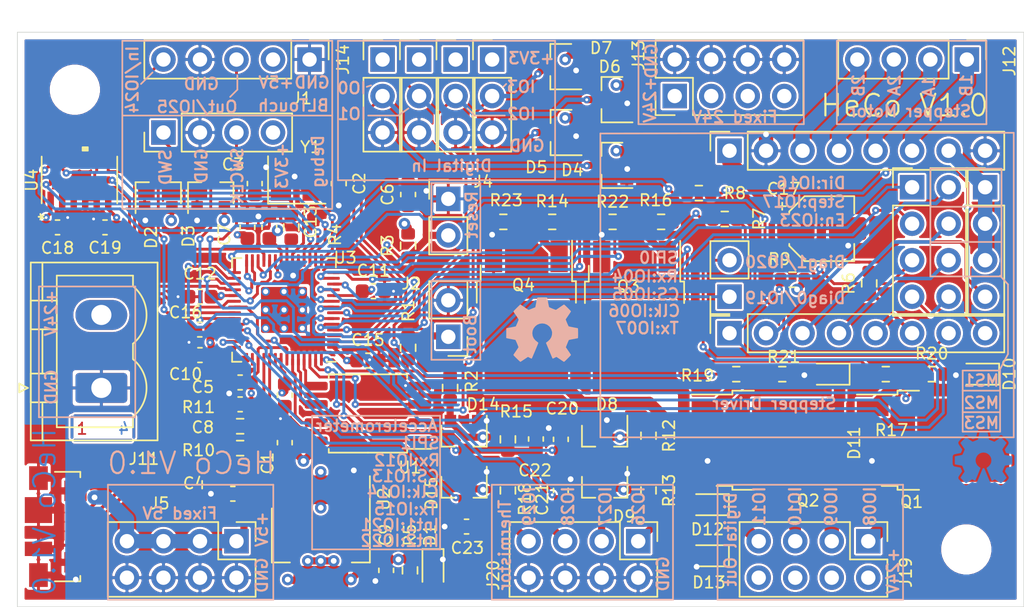
<source format=kicad_pcb>
(kicad_pcb (version 20171130) (host pcbnew "(5.1.10)-1")
  (layers (0 F.Cu signal) (1 In1.Cu signal) (2 In2.Cu signal) (31 B.Cu signal) (34 B.Paste user hide) (35 F.Paste user hide) (36 B.SilkS user hide) (37 F.SilkS user) (38 B.Mask user hide) (39 F.Mask user hide) (44 Edge.Cuts user))
  (net 0 "")
  (net 1 "Net-(Q1-Pad1)")
  (net 2 "Net-(U1-Pad7)")
  (net 3 "Net-(U1-Pad6)")
  (net 4 "Net-(U1-Pad5)")
  (net 5 "Net-(U1-Pad3)")
  (net 6 "Net-(U1-Pad2)")
  (net 7 GND)
  (net 8 "Net-(C2-Pad1)")
  (net 9 "Net-(C3-Pad1)")
  (net 10 +3V3)
  (net 11 "Net-(Q2-Pad1)")
  (net 12 "Net-(Q3-Pad1)")
  (net 13 "Net-(Q4-Pad1)")
  (net 14 +1V1)
  (net 15 DO3)
  (net 16 "Net-(J1-Pad1)")
  (net 17 +24V)
  (net 18 AIN0)
  (net 19 AIN1)
  (net 20 AIN2)
  (net 21 AIN3)
  (net 22 DI0)
  (net 23 "Net-(D1-Pad2)")
  (net 24 DI1)
  (net 25 DI2)
  (net 26 DI3)
  (net 27 "Net-(J1-Pad3)")
  (net 28 "Net-(J2-Pad1)")
  (net 29 "Net-(J3-Pad4)")
  (net 30 USBP)
  (net 31 USBN)
  (net 32 DIAG1)
  (net 33 DIAG0)
  (net 34 MSPICS)
  (net 35 MSPI_CLK)
  (net 36 MSPI_TX)
  (net 37 MEN)
  (net 38 "Net-(R1-Pad1)")
  (net 39 MSTP)
  (net 40 MDIR)
  (net 41 "Net-(R10-Pad2)")
  (net 42 DO2)
  (net 43 DO0)
  (net 44 DO1)
  (net 45 MSPI_RX)
  (net 46 ASPI_RX)
  (net 47 ASPICS)
  (net 48 ASPI_CLK)
  (net 49 ASPI_TX)
  (net 50 AINT1)
  (net 51 AINT2)
  (net 52 "Net-(U4-Pad11)")
  (net 53 "Net-(U4-Pad10)")
  (net 54 "Net-(U4-Pad3)")
  (net 55 +5V)
  (net 56 BLIN)
  (net 57 BLOUT)
  (net 58 "Net-(C6-Pad1)")
  (net 59 "Net-(R4-Pad1)")
  (net 60 "Net-(R11-Pad2)")
  (net 61 "Net-(D12-Pad1)")
  (net 62 "Net-(D13-Pad1)")
  (net 63 "Net-(D10-Pad1)")
  (net 64 "Net-(D11-Pad1)")
  (net 65 "Net-(J7-Pad8)")
  (net 66 "Net-(J7-Pad6)")
  (net 67 "Net-(J7-Pad4)")
  (net 68 "Net-(J7-Pad2)")
  (net 69 "Net-(J9-Pad8)")
  (net 70 "Net-(J9-Pad7)")
  (net 71 "Net-(J9-Pad6)")
  (net 72 "Net-(J10-Pad6)")
  (net 73 "Net-(J10-Pad5)")
  (net 74 "Net-(J10-Pad4)")
  (net 75 "Net-(J10-Pad3)")
  (net 76 "Net-(J8-Pad4)")
  (module Connector_USB:USB_Micro-B_Molex_47346-0001 (layer F.Cu) (at 102.667 134.412 270)
    (fp_text reference J3)
    (fp_text value USB_B_Micro)
    (pad 6 smd rect (at 1.55 1.2 270) (size 1 1.9) (layers F.Cu F.Paste F.Mask) (net 7 GND))
    (pad 6 smd rect (at -1.15 1.2 270) (size 1.8 1.9) (layers F.Cu F.Paste F.Mask) (net 7 GND))
    (pad 6 smd rect (at 3.375 1.2 270) (size 1.65 1.3) (layers F.Cu F.Paste F.Mask) (net 7 GND))
    (pad 6 smd rect (at -3.375 1.2 270) (size 1.65 1.3) (layers F.Cu F.Paste F.Mask) (net 7 GND))
    (pad 6 smd rect (at 2.4875 -1.375 270) (size 1.425 1.55) (layers F.Cu F.Paste F.Mask) (net 7 GND))
    (pad 6 smd rect (at -2.4875 -1.375 270) (size 1.425 1.55) (layers F.Cu F.Paste F.Mask) (net 7 GND))
    (pad 5 smd rect (at 1.3 -1.46 270) (size 0.45 1.38) (layers F.Cu F.Paste F.Mask) (net 7 GND))
    (pad 4 smd rect (at 0.65 -1.46 270) (size 0.45 1.38) (layers F.Cu F.Paste F.Mask) (net 29 "Net-(J3-Pad4)"))
    (pad 3 smd rect (at 0 -1.46 270) (size 0.45 1.38) (layers F.Cu F.Paste F.Mask) (net 30 USBP))
    (pad 2 smd rect (at -0.65 -1.46 270) (size 0.45 1.38) (layers F.Cu F.Paste F.Mask) (net 31 USBN))
    (pad 1 smd rect (at -1.3 -1.46 270) (size 0.45 1.38) (layers F.Cu F.Paste F.Mask) (net 55 +5V))
  )
  (module OSHW-logo:OSHW-logo_silkscreen-back_5mm (layer B.Cu) (at 136.5 120.7 180)
    (fp_text reference G*** hide)
    (fp_text value OSHW-logo_silkscreen-back_5mm hide)
  )
  (module OSHW-logo:OSHW-logo_copper-front_4mm (layer B.Cu) (at 167.2 129.6 180)
    (fp_text reference G*** hide)
    (fp_text value OSHW-logo_copper-front_4mm hide)
    (fp_poly (pts (xy -1.21158 -1.79578) (xy -1.19126 -1.78562) (xy -1.143 -1.75514) (xy -1.07696 -1.71196) (xy -0.99822 -1.65862) (xy -0.91948 -1.60528) (xy -0.85344 -1.5621) (xy -0.80772 -1.53162) (xy -0.78994 -1.52146) (xy -0.77978 -1.524) (xy -0.74168 -1.54432) (xy -0.6858 -1.57226) (xy -0.65532 -1.5875) (xy -0.60452 -1.61036) (xy -0.57912 -1.61544) (xy -0.57658 -1.60782) (xy -0.55626 -1.56972) (xy -0.52832 -1.50368) (xy -0.49022 -1.41732) (xy -0.44704 -1.31572) (xy -0.40132 -1.2065) (xy -0.3556 -1.09474) (xy -0.30988 -0.98806) (xy -0.27178 -0.89154) (xy -0.23876 -0.81534) (xy -0.21844 -0.75946) (xy -0.21082 -0.7366) (xy -0.21336 -0.73152) (xy -0.23876 -0.70866) (xy -0.28194 -0.67564) (xy -0.37846 -0.5969) (xy -0.4699 -0.48006) (xy -0.52832 -0.34798) (xy -0.5461 -0.20066) (xy -0.53086 -0.06604) (xy -0.47752 0.0635) (xy -0.38608 0.18288) (xy -0.27432 0.26924) (xy -0.14478 0.32512) (xy 0 0.3429) (xy 0.1397 0.32766) (xy 0.27178 0.27432) (xy 0.39116 0.18542) (xy 0.43942 0.127) (xy 0.508 0.00762) (xy 0.54864 -0.11938) (xy 0.55118 -0.14986) (xy 0.5461 -0.2921) (xy 0.50546 -0.42672) (xy 0.4318 -0.5461) (xy 0.32766 -0.64516) (xy 0.31496 -0.65532) (xy 0.2667 -0.69088) (xy 0.23622 -0.71374) (xy 0.21082 -0.73406) (xy 0.38862 -1.16586) (xy 0.41656 -1.23444) (xy 0.46736 -1.35128) (xy 0.51054 -1.45288) (xy 0.54356 -1.53416) (xy 0.56896 -1.5875) (xy 0.57912 -1.61036) (xy 0.59436 -1.6129) (xy 0.62738 -1.6002) (xy 0.68834 -1.57226) (xy 0.72898 -1.55194) (xy 0.7747 -1.52908) (xy 0.79502 -1.52146) (xy 0.8128 -1.53162) (xy 0.85598 -1.55956) (xy 0.91948 -1.60274) (xy 0.99568 -1.65354) (xy 1.06934 -1.70434) (xy 1.13792 -1.75006) (xy 1.18618 -1.78054) (xy 1.21158 -1.79324) (xy 1.21412 -1.79324) (xy 1.23444 -1.78054) (xy 1.27508 -1.75006) (xy 1.3335 -1.69418) (xy 1.41478 -1.6129) (xy 1.42748 -1.6002) (xy 1.49606 -1.52908) (xy 1.55194 -1.47066) (xy 1.59004 -1.43002) (xy 1.60274 -1.41224) (xy 1.59004 -1.38684) (xy 1.55956 -1.33858) (xy 1.51384 -1.27) (xy 1.4605 -1.19126) (xy 1.31826 -0.98298) (xy 1.397 -0.7874) (xy 1.41986 -0.72898) (xy 1.45034 -0.65532) (xy 1.4732 -0.60452) (xy 1.4859 -0.58166) (xy 1.50622 -0.57404) (xy 1.55956 -0.56134) (xy 1.6383 -0.54356) (xy 1.72974 -0.52832) (xy 1.81864 -0.51054) (xy 1.89738 -0.4953) (xy 1.9558 -0.48514) (xy 1.9812 -0.48006) (xy 1.98628 -0.47498) (xy 1.99136 -0.46228) (xy 1.99644 -0.43688) (xy 1.99644 -0.38862) (xy 1.99898 -0.31242) (xy 1.99898 -0.20066) (xy 1.99898 -0.1905) (xy 1.99644 -0.08382) (xy 1.99644 0) (xy 1.9939 0.05334) (xy 1.98882 0.07366) (xy 1.96342 0.08128) (xy 1.90754 0.09144) (xy 1.8288 0.10922) (xy 1.73228 0.127) (xy 1.7272 0.127) (xy 1.63322 0.14478) (xy 1.55448 0.16256) (xy 1.4986 0.17526) (xy 1.47574 0.18288) (xy 1.47066 0.18796) (xy 1.45034 0.22606) (xy 1.4224 0.28448) (xy 1.39192 0.3556) (xy 1.36144 0.42926) (xy 1.3335 0.49784) (xy 1.31572 0.5461) (xy 1.31064 0.56896) (xy 1.32588 0.59182) (xy 1.3589 0.64262) (xy 1.40462 0.70866) (xy 1.4605 0.78994) (xy 1.46304 0.79756) (xy 1.51892 0.8763) (xy 1.5621 0.94488) (xy 1.59258 0.99314) (xy 1.60274 1.01346) (xy 1.60274 1.016) (xy 1.58496 1.03886) (xy 1.54432 1.08458) (xy 1.4859 1.14554) (xy 1.41478 1.21666) (xy 1.39192 1.23698) (xy 1.31572 1.31318) (xy 1.26238 1.36398) (xy 1.22682 1.38938) (xy 1.21158 1.397) (xy 1.21158 1.39446) (xy 1.18618 1.38176) (xy 1.13538 1.34874) (xy 1.0668 1.30048) (xy 0.98552 1.24714) (xy 0.98044 1.24206) (xy 0.9017 1.18872) (xy 0.83566 1.143) (xy 0.7874 1.11252) (xy 0.76708 1.09982) (xy 0.762 1.09982) (xy 0.73152 1.10998) (xy 0.6731 1.12776) (xy 0.60452 1.1557) (xy 0.53086 1.18618) (xy 0.46228 1.21412) (xy 0.41148 1.23698) (xy 0.38862 1.24968) (xy 0.38862 1.25222) (xy 0.37846 1.28016) (xy 0.36576 1.34112) (xy 0.34798 1.4224) (xy 0.3302 1.52146) (xy 0.32766 1.5367) (xy 0.30988 1.63068) (xy 0.29464 1.70942) (xy 0.28194 1.7653) (xy 0.27686 1.78816) (xy 0.26416 1.7907) (xy 0.2159 1.79324) (xy 0.14478 1.79578) (xy 0.05842 1.79578) (xy -0.03048 1.79578) (xy -0.11684 1.79324) (xy -0.19304 1.7907) (xy -0.24638 1.78816) (xy -0.26924 1.78308) (xy -0.27178 1.78054) (xy -0.2794 1.7526) (xy -0.2921 1.69164) (xy -0.30988 1.61036) (xy -0.32766 1.5113) (xy -0.3302 1.49352) (xy -0.34798 1.39954) (xy -0.36576 1.3208) (xy -0.37592 1.26746) (xy -0.38354 1.24714) (xy -0.39116 1.24206) (xy -0.42926 1.22428) (xy -0.49276 1.19888) (xy -0.57404 1.16586) (xy -0.75692 1.0922) (xy -0.98044 1.24714) (xy -1.00076 1.25984) (xy -1.08204 1.31572) (xy -1.14808 1.3589) (xy -1.1938 1.38938) (xy -1.21412 1.39954) (xy -1.23698 1.37922) (xy -1.2827 1.33858) (xy -1.34366 1.27762) (xy -1.41224 1.20904) (xy -1.46558 1.1557) (xy -1.52654 1.0922) (xy -1.56718 1.05156) (xy -1.5875 1.02362) (xy -1.59512 1.00584) (xy -1.59258 0.99568) (xy -1.57988 0.97282) (xy -1.54686 0.92456) (xy -1.50114 0.85598) (xy -1.44526 0.77724) (xy -1.39954 0.70866) (xy -1.35128 0.635) (xy -1.3208 0.58166) (xy -1.3081 0.55372) (xy -1.31064 0.54356) (xy -1.32842 0.50038) (xy -1.35382 0.4318) (xy -1.38684 0.35306) (xy -1.46558 0.17526) (xy -1.58242 0.15494) (xy -1.65354 0.1397) (xy -1.7526 0.12192) (xy -1.84658 0.10414) (xy -1.9939 0.07366) (xy -1.99898 -0.46482) (xy -1.97612 -0.47498) (xy -1.95326 -0.4826) (xy -1.89992 -0.49276) (xy -1.82118 -0.508) (xy -1.72974 -0.52578) (xy -1.651 -0.54102) (xy -1.57226 -0.55626) (xy -1.51638 -0.56642) (xy -1.49098 -0.5715) (xy -1.48336 -0.58166) (xy -1.46304 -0.61976) (xy -1.4351 -0.68072) (xy -1.40462 -0.75438) (xy -1.37414 -0.82804) (xy -1.3462 -0.89916) (xy -1.32588 -0.9525) (xy -1.31826 -0.98044) (xy -1.32842 -1.00076) (xy -1.3589 -1.04648) (xy -1.40208 -1.11252) (xy -1.45542 -1.19126) (xy -1.5113 -1.27) (xy -1.55448 -1.33858) (xy -1.5875 -1.38684) (xy -1.6002 -1.40716) (xy -1.59258 -1.4224) (xy -1.5621 -1.4605) (xy -1.50368 -1.52146) (xy -1.41478 -1.61036) (xy -1.39954 -1.62306) (xy -1.33096 -1.69164) (xy -1.27 -1.74498) (xy -1.22936 -1.78308) (xy -1.21158 -1.79578)) (layer B.Cu) (width 0.00254))
  )
  (module Connector_PinHeader_2.54mm:PinHeader_1x05_P2.54mm_Vertical (layer F.Cu) (at 120.32 101.9 270)
    (fp_text reference J14 (at 0 -2.33 90) (layer F.SilkS) (effects (font (size 0.8 0.8) (thickness 0.12))))
    (fp_text value Conn_01x05)
    (pad 5 thru_hole oval (at 0 10.16 270) (size 1.7 1.7) (drill 1) (layers *.Cu *.Mask) (net 56 BLIN))
    (pad 4 thru_hole oval (at 0 7.62 270) (size 1.7 1.7) (drill 1) (layers *.Cu *.Mask) (net 7 GND))
    (pad 3 thru_hole oval (at 0 5.08 270) (size 1.7 1.7) (drill 1) (layers *.Cu *.Mask) (net 57 BLOUT))
    (pad 2 thru_hole oval (at 0 2.54 270) (size 1.7 1.7) (drill 1) (layers *.Cu *.Mask) (net 55 +5V))
    (pad 1 thru_hole rect (at 0 0 270) (size 1.7 1.7) (drill 1) (layers *.Cu *.Mask) (net 7 GND))
  )
  (module Package_TO_SOT_SMD:SOT-23 (layer F.Cu) (at 109.8 111.2 90)
    (fp_text reference D2 (at -3.1 -0.5 90) (layer F.SilkS) (effects (font (size 0.8 0.8) (thickness 0.12))))
    (fp_text value BAT54S)
    (pad 3 smd rect (at 1 0 90) (size 0.9 0.8) (layers F.Cu F.Paste F.Mask) (net 56 BLIN))
    (pad 2 smd rect (at -1 0.95 90) (size 0.9 0.8) (layers F.Cu F.Paste F.Mask) (net 10 +3V3))
    (pad 1 smd rect (at -1 -0.95 90) (size 0.9 0.8) (layers F.Cu F.Paste F.Mask) (net 7 GND))
  )
  (module Connector_PinSocket_2.54mm:PinSocket_1x08_P2.54mm_Vertical (layer F.Cu) (at 149.53 108.25 90)
    (fp_text reference J10)
    (fp_text value Conn_01x08)
    (pad 8 thru_hole oval (at 0 17.78 90) (size 1.7 1.7) (drill 1) (layers *.Cu *.Mask) (net 7 GND))
    (pad 7 thru_hole oval (at 0 15.24 90) (size 1.7 1.7) (drill 1) (layers *.Cu *.Mask) (net 10 +3V3))
    (pad 6 thru_hole oval (at 0 12.7 90) (size 1.7 1.7) (drill 1) (layers *.Cu *.Mask) (net 72 "Net-(J10-Pad6)"))
    (pad 5 thru_hole oval (at 0 10.16 90) (size 1.7 1.7) (drill 1) (layers *.Cu *.Mask) (net 73 "Net-(J10-Pad5)"))
    (pad 4 thru_hole oval (at 0 7.62 90) (size 1.7 1.7) (drill 1) (layers *.Cu *.Mask) (net 74 "Net-(J10-Pad4)"))
    (pad 3 thru_hole oval (at 0 5.08 90) (size 1.7 1.7) (drill 1) (layers *.Cu *.Mask) (net 75 "Net-(J10-Pad3)"))
    (pad 2 thru_hole oval (at 0 2.54 90) (size 1.7 1.7) (drill 1) (layers *.Cu *.Mask) (net 7 GND))
    (pad 1 thru_hole rect (at 0 0 90) (size 1.7 1.7) (drill 1) (layers *.Cu *.Mask) (net 17 +24V))
  )
  (module MCU_RaspberryPi_and_Boards:RP2040-QFN-56 (layer F.Cu) (at 118.5455 119.3295 180)
    (fp_text reference U3 (at -4.2545 3.6295) (layer F.SilkS) (effects (font (size 0.8 0.8) (thickness 0.12))))
    (fp_text value RP2040)
    (pad 57 smd roundrect (at 0 0 180) (size 3.2 3.2) (layers F.Cu F.Mask) (roundrect_rratio 0.045) (net 7 GND))
    (pad 57 thru_hole circle (at -1.275 -1.275 180) (size 0.6 0.6) (drill 0.35) (layers *.Cu) (net 7 GND))
    (pad 57 thru_hole circle (at 0 -1.275 180) (size 0.6 0.6) (drill 0.35) (layers *.Cu) (net 7 GND))
    (pad 57 thru_hole circle (at 1.275 -1.275 180) (size 0.6 0.6) (drill 0.35) (layers *.Cu) (net 7 GND))
    (pad 57 thru_hole circle (at -1.275 0 180) (size 0.6 0.6) (drill 0.35) (layers *.Cu) (net 7 GND))
    (pad 57 thru_hole circle (at 0 0 180) (size 0.6 0.6) (drill 0.35) (layers *.Cu) (net 7 GND))
    (pad 57 thru_hole circle (at 1.275 0 180) (size 0.6 0.6) (drill 0.35) (layers *.Cu) (net 7 GND))
    (pad 57 thru_hole circle (at -1.275 1.275 180) (size 0.6 0.6) (drill 0.35) (layers *.Cu) (net 7 GND))
    (pad 57 thru_hole circle (at 0 1.275 180) (size 0.6 0.6) (drill 0.35) (layers *.Cu) (net 7 GND))
    (pad 57 thru_hole circle (at 1.275 1.275 180) (size 0.6 0.6) (drill 0.35) (layers *.Cu) (net 7 GND))
    (pad 1 smd roundrect (at -3.4375 -2.6 180) (size 0.875 0.2) (layers F.Cu F.Paste F.Mask) (net 10 +3V3))
    (pad 2 smd roundrect (at -3.4375 -2.2 180) (size 0.875 0.2) (layers F.Cu F.Paste F.Mask) (net 22 DI0))
    (pad 3 smd roundrect (at -3.4375 -1.8 180) (size 0.875 0.2) (layers F.Cu F.Paste F.Mask) (net 24 DI1))
    (pad 4 smd roundrect (at -3.4375 -1.4 180) (size 0.875 0.2) (layers F.Cu F.Paste F.Mask) (net 25 DI2))
    (pad 5 smd roundrect (at -3.4375 -1 180) (size 0.875 0.2) (layers F.Cu F.Paste F.Mask) (net 26 DI3))
    (pad 6 smd roundrect (at -3.4375 -0.6 180) (size 0.875 0.2) (layers F.Cu F.Paste F.Mask) (net 45 MSPI_RX))
    (pad 7 smd roundrect (at -3.4375 -0.2 180) (size 0.875 0.2) (layers F.Cu F.Paste F.Mask) (net 34 MSPICS))
    (pad 8 smd roundrect (at -3.4375 0.2 180) (size 0.875 0.2) (layers F.Cu F.Paste F.Mask) (net 35 MSPI_CLK))
    (pad 9 smd roundrect (at -3.4375 0.6 180) (size 0.875 0.2) (layers F.Cu F.Paste F.Mask) (net 36 MSPI_TX))
    (pad 10 smd roundrect (at -3.4375 1 180) (size 0.875 0.2) (layers F.Cu F.Paste F.Mask) (net 10 +3V3))
    (pad 11 smd roundrect (at -3.4375 1.4 180) (size 0.875 0.2) (layers F.Cu F.Paste F.Mask) (net 43 DO0))
    (pad 12 smd roundrect (at -3.4375 1.8 180) (size 0.875 0.2) (layers F.Cu F.Paste F.Mask) (net 44 DO1))
    (pad 13 smd roundrect (at -3.4375 2.2 180) (size 0.875 0.2) (layers F.Cu F.Paste F.Mask) (net 42 DO2))
    (pad 14 smd roundrect (at -3.4375 2.6 180) (size 0.875 0.2) (layers F.Cu F.Paste F.Mask) (net 15 DO3))
    (pad 15 smd roundrect (at -2.6 3.4375 180) (size 0.2 0.875) (layers F.Cu F.Paste F.Mask) (net 46 ASPI_RX))
    (pad 16 smd roundrect (at -2.2 3.4375 180) (size 0.2 0.875) (layers F.Cu F.Paste F.Mask) (net 47 ASPICS))
    (pad 17 smd roundrect (at -1.8 3.4375 180) (size 0.2 0.875) (layers F.Cu F.Paste F.Mask) (net 48 ASPI_CLK))
    (pad 18 smd roundrect (at -1.4 3.4375 180) (size 0.2 0.875) (layers F.Cu F.Paste F.Mask) (net 49 ASPI_TX))
    (pad 19 smd roundrect (at -1 3.4375 180) (size 0.2 0.875) (layers F.Cu F.Paste F.Mask) (net 7 GND))
    (pad 20 smd roundrect (at -0.6 3.4375 180) (size 0.2 0.875) (layers F.Cu F.Paste F.Mask) (net 8 "Net-(C2-Pad1)"))
    (pad 21 smd roundrect (at -0.2 3.4375 180) (size 0.2 0.875) (layers F.Cu F.Paste F.Mask) (net 59 "Net-(R4-Pad1)"))
    (pad 22 smd roundrect (at 0.2 3.4375 180) (size 0.2 0.875) (layers F.Cu F.Paste F.Mask) (net 10 +3V3))
    (pad 23 smd roundrect (at 0.6 3.4375 180) (size 0.2 0.875) (layers F.Cu F.Paste F.Mask) (net 14 +1V1))
    (pad 24 smd roundrect (at 1 3.4375 180) (size 0.2 0.875) (layers F.Cu F.Paste F.Mask) (net 27 "Net-(J1-Pad3)"))
    (pad 25 smd roundrect (at 1.4 3.4375 180) (size 0.2 0.875) (layers F.Cu F.Paste F.Mask) (net 16 "Net-(J1-Pad1)"))
    (pad 26 smd roundrect (at 1.8 3.4375 180) (size 0.2 0.875) (layers F.Cu F.Paste F.Mask) (net 58 "Net-(C6-Pad1)"))
    (pad 27 smd roundrect (at 2.2 3.4375 180) (size 0.2 0.875) (layers F.Cu F.Paste F.Mask) (net 40 MDIR))
    (pad 28 smd roundrect (at 2.6 3.4375 180) (size 0.2 0.875) (layers F.Cu F.Paste F.Mask) (net 39 MSTP))
    (pad 29 smd roundrect (at 3.4375 2.6 180) (size 0.875 0.2) (layers F.Cu F.Paste F.Mask) (net 76 "Net-(J8-Pad4)"))
    (pad 30 smd roundrect (at 3.4375 2.2 180) (size 0.875 0.2) (layers F.Cu F.Paste F.Mask) (net 33 DIAG0))
    (pad 31 smd roundrect (at 3.4375 1.8 180) (size 0.875 0.2) (layers F.Cu F.Paste F.Mask) (net 32 DIAG1))
    (pad 32 smd roundrect (at 3.4375 1.4 180) (size 0.875 0.2) (layers F.Cu F.Paste F.Mask) (net 50 AINT1))
    (pad 33 smd roundrect (at 3.4375 1 180) (size 0.875 0.2) (layers F.Cu F.Paste F.Mask) (net 10 +3V3))
    (pad 34 smd roundrect (at 3.4375 0.6 180) (size 0.875 0.2) (layers F.Cu F.Paste F.Mask) (net 51 AINT2))
    (pad 35 smd roundrect (at 3.4375 0.2 180) (size 0.875 0.2) (layers F.Cu F.Paste F.Mask) (net 37 MEN))
    (pad 36 smd roundrect (at 3.4375 -0.2 180) (size 0.875 0.2) (layers F.Cu F.Paste F.Mask) (net 56 BLIN))
    (pad 37 smd roundrect (at 3.4375 -0.6 180) (size 0.875 0.2) (layers F.Cu F.Paste F.Mask) (net 57 BLOUT))
    (pad 38 smd roundrect (at 3.4375 -1 180) (size 0.875 0.2) (layers F.Cu F.Paste F.Mask) (net 18 AIN0))
    (pad 39 smd roundrect (at 3.4375 -1.4 180) (size 0.875 0.2) (layers F.Cu F.Paste F.Mask) (net 19 AIN1))
    (pad 40 smd roundrect (at 3.4375 -1.8 180) (size 0.875 0.2) (layers F.Cu F.Paste F.Mask) (net 20 AIN2))
    (pad 41 smd roundrect (at 3.4375 -2.2 180) (size 0.875 0.2) (layers F.Cu F.Paste F.Mask) (net 21 AIN3))
    (pad 42 smd roundrect (at 3.4375 -2.6 180) (size 0.875 0.2) (layers F.Cu F.Paste F.Mask) (net 10 +3V3))
    (pad 43 smd roundrect (at 2.6 -3.4375 180) (size 0.2 0.875) (layers F.Cu F.Paste F.Mask) (net 10 +3V3))
    (pad 44 smd roundrect (at 2.2 -3.4375 180) (size 0.2 0.875) (layers F.Cu F.Paste F.Mask) (net 10 +3V3))
    (pad 45 smd roundrect (at 1.8 -3.4375 180) (size 0.2 0.875) (layers F.Cu F.Paste F.Mask) (net 14 +1V1))
    (pad 46 smd roundrect (at 1.4 -3.4375 180) (size 0.2 0.875) (layers F.Cu F.Paste F.Mask) (net 60 "Net-(R11-Pad2)"))
    (pad 47 smd roundrect (at 1 -3.4375 180) (size 0.2 0.875) (layers F.Cu F.Paste F.Mask) (net 41 "Net-(R10-Pad2)"))
    (pad 48 smd roundrect (at 0.6 -3.4375 180) (size 0.2 0.875) (layers F.Cu F.Paste F.Mask) (net 10 +3V3))
    (pad 49 smd roundrect (at 0.2 -3.4375 180) (size 0.2 0.875) (layers F.Cu F.Paste F.Mask) (net 10 +3V3))
    (pad 50 smd roundrect (at -0.2 -3.4375 180) (size 0.2 0.875) (layers F.Cu F.Paste F.Mask) (net 14 +1V1))
    (pad 51 smd roundrect (at -0.6 -3.4375 180) (size 0.2 0.875) (layers F.Cu F.Paste F.Mask) (net 2 "Net-(U1-Pad7)"))
    (pad 52 smd roundrect (at -1 -3.4375 180) (size 0.2 0.875) (layers F.Cu F.Paste F.Mask) (net 3 "Net-(U1-Pad6)"))
    (pad 53 smd roundrect (at -1.4 -3.4375 180) (size 0.2 0.875) (layers F.Cu F.Paste F.Mask) (net 4 "Net-(U1-Pad5)"))
    (pad 54 smd roundrect (at -1.8 -3.4375 180) (size 0.2 0.875) (layers F.Cu F.Paste F.Mask) (net 5 "Net-(U1-Pad3)"))
    (pad 55 smd roundrect (at -2.2 -3.4375 180) (size 0.2 0.875) (layers F.Cu F.Paste F.Mask) (net 6 "Net-(U1-Pad2)"))
    (pad 56 smd roundrect (at -2.6 -3.4375 180) (size 0.2 0.875) (layers F.Cu F.Paste F.Mask) (net 38 "Net-(R1-Pad1)"))
  )
  (module Connector_PinHeader_2.54mm:PinHeader_1x03_P2.54mm_Vertical (layer F.Cu) (at 125.4 101.9)
    (fp_text reference J15)
    (fp_text value Conn_01x03)
    (pad 3 thru_hole oval (at 0 5.08) (size 1.7 1.7) (drill 1) (layers *.Cu *.Mask) (net 7 GND))
    (pad 2 thru_hole oval (at 0 2.54) (size 1.7 1.7) (drill 1) (layers *.Cu *.Mask) (net 22 DI0))
    (pad 1 thru_hole rect (at 0 0) (size 1.7 1.7) (drill 1) (layers *.Cu *.Mask) (net 10 +3V3))
  )
  (module Capacitor_SMD:C_0603_1608Metric (layer F.Cu) (at 124.384 122.855)
    (fp_text reference C15 (at 0 -1.43) (layer F.SilkS) (effects (font (size 0.8 0.8) (thickness 0.12))))
    (fp_text value 100n)
    (pad 2 smd roundrect (at 0.775 0) (size 0.9 0.95) (layers F.Cu F.Paste F.Mask) (net 7 GND))
    (pad 1 smd roundrect (at -0.775 0) (size 0.9 0.95) (layers F.Cu F.Paste F.Mask) (net 10 +3V3))
  )
  (module Resistor_SMD:R_0603_1608Metric (layer F.Cu) (at 134.117 128.34 270)
    (fp_text reference R15 (at -1.94 -0.583 180) (layer F.SilkS) (effects (font (size 0.8 0.8) (thickness 0.12))))
    (fp_text value 4k7)
    (pad 2 smd roundrect (at 0.825 0 270) (size 0.8 0.95) (layers F.Cu F.Paste F.Mask) (net 20 AIN2))
    (pad 1 smd roundrect (at -0.825 0 270) (size 0.8 0.95) (layers F.Cu F.Paste F.Mask) (net 10 +3V3))
  )
  (module Resistor_SMD:R_0603_1608Metric (layer F.Cu) (at 134.117 131.896 270)
    (fp_text reference R18 (at 0.604 -1.183 90) (layer F.SilkS) (effects (font (size 0.8 0.8) (thickness 0.12))))
    (fp_text value 4k7)
    (pad 2 smd roundrect (at 0.825 0 270) (size 0.8 0.95) (layers F.Cu F.Paste F.Mask) (net 21 AIN3))
    (pad 1 smd roundrect (at -0.825 0 270) (size 0.8 0.95) (layers F.Cu F.Paste F.Mask) (net 10 +3V3))
  )
  (module Package_TO_SOT_SMD:SOT-23 (layer F.Cu) (at 131.069 131.642 270)
    (fp_text reference D15 (at 0.458 2.269 90) (layer F.SilkS) (effects (font (size 0.8 0.8) (thickness 0.12))))
    (fp_text value BAT54S)
    (pad 3 smd rect (at 1 0 270) (size 0.9 0.8) (layers F.Cu F.Paste F.Mask) (net 21 AIN3))
    (pad 2 smd rect (at -1 0.95 270) (size 0.9 0.8) (layers F.Cu F.Paste F.Mask) (net 10 +3V3))
    (pad 1 smd rect (at -1 -0.95 270) (size 0.9 0.8) (layers F.Cu F.Paste F.Mask) (net 7 GND))
  )
  (module Package_TO_SOT_SMD:SOT-23 (layer F.Cu) (at 131.069 128.086 270)
    (fp_text reference D14 (at -2.186 -1.331 180) (layer F.SilkS) (effects (font (size 0.8 0.8) (thickness 0.12))))
    (fp_text value BAT54S)
    (pad 3 smd rect (at 1 0 270) (size 0.9 0.8) (layers F.Cu F.Paste F.Mask) (net 20 AIN2))
    (pad 2 smd rect (at -1 0.95 270) (size 0.9 0.8) (layers F.Cu F.Paste F.Mask) (net 10 +3V3))
    (pad 1 smd rect (at -1 -0.95 270) (size 0.9 0.8) (layers F.Cu F.Paste F.Mask) (net 7 GND))
  )
  (module Connector_PinHeader_2.54mm:PinHeader_2x04_P2.54mm_Vertical (layer F.Cu) (at 115.24 135.428 270)
    (fp_text reference J5 (at -2.628 5.34 180) (layer F.SilkS) (effects (font (size 0.8 0.8) (thickness 0.12))))
    (fp_text value Conn_02x04_Odd_Even)
    (pad 8 thru_hole oval (at 2.54 7.62 270) (size 1.7 1.7) (drill 1) (layers *.Cu *.Mask) (net 7 GND))
    (pad 7 thru_hole oval (at 0 7.62 270) (size 1.7 1.7) (drill 1) (layers *.Cu *.Mask) (net 55 +5V))
    (pad 6 thru_hole oval (at 2.54 5.08 270) (size 1.7 1.7) (drill 1) (layers *.Cu *.Mask) (net 7 GND))
    (pad 5 thru_hole oval (at 0 5.08 270) (size 1.7 1.7) (drill 1) (layers *.Cu *.Mask) (net 55 +5V))
    (pad 4 thru_hole oval (at 2.54 2.54 270) (size 1.7 1.7) (drill 1) (layers *.Cu *.Mask) (net 7 GND))
    (pad 3 thru_hole oval (at 0 2.54 270) (size 1.7 1.7) (drill 1) (layers *.Cu *.Mask) (net 55 +5V))
    (pad 2 thru_hole oval (at 2.54 0 270) (size 1.7 1.7) (drill 1) (layers *.Cu *.Mask) (net 7 GND))
    (pad 1 thru_hole rect (at 0 0 270) (size 1.7 1.7) (drill 1) (layers *.Cu *.Mask) (net 55 +5V))
  )
  (module MountingHole:MountingHole_3.2mm_M3 (layer F.Cu) (at 104 104)
    (fp_text reference H2)
    (fp_text value MountingHole)
    (pad "" np_thru_hole circle (at 0 0) (size 3.2 3.2) (drill 3.2) (layers *.Cu))
  )
  (module MountingHole:MountingHole_3.2mm_M3 (layer F.Cu) (at 166 136)
    (fp_text reference H1 hide)
    (fp_text value MountingHole)
    (pad "" np_thru_hole circle (at 0 0) (size 3.2 3.2) (drill 3.2) (layers *.Cu))
  )
  (module Connector_PinHeader_2.54mm:PinHeader_2x04_P2.54mm_Vertical (layer F.Cu) (at 145.72 104.44 90)
    (fp_text reference J13 (at 2.84 -2.52 90) (layer F.SilkS) (effects (font (size 0.8 0.8) (thickness 0.12))))
    (fp_text value Conn_02x04_Odd_Even)
    (pad 8 thru_hole oval (at 2.54 7.62 90) (size 1.7 1.7) (drill 1) (layers *.Cu *.Mask) (net 7 GND))
    (pad 7 thru_hole oval (at 0 7.62 90) (size 1.7 1.7) (drill 1) (layers *.Cu *.Mask) (net 17 +24V))
    (pad 6 thru_hole oval (at 2.54 5.08 90) (size 1.7 1.7) (drill 1) (layers *.Cu *.Mask) (net 7 GND))
    (pad 5 thru_hole oval (at 0 5.08 90) (size 1.7 1.7) (drill 1) (layers *.Cu *.Mask) (net 17 +24V))
    (pad 4 thru_hole oval (at 2.54 2.54 90) (size 1.7 1.7) (drill 1) (layers *.Cu *.Mask) (net 7 GND))
    (pad 3 thru_hole oval (at 0 2.54 90) (size 1.7 1.7) (drill 1) (layers *.Cu *.Mask) (net 17 +24V))
    (pad 2 thru_hole oval (at 2.54 0 90) (size 1.7 1.7) (drill 1) (layers *.Cu *.Mask) (net 7 GND))
    (pad 1 thru_hole rect (at 0 0 90) (size 1.7 1.7) (drill 1) (layers *.Cu *.Mask) (net 17 +24V))
  )
  (module Capacitor_SMD:C_0603_1608Metric (layer F.Cu) (at 106.096 113.584)
    (fp_text reference C19 (at 0.004 1.416) (layer F.SilkS) (effects (font (size 0.8 0.8) (thickness 0.12))))
    (fp_text value 100n)
    (pad 2 smd roundrect (at 0.775 0) (size 0.9 0.95) (layers F.Cu F.Paste F.Mask) (net 10 +3V3))
    (pad 1 smd roundrect (at -0.775 0) (size 0.9 0.95) (layers F.Cu F.Paste F.Mask) (net 7 GND))
  )
  (module Capacitor_SMD:C_0603_1608Metric (layer F.Cu) (at 118.6 128.57 90)
    (fp_text reference C1 (at -1.43 -1.2 90) (layer F.SilkS) (effects (font (size 0.8 0.8) (thickness 0.12))))
    (fp_text value 100n)
    (pad 2 smd roundrect (at 0.775 0 90) (size 0.9 0.95) (layers F.Cu F.Paste F.Mask) (net 7 GND))
    (pad 1 smd roundrect (at -0.775 0 90) (size 0.9 0.95) (layers F.Cu F.Paste F.Mask) (net 10 +3V3))
  )
  (module Connector_PinSocket_2.54mm:PinSocket_1x02_P2.54mm_Vertical (layer F.Cu) (at 149.53 118.41 180)
    (fp_text reference J6)
    (fp_text value Conn_01x02)
    (pad 2 thru_hole oval (at 0 2.54 180) (size 1.7 1.7) (drill 1) (layers *.Cu *.Mask) (net 32 DIAG1))
    (pad 1 thru_hole rect (at 0 0 180) (size 1.7 1.7) (drill 1) (layers *.Cu *.Mask) (net 33 DIAG0))
  )
  (module Capacitor_SMD:C_0603_1608Metric (layer F.Cu) (at 127.178 111.298 90)
    (fp_text reference C6 (at 0 -1.43 90) (layer F.SilkS) (effects (font (size 0.8 0.8) (thickness 0.12))))
    (fp_text value 100n)
    (pad 2 smd roundrect (at 0.775 0 90) (size 0.9 0.95) (layers F.Cu F.Paste F.Mask) (net 7 GND))
    (pad 1 smd roundrect (at -0.775 0 90) (size 0.9 0.95) (layers F.Cu F.Paste F.Mask) (net 58 "Net-(C6-Pad1)"))
  )
  (module Diode_SMD:D_0603_1608Metric (layer F.Cu) (at 148.006 136.444 180)
    (fp_text reference D13 (at -0.094 -1.856) (layer F.SilkS) (effects (font (size 0.8 0.8) (thickness 0.12))))
    (fp_text value D_Schottky)
    (pad 2 smd roundrect (at 0.7875 0 180) (size 0.875 0.95) (layers F.Cu F.Paste F.Mask) (net 7 GND))
    (pad 1 smd roundrect (at -0.7875 0 180) (size 0.875 0.95) (layers F.Cu F.Paste F.Mask) (net 62 "Net-(D13-Pad1)"))
  )
  (module Diode_SMD:D_0603_1608Metric (layer F.Cu) (at 148.006 132.888 180)
    (fp_text reference D12 (at 0.006 -1.712) (layer F.SilkS) (effects (font (size 0.8 0.8) (thickness 0.12))))
    (fp_text value D_Schottky)
    (pad 2 smd roundrect (at 0.7875 0 180) (size 0.875 0.95) (layers F.Cu F.Paste F.Mask) (net 7 GND))
    (pad 1 smd roundrect (at -0.7875 0 180) (size 0.875 0.95) (layers F.Cu F.Paste F.Mask) (net 61 "Net-(D12-Pad1)"))
  )
  (module Diode_SMD:D_0603_1608Metric (layer F.Cu) (at 156.4 123.8 180)
    (fp_text reference D11 (at -1.8 -4.8 90) (layer F.SilkS) (effects (font (size 0.8 0.8) (thickness 0.12))))
    (fp_text value D_Schottky)
    (pad 2 smd roundrect (at 0.7875 0 180) (size 0.875 0.95) (layers F.Cu F.Paste F.Mask) (net 7 GND))
    (pad 1 smd roundrect (at -0.7875 0 180) (size 0.875 0.95) (layers F.Cu F.Paste F.Mask) (net 64 "Net-(D11-Pad1)"))
  )
  (module Diode_SMD:D_0603_1608Metric (layer F.Cu) (at 166.8 123.8 180)
    (fp_text reference D10 (at -2.2 0 90) (layer F.SilkS) (effects (font (size 0.8 0.8) (thickness 0.12))))
    (fp_text value D_Schottky)
    (pad 2 smd roundrect (at 0.7875 0 180) (size 0.875 0.95) (layers F.Cu F.Paste F.Mask) (net 7 GND))
    (pad 1 smd roundrect (at -0.7875 0 180) (size 0.875 0.95) (layers F.Cu F.Paste F.Mask) (net 63 "Net-(D10-Pad1)"))
  )
  (module Resistor_SMD:R_0603_1608Metric (layer F.Cu) (at 127.308 137.46 90)
    (fp_text reference R5 (at 2.46 -0.008 90) (layer F.SilkS) (effects (font (size 0.8 0.8) (thickness 0.12))))
    (fp_text value 420R)
    (pad 2 smd roundrect (at 0.825 0 90) (size 0.8 0.95) (layers F.Cu F.Paste F.Mask) (net 10 +3V3))
    (pad 1 smd roundrect (at -0.825 0 90) (size 0.8 0.95) (layers F.Cu F.Paste F.Mask) (net 23 "Net-(D1-Pad2)"))
  )
  (module LED_SMD:LED_0603_1608Metric (layer F.Cu) (at 128.908 137.46 270)
    (fp_text reference D1 (at -2.46 0.208 90) (layer F.SilkS) (effects (font (size 0.8 0.8) (thickness 0.12))))
    (fp_text value LED)
    (pad 2 smd roundrect (at 0.7875 0 270) (size 0.875 0.95) (layers F.Cu F.Paste F.Mask) (net 23 "Net-(D1-Pad2)"))
    (pad 1 smd roundrect (at -0.7875 0 270) (size 0.875 0.95) (layers F.Cu F.Paste F.Mask) (net 7 GND))
  )
  (module Connector_Phoenix_MSTB:PhoenixContact_MSTBVA_2,5_2-G-5,08_1x02_P5.08mm_Vertical (layer F.Cu) (at 105.842 124.76 90)
    (fp_text reference J11 (at -4.94 2.958 180) (layer F.SilkS) (effects (font (size 0.8 0.8) (thickness 0.12))))
    (fp_text value Screw_Terminal_01x02)
    (pad 2 thru_hole oval (at 5.08 0 90) (size 2.08 3.6) (drill 1.4) (layers *.Cu *.Mask) (net 17 +24V))
    (pad 1 thru_hole roundrect (at 0 0 90) (size 2.08 3.6) (drill 1.4) (layers *.Cu *.Mask) (roundrect_rratio 0.1201913461538461) (net 7 GND))
  )
  (module Package_TO_SOT_SMD:SOT-23 (layer F.Cu) (at 113.45 111.2 90)
    (fp_text reference D3 (at -3 -1.55 90) (layer F.SilkS) (effects (font (size 0.8 0.8) (thickness 0.12))))
    (fp_text value BAT54S)
    (pad 3 smd rect (at 1 0 90) (size 0.9 0.8) (layers F.Cu F.Paste F.Mask) (net 57 BLOUT))
    (pad 2 smd rect (at -1 0.95 90) (size 0.9 0.8) (layers F.Cu F.Paste F.Mask) (net 10 +3V3))
    (pad 1 smd rect (at -1 -0.95 90) (size 0.9 0.8) (layers F.Cu F.Paste F.Mask) (net 7 GND))
  )
  (module Package_TO_SOT_SMD:SOT-23 (layer F.Cu) (at 140.848 131.642 270)
    (fp_text reference D9 (at 2.058 -1.352 180) (layer F.SilkS) (effects (font (size 0.8 0.8) (thickness 0.12))))
    (fp_text value BAT54S)
    (pad 3 smd rect (at 1 0 270) (size 0.9 0.8) (layers F.Cu F.Paste F.Mask) (net 19 AIN1))
    (pad 2 smd rect (at -1 0.95 270) (size 0.9 0.8) (layers F.Cu F.Paste F.Mask) (net 10 +3V3))
    (pad 1 smd rect (at -1 -0.95 270) (size 0.9 0.8) (layers F.Cu F.Paste F.Mask) (net 7 GND))
  )
  (module Package_TO_SOT_SMD:SOT-23 (layer F.Cu) (at 140.848 128.086 270)
    (fp_text reference D8 (at -2.186 -0.152 180) (layer F.SilkS) (effects (font (size 0.8 0.8) (thickness 0.12))))
    (fp_text value BAT54S)
    (pad 3 smd rect (at 1 0 270) (size 0.9 0.8) (layers F.Cu F.Paste F.Mask) (net 18 AIN0))
    (pad 2 smd rect (at -1 0.95 270) (size 0.9 0.8) (layers F.Cu F.Paste F.Mask) (net 10 +3V3))
    (pad 1 smd rect (at -1 -0.95 270) (size 0.9 0.8) (layers F.Cu F.Paste F.Mask) (net 7 GND))
  )
  (module Package_TO_SOT_SMD:SOT-23 (layer F.Cu) (at 137.828 102.396 180)
    (fp_text reference D7 (at -2.772 1.296) (layer F.SilkS) (effects (font (size 0.8 0.8) (thickness 0.12))))
    (fp_text value BAT54S)
    (pad 3 smd rect (at 1 0 180) (size 0.9 0.8) (layers F.Cu F.Paste F.Mask) (net 26 DI3))
    (pad 2 smd rect (at -1 0.95 180) (size 0.9 0.8) (layers F.Cu F.Paste F.Mask) (net 10 +3V3))
    (pad 1 smd rect (at -1 -0.95 180) (size 0.9 0.8) (layers F.Cu F.Paste F.Mask) (net 7 GND))
  )
  (module Package_TO_SOT_SMD:SOT-23 (layer F.Cu) (at 141.386 104.694 180)
    (fp_text reference D6 (at 0.186 2.294) (layer F.SilkS) (effects (font (size 0.8 0.8) (thickness 0.12))))
    (fp_text value BAT54S)
    (pad 3 smd rect (at 1 0 180) (size 0.9 0.8) (layers F.Cu F.Paste F.Mask) (net 25 DI2))
    (pad 2 smd rect (at -1 0.95 180) (size 0.9 0.8) (layers F.Cu F.Paste F.Mask) (net 10 +3V3))
    (pad 1 smd rect (at -1 -0.95 180) (size 0.9 0.8) (layers F.Cu F.Paste F.Mask) (net 7 GND))
  )
  (module Package_TO_SOT_SMD:SOT-23 (layer F.Cu) (at 137.846 106.98 180)
    (fp_text reference D5 (at 1.746 -2.42) (layer F.SilkS) (effects (font (size 0.8 0.8) (thickness 0.12))))
    (fp_text value BAT54S)
    (pad 3 smd rect (at 1 0 180) (size 0.9 0.8) (layers F.Cu F.Paste F.Mask) (net 24 DI1))
    (pad 2 smd rect (at -1 0.95 180) (size 0.9 0.8) (layers F.Cu F.Paste F.Mask) (net 10 +3V3))
    (pad 1 smd rect (at -1 -0.95 180) (size 0.9 0.8) (layers F.Cu F.Paste F.Mask) (net 7 GND))
  )
  (module Package_TO_SOT_SMD:SOT-23 (layer F.Cu) (at 141.386 109.266 180)
    (fp_text reference D4 (at 2.786 -0.334) (layer F.SilkS) (effects (font (size 0.8 0.8) (thickness 0.12))))
    (fp_text value BAT54S)
    (pad 3 smd rect (at 1 0 180) (size 0.9 0.8) (layers F.Cu F.Paste F.Mask) (net 22 DI0))
    (pad 2 smd rect (at -1 0.95 180) (size 0.9 0.8) (layers F.Cu F.Paste F.Mask) (net 10 +3V3))
    (pad 1 smd rect (at -1 -0.95 180) (size 0.9 0.8) (layers F.Cu F.Paste F.Mask) (net 7 GND))
  )
  (module Resistor_SMD:R_0603_1608Metric (layer F.Cu) (at 133.8 113.2 180)
    (fp_text reference R23 (at -0.2 1.5) (layer F.SilkS) (effects (font (size 0.8 0.8) (thickness 0.12))))
    (fp_text value 33k)
    (pad 2 smd roundrect (at 0.825 0 180) (size 0.8 0.95) (layers F.Cu F.Paste F.Mask) (net 7 GND))
    (pad 1 smd roundrect (at -0.825 0 180) (size 0.8 0.95) (layers F.Cu F.Paste F.Mask) (net 13 "Net-(Q4-Pad1)"))
  )
  (module Resistor_SMD:R_0603_1608Metric (layer F.Cu) (at 141.4 113.2 180)
    (fp_text reference R22 (at 0 1.4) (layer F.SilkS) (effects (font (size 0.8 0.8) (thickness 0.12))))
    (fp_text value 33k)
    (pad 2 smd roundrect (at 0.825 0 180) (size 0.8 0.95) (layers F.Cu F.Paste F.Mask) (net 7 GND))
    (pad 1 smd roundrect (at -0.825 0 180) (size 0.8 0.95) (layers F.Cu F.Paste F.Mask) (net 12 "Net-(Q3-Pad1)"))
  )
  (module Resistor_SMD:R_0603_1608Metric (layer F.Cu) (at 153.2 123.8)
    (fp_text reference R21 (at 0.1 -1.2) (layer F.SilkS) (effects (font (size 0.8 0.8) (thickness 0.12))))
    (fp_text value 33k)
    (pad 2 smd roundrect (at 0.825 0) (size 0.8 0.95) (layers F.Cu F.Paste F.Mask) (net 7 GND))
    (pad 1 smd roundrect (at -0.825 0) (size 0.8 0.95) (layers F.Cu F.Paste F.Mask) (net 11 "Net-(Q2-Pad1)"))
  )
  (module Resistor_SMD:R_0603_1608Metric (layer F.Cu) (at 163.6 123.8)
    (fp_text reference R20 (at 0 -1.43) (layer F.SilkS) (effects (font (size 0.8 0.8) (thickness 0.12))))
    (fp_text value 33k)
    (pad 2 smd roundrect (at 0.825 0) (size 0.8 0.95) (layers F.Cu F.Paste F.Mask) (net 7 GND))
    (pad 1 smd roundrect (at -0.825 0) (size 0.8 0.95) (layers F.Cu F.Paste F.Mask) (net 1 "Net-(Q1-Pad1)"))
  )
  (module Resistor_SMD:R_0603_1608Metric (layer F.Cu) (at 150 123.8 180)
    (fp_text reference R19 (at 2.7 -0.1) (layer F.SilkS) (effects (font (size 0.8 0.8) (thickness 0.12))))
    (fp_text value 100R)
    (pad 2 smd roundrect (at 0.825 0 180) (size 0.8 0.95) (layers F.Cu F.Paste F.Mask) (net 44 DO1))
    (pad 1 smd roundrect (at -0.825 0 180) (size 0.8 0.95) (layers F.Cu F.Paste F.Mask) (net 11 "Net-(Q2-Pad1)"))
  )
  (module Resistor_SMD:R_0603_1608Metric (layer F.Cu) (at 160.4 123.8 180)
    (fp_text reference R17 (at -0.4 -3.9) (layer F.SilkS) (effects (font (size 0.8 0.8) (thickness 0.12))))
    (fp_text value 100R)
    (pad 2 smd roundrect (at 0.825 0 180) (size 0.8 0.95) (layers F.Cu F.Paste F.Mask) (net 43 DO0))
    (pad 1 smd roundrect (at -0.825 0 180) (size 0.8 0.95) (layers F.Cu F.Paste F.Mask) (net 1 "Net-(Q1-Pad1)"))
  )
  (module Resistor_SMD:R_0603_1608Metric (layer F.Cu) (at 144.775 113.2)
    (fp_text reference R16 (at -0.375 -1.5) (layer F.SilkS) (effects (font (size 0.8 0.8) (thickness 0.12))))
    (fp_text value 100R)
    (pad 2 smd roundrect (at 0.825 0) (size 0.8 0.95) (layers F.Cu F.Paste F.Mask) (net 42 DO2))
    (pad 1 smd roundrect (at -0.825 0) (size 0.8 0.95) (layers F.Cu F.Paste F.Mask) (net 12 "Net-(Q3-Pad1)"))
  )
  (module Resistor_SMD:R_0603_1608Metric (layer F.Cu) (at 137.2 113.2)
    (fp_text reference R14 (at 0 -1.43) (layer F.SilkS) (effects (font (size 0.8 0.8) (thickness 0.12))))
    (fp_text value 100R)
    (pad 2 smd roundrect (at 0.825 0) (size 0.8 0.95) (layers F.Cu F.Paste F.Mask) (net 15 DO3))
    (pad 1 smd roundrect (at -0.825 0) (size 0.8 0.95) (layers F.Cu F.Paste F.Mask) (net 13 "Net-(Q4-Pad1)"))
  )
  (module Resistor_SMD:R_0603_1608Metric (layer F.Cu) (at 143.896 131.896 270)
    (fp_text reference R13 (at 0 -1.43 90) (layer F.SilkS) (effects (font (size 0.8 0.8) (thickness 0.12))))
    (fp_text value 4k7)
    (pad 2 smd roundrect (at 0.825 0 270) (size 0.8 0.95) (layers F.Cu F.Paste F.Mask) (net 19 AIN1))
    (pad 1 smd roundrect (at -0.825 0 270) (size 0.8 0.95) (layers F.Cu F.Paste F.Mask) (net 10 +3V3))
  )
  (module Resistor_SMD:R_0603_1608Metric (layer F.Cu) (at 143.896 128.086 270)
    (fp_text reference R12 (at 0 -1.43 90) (layer F.SilkS) (effects (font (size 0.8 0.8) (thickness 0.12))))
    (fp_text value 4k7)
    (pad 2 smd roundrect (at 0.825 0 270) (size 0.8 0.95) (layers F.Cu F.Paste F.Mask) (net 18 AIN0))
    (pad 1 smd roundrect (at -0.825 0 270) (size 0.8 0.95) (layers F.Cu F.Paste F.Mask) (net 10 +3V3))
  )
  (module Resistor_SMD:R_0603_1608Metric (layer F.Cu) (at 115.494 127.427)
    (fp_text reference R11 (at -2.894 -1.327) (layer F.SilkS) (effects (font (size 0.8 0.8) (thickness 0.12))))
    (fp_text value 27R)
    (pad 2 smd roundrect (at 0.825 0) (size 0.8 0.95) (layers F.Cu F.Paste F.Mask) (net 60 "Net-(R11-Pad2)"))
    (pad 1 smd roundrect (at -0.825 0) (size 0.8 0.95) (layers F.Cu F.Paste F.Mask) (net 31 USBN))
  )
  (module Resistor_SMD:R_0603_1608Metric (layer F.Cu) (at 115.494 128.951)
    (fp_text reference R10 (at -2.894 0.149) (layer F.SilkS) (effects (font (size 0.8 0.8) (thickness 0.12))))
    (fp_text value 27R)
    (pad 2 smd roundrect (at 0.825 0) (size 0.8 0.95) (layers F.Cu F.Paste F.Mask) (net 41 "Net-(R10-Pad2)"))
    (pad 1 smd roundrect (at -0.825 0) (size 0.8 0.95) (layers F.Cu F.Paste F.Mask) (net 30 USBP))
  )
  (module Resistor_SMD:R_0603_1608Metric (layer F.Cu) (at 153.914 117.228)
    (fp_text reference R9 (at -0.914 -1.43) (layer F.SilkS) (effects (font (size 0.8 0.8) (thickness 0.12))))
    (fp_text value 10k)
    (pad 2 smd roundrect (at 0.825 0) (size 0.8 0.95) (layers F.Cu F.Paste F.Mask) (net 10 +3V3))
    (pad 1 smd roundrect (at -0.825 0) (size 0.8 0.95) (layers F.Cu F.Paste F.Mask) (net 37 MEN))
  )
  (module Resistor_SMD:R_0603_1608Metric (layer F.Cu) (at 147.4 111.2 180)
    (fp_text reference R8 (at -2.5 0) (layer F.SilkS) (effects (font (size 0.8 0.8) (thickness 0.12))))
    (fp_text value 100R)
    (pad 2 smd roundrect (at 0.825 0 180) (size 0.8 0.95) (layers F.Cu F.Paste F.Mask) (net 40 MDIR))
    (pad 1 smd roundrect (at -0.825 0 180) (size 0.8 0.95) (layers F.Cu F.Paste F.Mask) (net 69 "Net-(J9-Pad8)"))
  )
  (module Resistor_SMD:R_0603_1608Metric (layer F.Cu) (at 149.2 113 180)
    (fp_text reference R7 (at -2.4 0 90) (layer F.SilkS) (effects (font (size 0.8 0.8) (thickness 0.12))))
    (fp_text value 100R)
    (pad 2 smd roundrect (at 0.825 0 180) (size 0.8 0.95) (layers F.Cu F.Paste F.Mask) (net 39 MSTP))
    (pad 1 smd roundrect (at -0.825 0 180) (size 0.8 0.95) (layers F.Cu F.Paste F.Mask) (net 70 "Net-(J9-Pad7)"))
  )
  (module Resistor_SMD:R_0603_1608Metric (layer F.Cu) (at 159.248 117.482 90)
    (fp_text reference R6 (at 0 -1.43 90) (layer F.SilkS) (effects (font (size 0.8 0.8) (thickness 0.12))))
    (fp_text value 100R)
    (pad 2 smd roundrect (at 0.825 0 90) (size 0.8 0.95) (layers F.Cu F.Paste F.Mask) (net 76 "Net-(J8-Pad4)"))
    (pad 1 smd roundrect (at -0.825 0 90) (size 0.8 0.95) (layers F.Cu F.Paste F.Mask) (net 71 "Net-(J9-Pad6)"))
  )
  (module Resistor_SMD:R_0603_1608Metric (layer F.Cu) (at 127.178 114.854 90)
    (fp_text reference R3 (at 0 -1.43 90) (layer F.SilkS) (effects (font (size 0.8 0.8) (thickness 0.12))))
    (fp_text value 33k)
    (pad 2 smd roundrect (at 0.825 0 90) (size 0.8 0.95) (layers F.Cu F.Paste F.Mask) (net 10 +3V3))
    (pad 1 smd roundrect (at -0.825 0 90) (size 0.8 0.95) (layers F.Cu F.Paste F.Mask) (net 58 "Net-(C6-Pad1)"))
  )
  (module Resistor_SMD:R_0603_1608Metric (layer F.Cu) (at 119.05 113.584 90)
    (fp_text reference R4 (at -0.516 3.05 90) (layer F.SilkS) (effects (font (size 0.8 0.8) (thickness 0.12))))
    (fp_text value 1k)
    (pad 2 smd roundrect (at 0.825 0 90) (size 0.8 0.95) (layers F.Cu F.Paste F.Mask) (net 9 "Net-(C3-Pad1)"))
    (pad 1 smd roundrect (at -0.825 0 90) (size 0.8 0.95) (layers F.Cu F.Paste F.Mask) (net 59 "Net-(R4-Pad1)"))
  )
  (module Resistor_SMD:R_0603_1608Metric (layer F.Cu) (at 130.099 124.76 270)
    (fp_text reference R2 (at -0.46 -1.501 90) (layer F.SilkS) (effects (font (size 0.8 0.8) (thickness 0.12))))
    (fp_text value DNF)
    (pad 2 smd roundrect (at 0.825 0 270) (size 0.8 0.95) (layers F.Cu F.Paste F.Mask) (net 10 +3V3))
    (pad 1 smd roundrect (at -0.825 0 270) (size 0.8 0.95) (layers F.Cu F.Paste F.Mask) (net 38 "Net-(R1-Pad1)"))
  )
  (module Resistor_SMD:R_0603_1608Metric (layer F.Cu) (at 127.178 121.966 90)
    (fp_text reference R1 (at 2.566 0.022 90) (layer F.SilkS) (effects (font (size 0.8 0.8) (thickness 0.12))))
    (fp_text value 1k)
    (pad 2 smd roundrect (at 0.825 0 90) (size 0.8 0.95) (layers F.Cu F.Paste F.Mask) (net 28 "Net-(J2-Pad1)"))
    (pad 1 smd roundrect (at -0.825 0 90) (size 0.8 0.95) (layers F.Cu F.Paste F.Mask) (net 38 "Net-(R1-Pad1)"))
  )
  (module Capacitor_SMD:C_0603_1608Metric (layer F.Cu) (at 131.242 134.412 180)
    (fp_text reference C23 (at -0.058 -1.488) (layer F.SilkS) (effects (font (size 0.8 0.8) (thickness 0.12))))
    (fp_text value 10µ)
    (pad 2 smd roundrect (at 0.775 0 180) (size 0.9 0.95) (layers F.Cu F.Paste F.Mask) (net 7 GND))
    (pad 1 smd roundrect (at -0.775 0 180) (size 0.9 0.95) (layers F.Cu F.Paste F.Mask) (net 21 AIN3))
  )
  (module Capacitor_SMD:C_0603_1608Metric (layer F.Cu) (at 136.068 128.316 90)
    (fp_text reference C22 (at -2.184 -0.068 180) (layer F.SilkS) (effects (font (size 0.8 0.8) (thickness 0.12))))
    (fp_text value 10µ)
    (pad 2 smd roundrect (at 0.775 0 90) (size 0.9 0.95) (layers F.Cu F.Paste F.Mask) (net 7 GND))
    (pad 1 smd roundrect (at -0.775 0 90) (size 0.9 0.95) (layers F.Cu F.Paste F.Mask) (net 20 AIN2))
  )
  (module Capacitor_SMD:C_0603_1608Metric (layer F.Cu) (at 137.8 131.896 90)
    (fp_text reference C21 (at -0.604 -1.3 90) (layer F.SilkS) (effects (font (size 0.8 0.8) (thickness 0.12))))
    (fp_text value 10µ)
    (pad 2 smd roundrect (at 0.775 0 90) (size 0.9 0.95) (layers F.Cu F.Paste F.Mask) (net 7 GND))
    (pad 1 smd roundrect (at -0.775 0 90) (size 0.9 0.95) (layers F.Cu F.Paste F.Mask) (net 19 AIN1))
  )
  (module Capacitor_SMD:C_0603_1608Metric (layer F.Cu) (at 137.8 128.34 90)
    (fp_text reference C20 (at 2.14 0.1 180) (layer F.SilkS) (effects (font (size 0.8 0.8) (thickness 0.12))))
    (fp_text value 10µ)
    (pad 2 smd roundrect (at 0.775 0 90) (size 0.9 0.95) (layers F.Cu F.Paste F.Mask) (net 7 GND))
    (pad 1 smd roundrect (at -0.775 0 90) (size 0.9 0.95) (layers F.Cu F.Paste F.Mask) (net 18 AIN0))
  )
  (module Capacitor_SMD:C_0603_1608Metric (layer F.Cu) (at 102.794 113.584 180)
    (fp_text reference C18 (at 0 -1.43) (layer F.SilkS) (effects (font (size 0.8 0.8) (thickness 0.12))))
    (fp_text value 100n)
    (pad 2 smd roundrect (at 0.775 0 180) (size 0.9 0.95) (layers F.Cu F.Paste F.Mask) (net 10 +3V3))
    (pad 1 smd roundrect (at -0.775 0 180) (size 0.9 0.95) (layers F.Cu F.Paste F.Mask) (net 7 GND))
  )
  (module Capacitor_SMD:C_0603_1608Metric (layer F.Cu) (at 112.687 120.696 180)
    (fp_text reference C16 (at 0.987 1.196) (layer F.SilkS) (effects (font (size 0.8 0.8) (thickness 0.12))))
    (fp_text value 100n)
    (pad 2 smd roundrect (at 0.775 0 180) (size 0.9 0.95) (layers F.Cu F.Paste F.Mask) (net 7 GND))
    (pad 1 smd roundrect (at -0.775 0 180) (size 0.9 0.95) (layers F.Cu F.Paste F.Mask) (net 10 +3V3))
  )
  (module Capacitor_SMD:C_0603_1608Metric (layer F.Cu) (at 118.6 125.268 270)
    (fp_text reference C14 hide)
    (fp_text value 100n)
    (pad 2 smd roundrect (at 0.775 0 270) (size 0.9 0.95) (layers F.Cu F.Paste F.Mask) (net 7 GND))
    (pad 1 smd roundrect (at -0.775 0 270) (size 0.9 0.95) (layers F.Cu F.Paste F.Mask) (net 10 +3V3))
  )
  (module Capacitor_SMD:C_0603_1608Metric (layer F.Cu) (at 117.526 113.584 90)
    (fp_text reference C13 (at 0.384 2.874 90) (layer F.SilkS) (effects (font (size 0.8 0.8) (thickness 0.12))))
    (fp_text value 100n)
    (pad 2 smd roundrect (at 0.775 0 90) (size 0.9 0.95) (layers F.Cu F.Paste F.Mask) (net 7 GND))
    (pad 1 smd roundrect (at -0.775 0 90) (size 0.9 0.95) (layers F.Cu F.Paste F.Mask) (net 10 +3V3))
  )
  (module Capacitor_SMD:C_0603_1608Metric (layer F.Cu) (at 112.7 118.41 180)
    (fp_text reference C12 (at 0 1.61) (layer F.SilkS) (effects (font (size 0.8 0.8) (thickness 0.12))))
    (fp_text value 100n)
    (pad 2 smd roundrect (at 0.775 0 180) (size 0.9 0.95) (layers F.Cu F.Paste F.Mask) (net 7 GND))
    (pad 1 smd roundrect (at -0.775 0 180) (size 0.9 0.95) (layers F.Cu F.Paste F.Mask) (net 10 +3V3))
  )
  (module Capacitor_SMD:C_0603_1608Metric (layer F.Cu) (at 124.765 118.029)
    (fp_text reference C11 (at 0 -1.43) (layer F.SilkS) (effects (font (size 0.8 0.8) (thickness 0.12))))
    (fp_text value 100n)
    (pad 2 smd roundrect (at 0.775 0) (size 0.9 0.95) (layers F.Cu F.Paste F.Mask) (net 7 GND))
    (pad 1 smd roundrect (at -0.775 0) (size 0.9 0.95) (layers F.Cu F.Paste F.Mask) (net 10 +3V3))
  )
  (module Capacitor_SMD:C_0603_1608Metric (layer F.Cu) (at 112.7 122.474 180)
    (fp_text reference C10 (at 1 -1.326) (layer F.SilkS) (effects (font (size 0.8 0.8) (thickness 0.12))))
    (fp_text value 2µ2)
    (pad 2 smd roundrect (at 0.775 0 180) (size 0.9 0.95) (layers F.Cu F.Paste F.Mask) (net 7 GND))
    (pad 1 smd roundrect (at -0.775 0 180) (size 0.9 0.95) (layers F.Cu F.Paste F.Mask) (net 10 +3V3))
  )
  (module Capacitor_SMD:C_0603_1608Metric (layer F.Cu) (at 125.654 137.46 270)
    (fp_text reference C9 (at -2.46 0.054 90) (layer F.SilkS) (effects (font (size 0.8 0.8) (thickness 0.12))))
    (fp_text value 10µ)
    (pad 2 smd roundrect (at 0.775 0 270) (size 0.9 0.95) (layers F.Cu F.Paste F.Mask) (net 7 GND))
    (pad 1 smd roundrect (at -0.775 0 270) (size 0.9 0.95) (layers F.Cu F.Paste F.Mask) (net 10 +3V3))
  )
  (module Capacitor_SMD:C_0603_1608Metric (layer F.Cu) (at 115.494 125.903 180)
    (fp_text reference C8 (at 2.594 -1.597) (layer F.SilkS) (effects (font (size 0.8 0.8) (thickness 0.12))))
    (fp_text value 2µ2)
    (pad 2 smd roundrect (at 0.775 0 180) (size 0.9 0.95) (layers F.Cu F.Paste F.Mask) (net 7 GND))
    (pad 1 smd roundrect (at -0.775 0 180) (size 0.9 0.95) (layers F.Cu F.Paste F.Mask) (net 14 +1V1))
  )
  (module Capacitor_SMD:C_0603_1608Metric (layer F.Cu) (at 116.002 113.584 90)
    (fp_text reference C7 (at -0.516 -1.602 90) (layer F.SilkS) (effects (font (size 0.8 0.8) (thickness 0.12))))
    (fp_text value 100n)
    (pad 2 smd roundrect (at 0.775 0 90) (size 0.9 0.95) (layers F.Cu F.Paste F.Mask) (net 7 GND))
    (pad 1 smd roundrect (at -0.775 0 90) (size 0.9 0.95) (layers F.Cu F.Paste F.Mask) (net 14 +1V1))
  )
  (module Capacitor_SMD:C_0603_1608Metric (layer F.Cu) (at 115.494 124.379 180)
    (fp_text reference C5 (at 2.594 -0.321) (layer F.SilkS) (effects (font (size 0.8 0.8) (thickness 0.12))))
    (fp_text value 100n)
    (pad 2 smd roundrect (at 0.775 0 180) (size 0.9 0.95) (layers F.Cu F.Paste F.Mask) (net 7 GND))
    (pad 1 smd roundrect (at -0.775 0 180) (size 0.9 0.95) (layers F.Cu F.Paste F.Mask) (net 14 +1V1))
  )
  (module Capacitor_SMD:C_0603_1608Metric (layer F.Cu) (at 114.986 132.126 180)
    (fp_text reference C4 (at 2.686 0.726) (layer F.SilkS) (effects (font (size 0.8 0.8) (thickness 0.12))))
    (fp_text value 10µ)
    (pad 2 smd roundrect (at 0.775 0 180) (size 0.9 0.95) (layers F.Cu F.Paste F.Mask) (net 7 GND))
    (pad 1 smd roundrect (at -0.775 0 180) (size 0.9 0.95) (layers F.Cu F.Paste F.Mask) (net 55 +5V))
  )
  (module adxl345:ADXL345BCCZ (layer F.Cu) (at 104.318 110.282 90)
    (fp_text reference U4 (at -0.018 -3.318 90) (layer F.SilkS) (effects (font (size 0.8 0.8) (thickness 0.12))))
    (fp_text value ADXL345BCCZ)
    (fp_text user * (at -2.5648 -2.4 90) (layer F.SilkS) (effects (font (size 0.8 0.8) (thickness 0.12))))
    (fp_text user * (at -2.5648 -2.4 90) (layer F.SilkS) (effects (font (size 0.8 0.8) (thickness 0.12))))
    (pad 14 smd rect (at 0 -1.718498 90) (size 0.5 0.813) (layers F.Cu F.Paste F.Mask) (net 48 ASPI_CLK))
    (pad 13 smd rect (at 1.370901 -1.999999 180) (size 0.4492 1.1178) (layers F.Cu F.Paste F.Mask) (net 49 ASPI_TX))
    (pad 12 smd rect (at 1.370901 -1.2 180) (size 0.4492 1.1178) (layers F.Cu F.Paste F.Mask) (net 46 ASPI_RX))
    (pad 11 smd rect (at 1.370901 -0.399999 180) (size 0.4492 1.1178) (layers F.Cu F.Paste F.Mask) (net 52 "Net-(U4-Pad11)"))
    (pad 10 smd rect (at 1.370901 0.399999 180) (size 0.4492 1.1178) (layers F.Cu F.Paste F.Mask) (net 53 "Net-(U4-Pad10)"))
    (pad 9 smd rect (at 1.370901 1.2 180) (size 0.4492 1.1178) (layers F.Cu F.Paste F.Mask) (net 51 AINT2))
    (pad 8 smd rect (at 1.370901 2.000001 180) (size 0.4492 1.1178) (layers F.Cu F.Paste F.Mask) (net 50 AINT1))
    (pad 7 smd rect (at 0 1.718498 90) (size 0.5 0.813) (layers F.Cu F.Paste F.Mask) (net 47 ASPICS))
    (pad 6 smd rect (at -1.370901 1.999999 180) (size 0.4492 1.1178) (layers F.Cu F.Paste F.Mask) (net 10 +3V3))
    (pad 5 smd rect (at -1.370901 1.2 180) (size 0.4492 1.1178) (layers F.Cu F.Paste F.Mask) (net 7 GND))
    (pad 4 smd rect (at -1.370901 0.399999 180) (size 0.4492 1.1178) (layers F.Cu F.Paste F.Mask) (net 7 GND))
    (pad 3 smd rect (at -1.370901 -0.399999 180) (size 0.4492 1.1178) (layers F.Cu F.Paste F.Mask) (net 54 "Net-(U4-Pad3)"))
    (pad 2 smd rect (at -1.370901 -1.2 180) (size 0.4492 1.1178) (layers F.Cu F.Paste F.Mask) (net 7 GND))
    (pad 1 smd rect (at -1.370901 -2.000001 180) (size 0.4492 1.1178) (layers F.Cu F.Paste F.Mask) (net 10 +3V3))
  )
  (module Connector_PinHeader_2.54mm:PinHeader_1x04_P2.54mm_Vertical (layer F.Cu) (at 166.04 101.9 270)
    (fp_text reference J12 (at 0.1 -2.96 90) (layer F.SilkS) (effects (font (size 0.8 0.8) (thickness 0.12))))
    (fp_text value Conn_01x04)
    (pad 4 thru_hole oval (at 0 7.62 270) (size 1.7 1.7) (drill 1) (layers *.Cu *.Mask) (net 75 "Net-(J10-Pad3)"))
    (pad 3 thru_hole oval (at 0 5.08 270) (size 1.7 1.7) (drill 1) (layers *.Cu *.Mask) (net 74 "Net-(J10-Pad4)"))
    (pad 2 thru_hole oval (at 0 2.54 270) (size 1.7 1.7) (drill 1) (layers *.Cu *.Mask) (net 73 "Net-(J10-Pad5)"))
    (pad 1 thru_hole rect (at 0 0 270) (size 1.7 1.7) (drill 1) (layers *.Cu *.Mask) (net 72 "Net-(J10-Pad6)"))
  )
  (module Connector_PinSocket_2.54mm:PinSocket_1x08_P2.54mm_Vertical (layer F.Cu) (at 149.53 120.95 90)
    (fp_text reference J9)
    (fp_text value Conn_01x08)
    (pad 8 thru_hole oval (at 0 17.78 90) (size 1.7 1.7) (drill 1) (layers *.Cu *.Mask) (net 69 "Net-(J9-Pad8)"))
    (pad 7 thru_hole oval (at 0 15.24 90) (size 1.7 1.7) (drill 1) (layers *.Cu *.Mask) (net 70 "Net-(J9-Pad7)"))
    (pad 6 thru_hole oval (at 0 12.7 90) (size 1.7 1.7) (drill 1) (layers *.Cu *.Mask) (net 71 "Net-(J9-Pad6)"))
    (pad 5 thru_hole oval (at 0 10.16 90) (size 1.7 1.7) (drill 1) (layers *.Cu *.Mask) (net 65 "Net-(J7-Pad8)"))
    (pad 4 thru_hole oval (at 0 7.62 90) (size 1.7 1.7) (drill 1) (layers *.Cu *.Mask) (net 66 "Net-(J7-Pad6)"))
    (pad 3 thru_hole oval (at 0 5.08 90) (size 1.7 1.7) (drill 1) (layers *.Cu *.Mask) (net 67 "Net-(J7-Pad4)"))
    (pad 2 thru_hole oval (at 0 2.54 90) (size 1.7 1.7) (drill 1) (layers *.Cu *.Mask) (net 68 "Net-(J7-Pad2)"))
    (pad 1 thru_hole rect (at 0 0 90) (size 1.7 1.7) (drill 1) (layers *.Cu *.Mask) (net 37 MEN))
  )
  (module Connector_PinHeader_2.54mm:PinHeader_1x04_P2.54mm_Vertical (layer F.Cu) (at 167.31 110.79)
    (fp_text reference J8)
    (fp_text value Conn_01x04)
    (pad 4 thru_hole oval (at 0 7.62) (size 1.7 1.7) (drill 1) (layers *.Cu *.Mask) (net 76 "Net-(J8-Pad4)"))
    (pad 3 thru_hole oval (at 0 5.08) (size 1.7 1.7) (drill 1) (layers *.Cu *.Mask) (net 10 +3V3))
    (pad 2 thru_hole oval (at 0 2.54) (size 1.7 1.7) (drill 1) (layers *.Cu *.Mask) (net 10 +3V3))
    (pad 1 thru_hole rect (at 0 0) (size 1.7 1.7) (drill 1) (layers *.Cu *.Mask) (net 10 +3V3))
  )
  (module Connector_PinHeader_2.54mm:PinHeader_2x04_P2.54mm_Vertical (layer F.Cu) (at 162.23 110.79)
    (fp_text reference J7)
    (fp_text value Conn_02x04_Odd_Even)
    (pad 8 thru_hole oval (at 2.54 7.62) (size 1.7 1.7) (drill 1) (layers *.Cu *.Mask) (net 65 "Net-(J7-Pad8)"))
    (pad 7 thru_hole oval (at 0 7.62) (size 1.7 1.7) (drill 1) (layers *.Cu *.Mask) (net 45 MSPI_RX))
    (pad 6 thru_hole oval (at 2.54 5.08) (size 1.7 1.7) (drill 1) (layers *.Cu *.Mask) (net 66 "Net-(J7-Pad6)"))
    (pad 5 thru_hole oval (at 0 5.08) (size 1.7 1.7) (drill 1) (layers *.Cu *.Mask) (net 34 MSPICS))
    (pad 4 thru_hole oval (at 2.54 2.54) (size 1.7 1.7) (drill 1) (layers *.Cu *.Mask) (net 67 "Net-(J7-Pad4)"))
    (pad 3 thru_hole oval (at 0 2.54) (size 1.7 1.7) (drill 1) (layers *.Cu *.Mask) (net 35 MSPI_CLK))
    (pad 2 thru_hole oval (at 2.54 0) (size 1.7 1.7) (drill 1) (layers *.Cu *.Mask) (net 68 "Net-(J7-Pad2)"))
    (pad 1 thru_hole rect (at 0 0) (size 1.7 1.7) (drill 1) (layers *.Cu *.Mask) (net 36 MSPI_TX))
  )
  (module Connector_PinHeader_2.54mm:PinHeader_1x02_P2.54mm_Vertical (layer F.Cu) (at 129.972 111.6)
    (fp_text reference J4 (at 2.428 -1.2) (layer F.SilkS) (effects (font (size 0.8 0.8) (thickness 0.12))))
    (fp_text value Conn_01x02)
    (pad 2 thru_hole oval (at 0 2.54) (size 1.7 1.7) (drill 1) (layers *.Cu *.Mask) (net 58 "Net-(C6-Pad1)"))
    (pad 1 thru_hole rect (at 0 0) (size 1.7 1.7) (drill 1) (layers *.Cu *.Mask) (net 7 GND))
  )
  (module Capacitor_SMD:CP_Elec_4x3 (layer F.Cu) (at 155.946 113.672)
    (fp_text reference C17 (at -2.646 -2.772) (layer F.SilkS) (effects (font (size 0.8 0.8) (thickness 0.12))))
    (fp_text value 10µ)
    (pad 2 smd roundrect (at 1.8 0) (size 2.6 1.6) (layers F.Cu F.Paste F.Mask) (roundrect_rratio 0.15625) (net 7 GND))
    (pad 1 smd roundrect (at -1.8 0) (size 2.6 1.6) (layers F.Cu F.Paste F.Mask) (roundrect_rratio 0.15625) (net 17 +24V))
  )
  (module Package_SO:SOIC-8_5.23x5.23mm_P1.27mm (layer F.Cu) (at 124.384 126.538 180)
    (fp_text reference U1 (at -2.916 -3.762) (layer F.SilkS) (effects (font (size 0.8 0.8) (thickness 0.12))))
    (fp_text value W25Q16JVS)
    (pad 8 smd roundrect (at 3.6 -1.905 180) (size 1.6 0.6) (layers F.Cu F.Paste F.Mask) (net 10 +3V3))
    (pad 7 smd roundrect (at 3.6 -0.635 180) (size 1.6 0.6) (layers F.Cu F.Paste F.Mask) (net 2 "Net-(U1-Pad7)"))
    (pad 6 smd roundrect (at 3.6 0.635 180) (size 1.6 0.6) (layers F.Cu F.Paste F.Mask) (net 3 "Net-(U1-Pad6)"))
    (pad 5 smd roundrect (at 3.6 1.905 180) (size 1.6 0.6) (layers F.Cu F.Paste F.Mask) (net 4 "Net-(U1-Pad5)"))
    (pad 4 smd roundrect (at -3.6 1.905 180) (size 1.6 0.6) (layers F.Cu F.Paste F.Mask) (net 7 GND))
    (pad 3 smd roundrect (at -3.6 0.635 180) (size 1.6 0.6) (layers F.Cu F.Paste F.Mask) (net 5 "Net-(U1-Pad3)"))
    (pad 2 smd roundrect (at -3.6 -0.635 180) (size 1.6 0.6) (layers F.Cu F.Paste F.Mask) (net 6 "Net-(U1-Pad2)"))
    (pad 1 smd roundrect (at -3.6 -1.905 180) (size 1.6 0.6) (layers F.Cu F.Paste F.Mask) (net 38 "Net-(R1-Pad1)"))
  )
  (module Connector_PinHeader_2.54mm:PinHeader_2x04_P2.54mm_Vertical (layer F.Cu) (at 143.18 135.428 270)
    (fp_text reference J20 (at 2.372 10.08 90) (layer F.SilkS) (effects (font (size 0.8 0.8) (thickness 0.12))))
    (fp_text value Conn_02x04_Odd_Even)
    (pad 8 thru_hole oval (at 2.54 7.62 270) (size 1.7 1.7) (drill 1) (layers *.Cu *.Mask) (net 7 GND))
    (pad 7 thru_hole oval (at 0 7.62 270) (size 1.7 1.7) (drill 1) (layers *.Cu *.Mask) (net 21 AIN3))
    (pad 6 thru_hole oval (at 2.54 5.08 270) (size 1.7 1.7) (drill 1) (layers *.Cu *.Mask) (net 7 GND))
    (pad 5 thru_hole oval (at 0 5.08 270) (size 1.7 1.7) (drill 1) (layers *.Cu *.Mask) (net 20 AIN2))
    (pad 4 thru_hole oval (at 2.54 2.54 270) (size 1.7 1.7) (drill 1) (layers *.Cu *.Mask) (net 7 GND))
    (pad 3 thru_hole oval (at 0 2.54 270) (size 1.7 1.7) (drill 1) (layers *.Cu *.Mask) (net 19 AIN1))
    (pad 2 thru_hole oval (at 2.54 0 270) (size 1.7 1.7) (drill 1) (layers *.Cu *.Mask) (net 7 GND))
    (pad 1 thru_hole rect (at 0 0 270) (size 1.7 1.7) (drill 1) (layers *.Cu *.Mask) (net 18 AIN0))
  )
  (module Connector_PinHeader_2.54mm:PinHeader_2x04_P2.54mm_Vertical (layer F.Cu) (at 159.182 135.428 270)
    (fp_text reference J19 (at 2.172 -2.618 90) (layer F.SilkS) (effects (font (size 0.8 0.8) (thickness 0.12))))
    (fp_text value Conn_02x04_Odd_Even)
    (pad 8 thru_hole oval (at 2.54 7.62 270) (size 1.7 1.7) (drill 1) (layers *.Cu *.Mask) (net 17 +24V))
    (pad 7 thru_hole oval (at 0 7.62 270) (size 1.7 1.7) (drill 1) (layers *.Cu *.Mask) (net 62 "Net-(D13-Pad1)"))
    (pad 6 thru_hole oval (at 2.54 5.08 270) (size 1.7 1.7) (drill 1) (layers *.Cu *.Mask) (net 17 +24V))
    (pad 5 thru_hole oval (at 0 5.08 270) (size 1.7 1.7) (drill 1) (layers *.Cu *.Mask) (net 61 "Net-(D12-Pad1)"))
    (pad 4 thru_hole oval (at 2.54 2.54 270) (size 1.7 1.7) (drill 1) (layers *.Cu *.Mask) (net 17 +24V))
    (pad 3 thru_hole oval (at 0 2.54 270) (size 1.7 1.7) (drill 1) (layers *.Cu *.Mask) (net 64 "Net-(D11-Pad1)"))
    (pad 2 thru_hole oval (at 2.54 0 270) (size 1.7 1.7) (drill 1) (layers *.Cu *.Mask) (net 17 +24V))
    (pad 1 thru_hole rect (at 0 0 270) (size 1.7 1.7) (drill 1) (layers *.Cu *.Mask) (net 63 "Net-(D10-Pad1)"))
  )
  (module Connector_PinHeader_2.54mm:PinHeader_1x03_P2.54mm_Vertical (layer F.Cu) (at 133.02 101.9)
    (fp_text reference J18)
    (fp_text value Conn_01x03)
    (pad 3 thru_hole oval (at 0 5.08) (size 1.7 1.7) (drill 1) (layers *.Cu *.Mask) (net 7 GND))
    (pad 2 thru_hole oval (at 0 2.54) (size 1.7 1.7) (drill 1) (layers *.Cu *.Mask) (net 26 DI3))
    (pad 1 thru_hole rect (at 0 0) (size 1.7 1.7) (drill 1) (layers *.Cu *.Mask) (net 10 +3V3))
  )
  (module Connector_PinHeader_2.54mm:PinHeader_1x03_P2.54mm_Vertical (layer F.Cu) (at 130.48 101.9)
    (fp_text reference J17)
    (fp_text value Conn_01x03)
    (pad 3 thru_hole oval (at 0 5.08) (size 1.7 1.7) (drill 1) (layers *.Cu *.Mask) (net 7 GND))
    (pad 2 thru_hole oval (at 0 2.54) (size 1.7 1.7) (drill 1) (layers *.Cu *.Mask) (net 25 DI2))
    (pad 1 thru_hole rect (at 0 0) (size 1.7 1.7) (drill 1) (layers *.Cu *.Mask) (net 10 +3V3))
  )
  (module Connector_PinHeader_2.54mm:PinHeader_1x03_P2.54mm_Vertical (layer F.Cu) (at 127.94 101.9)
    (fp_text reference J16)
    (fp_text value Conn_01x03)
    (pad 3 thru_hole oval (at 0 5.08) (size 1.7 1.7) (drill 1) (layers *.Cu *.Mask) (net 7 GND))
    (pad 2 thru_hole oval (at 0 2.54) (size 1.7 1.7) (drill 1) (layers *.Cu *.Mask) (net 24 DI1))
    (pad 1 thru_hole rect (at 0 0) (size 1.7 1.7) (drill 1) (layers *.Cu *.Mask) (net 10 +3V3))
  )
  (module Connector_PinHeader_2.54mm:PinHeader_1x04_P2.54mm_Vertical (layer F.Cu) (at 110.16 106.98 90)
    (fp_text reference J1 (at 2.38 9.64 180) (layer F.SilkS) (effects (font (size 0.8 0.8) (thickness 0.12))))
    (fp_text value Conn_01x04)
    (pad 4 thru_hole oval (at 0 7.62 90) (size 1.7 1.7) (drill 1) (layers *.Cu *.Mask) (net 10 +3V3))
    (pad 3 thru_hole oval (at 0 5.08 90) (size 1.7 1.7) (drill 1) (layers *.Cu *.Mask) (net 27 "Net-(J1-Pad3)"))
    (pad 2 thru_hole oval (at 0 2.54 90) (size 1.7 1.7) (drill 1) (layers *.Cu *.Mask) (net 7 GND))
    (pad 1 thru_hole rect (at 0 0 90) (size 1.7 1.7) (drill 1) (layers *.Cu *.Mask) (net 16 "Net-(J1-Pad1)"))
  )
  (module Connector_PinHeader_2.54mm:PinHeader_1x02_P2.54mm_Vertical (layer F.Cu) (at 129.972 121.2 180)
    (fp_text reference J2 (at 2.572 3.7) (layer F.SilkS) (effects (font (size 0.8 0.8) (thickness 0.12))))
    (fp_text value Conn_01x02)
    (pad 2 thru_hole oval (at 0 2.54 180) (size 1.7 1.7) (drill 1) (layers *.Cu *.Mask) (net 7 GND))
    (pad 1 thru_hole rect (at 0 0 180) (size 1.7 1.7) (drill 1) (layers *.Cu *.Mask) (net 28 "Net-(J2-Pad1)"))
  )
  (module Crystal:Crystal_SMD_3225-4Pin_3.2x2.5mm (layer F.Cu) (at 119.4345 110.282)
    (fp_text reference Y1 (at 0.9655 -2.282) (layer F.SilkS) (effects (font (size 0.8 0.8) (thickness 0.12))))
    (fp_text value 12MHz)
    (pad 4 smd rect (at -1.1 -0.85) (size 1.4 1.2) (layers F.Cu F.Paste F.Mask) (net 7 GND))
    (pad 3 smd rect (at 1.1 -0.85) (size 1.4 1.2) (layers F.Cu F.Paste F.Mask) (net 8 "Net-(C2-Pad1)"))
    (pad 2 smd rect (at 1.1 0.85) (size 1.4 1.2) (layers F.Cu F.Paste F.Mask) (net 7 GND))
    (pad 1 smd rect (at -1.1 0.85) (size 1.4 1.2) (layers F.Cu F.Paste F.Mask) (net 9 "Net-(C3-Pad1)"))
  )
  (module Package_TO_SOT_SMD:SOT-223-3_TabPin2 (layer F.Cu) (at 121.108 135 270)
    (fp_text reference U2 (at -2.5 -4.392 90) (layer F.SilkS) (effects (font (size 0.8 0.8) (thickness 0.12))))
    (fp_text value NCP1117-3.3)
    (pad 1 smd rect (at -3.15 -2.3 270) (size 2 1.5) (layers F.Cu F.Paste F.Mask) (net 7 GND))
    (pad 3 smd rect (at -3.15 2.3 270) (size 2 1.5) (layers F.Cu F.Paste F.Mask) (net 55 +5V))
    (pad 2 smd rect (at -3.15 0 270) (size 2 1.5) (layers F.Cu F.Paste F.Mask) (net 10 +3V3))
    (pad 2 smd rect (at 3.15 0 270) (size 2 3.8) (layers F.Cu F.Paste F.Mask) (net 10 +3V3))
  )
  (module Capacitor_SMD:C_0603_1608Metric (layer F.Cu) (at 116.51 110.536 90)
    (fp_text reference C3 (at 1.336 -1.51 180) (layer F.SilkS) (effects (font (size 0.8 0.8) (thickness 0.12))))
    (fp_text value "30p C0G")
    (pad 2 smd roundrect (at 0.775 0 90) (size 0.9 0.95) (layers F.Cu F.Paste F.Mask) (net 7 GND))
    (pad 1 smd roundrect (at -0.775 0 90) (size 0.9 0.95) (layers F.Cu F.Paste F.Mask) (net 9 "Net-(C3-Pad1)"))
  )
  (module Capacitor_SMD:C_0603_1608Metric (layer F.Cu) (at 122.3555 110.536 270)
    (fp_text reference C2 (at 0 -1.43 90) (layer F.SilkS) (effects (font (size 0.8 0.8) (thickness 0.12))))
    (fp_text value "30p C0G")
    (pad 2 smd roundrect (at 0.775 0 270) (size 0.9 0.95) (layers F.Cu F.Paste F.Mask) (net 7 GND))
    (pad 1 smd roundrect (at -0.775 0 270) (size 0.9 0.95) (layers F.Cu F.Paste F.Mask) (net 8 "Net-(C2-Pad1)"))
  )
  (module Package_TO_SOT_SMD:TO-252-2 (layer F.Cu) (at 135.4 119.8 270)
    (fp_text reference Q4 (at -2.2 0.2) (layer F.SilkS) (effects (font (size 0.8 0.8) (thickness 0.12))))
    (fp_text value ADO4184A)
    (pad 2 smd rect (at 2.1 0 270) (size 6.4 5.8) (layers F.Cu F.Mask) (net 62 "Net-(D13-Pad1)"))
    (pad 3 smd rect (at -4.2 2.28 270) (size 2.2 1.2) (layers F.Cu F.Paste F.Mask) (net 7 GND))
    (pad 1 smd rect (at -4.2 -2.28 270) (size 2.2 1.2) (layers F.Cu F.Paste F.Mask) (net 13 "Net-(Q4-Pad1)"))
  )
  (module Package_TO_SOT_SMD:TO-252-2 (layer F.Cu) (at 142.925 119.825 270)
    (fp_text reference Q3 (at -2.125 0.425 180) (layer F.SilkS) (effects (font (size 0.8 0.8) (thickness 0.12))))
    (fp_text value ADO4184A)
    (pad 2 smd rect (at 2.1 0 270) (size 6.4 5.8) (layers F.Cu F.Mask) (net 61 "Net-(D12-Pad1)"))
    (pad 3 smd rect (at -4.2 2.28 270) (size 2.2 1.2) (layers F.Cu F.Paste F.Mask) (net 7 GND))
    (pad 1 smd rect (at -4.2 -2.28 270) (size 2.2 1.2) (layers F.Cu F.Paste F.Mask) (net 12 "Net-(Q3-Pad1)"))
  )
  (module Package_TO_SOT_SMD:TO-252-2 (layer F.Cu) (at 152.2 128.4)
    (fp_text reference Q2 (at 2.8 4.2) (layer F.SilkS) (effects (font (size 0.8 0.8) (thickness 0.12))))
    (fp_text value ADO4184A)
    (pad 2 smd rect (at 2.1 0) (size 6.4 5.8) (layers F.Cu F.Mask) (net 64 "Net-(D11-Pad1)"))
    (pad 3 smd rect (at -4.2 2.28) (size 2.2 1.2) (layers F.Cu F.Paste F.Mask) (net 7 GND))
    (pad 1 smd rect (at -4.2 -2.28) (size 2.2 1.2) (layers F.Cu F.Paste F.Mask) (net 11 "Net-(Q2-Pad1)"))
  )
  (module Package_TO_SOT_SMD:TO-252-2 (layer F.Cu) (at 163.687 128.401)
    (fp_text reference Q1 (at -1.487 4.299) (layer F.SilkS) (effects (font (size 0.8 0.8) (thickness 0.12))))
    (fp_text value ADO4184A)
    (pad 2 smd rect (at 2.1 0) (size 6.4 5.8) (layers F.Cu F.Mask) (net 63 "Net-(D10-Pad1)"))
    (pad 3 smd rect (at -4.2 2.28) (size 2.2 1.2) (layers F.Cu F.Paste F.Mask) (net 7 GND))
    (pad 1 smd rect (at -4.2 -2.28) (size 2.2 1.2) (layers F.Cu F.Paste F.Mask) (net 1 "Net-(Q1-Pad1)"))
  )
  (gr_text "HeCo V1.0" (at 161.7 105.1) (layer F.SilkS) (effects (font (size 1.5 1.5))))
  (gr_text "HeCo V1.0" (at 112.1 130) (layer B.SilkS) (effects (font (size 1.5 1.5)) (justify mirror)))
  (gr_text "HeCo V1.0" (at 101.9 133.4 90) (layer B.Cu) (effects (font (size 1.5 1.5)) (justify mirror)))
  (gr_text 1 (at 104.5 127.6) (layer F.Cu) (effects (font (size 0.8 0.8) (thickness 0.12))))
  (gr_text 4 (at 107.4 127.6) (layer B.Cu) (effects (font (size 0.8 0.8) (thickness 0.12)) (justify mirror)))
  (gr_line (start 167.4 105.5) (end 167.4 106.4) (layer B.SilkS) (width 0.12))
  (gr_line (start 157 105.5) (end 157 106.4) (layer B.SilkS) (width 0.12))
  (gr_line (start 169.3 128.2) (end 169.3 122.9) (layer B.SilkS) (width 0.12))
  (gr_line (start 140.55 128.2) (end 169.3 128.2) (layer B.SilkS) (width 0.12))
  (gr_line (start 140.55 107.05) (end 140.55 128.2) (layer B.SilkS) (width 0.12))
  (gr_line (start 169.3 107) (end 140.55 107.05) (layer B.SilkS) (width 0.12))
  (gr_line (start 168.9 122.4) (end 168.3 123.55) (layer B.SilkS) (width 0.12))
  (gr_line (start 168.9 117.55) (end 168.9 122.4) (layer B.SilkS) (width 0.12))
  (gr_line (start 168.35 116.95) (end 168.9 117.55) (layer B.SilkS) (width 0.12))
  (gr_line (start 168.35 126.45) (end 165.75 126.45) (layer B.SilkS) (width 0.12))
  (gr_line (start 168.35 124.95) (end 165.75 124.95) (layer B.SilkS) (width 0.12))
  (gr_line (start 168.35 123.55) (end 165.75 123.55) (layer B.SilkS) (width 0.12))
  (gr_line (start 168.35 127.8) (end 168.35 123.55) (layer B.SilkS) (width 0.12))
  (gr_line (start 165.75 127.8) (end 168.35 127.8) (layer B.SilkS) (width 0.12))
  (gr_line (start 165.75 123.55) (end 165.75 127.8) (layer B.SilkS) (width 0.12))
  (gr_text MS3 (at 167.05 127.2) (layer B.SilkS) (effects (font (size 0.8 0.8)) (justify mirror)))
  (gr_text MS2 (at 167.05 125.8) (layer B.SilkS) (effects (font (size 0.8 0.8)) (justify mirror)))
  (gr_text MS1 (at 167.05 124.25) (layer B.SilkS) (effects (font (size 0.8 0.8)) (justify mirror)))
  (gr_line (start 168.45 112.15) (end 163.5 112.15) (layer B.SilkS) (width 0.12))
  (gr_line (start 168.45 114.6) (end 163.5 114.6) (layer B.SilkS) (width 0.12))
  (gr_line (start 168.45 117) (end 163.5 117) (layer B.SilkS) (width 0.12))
  (gr_line (start 168.45 109.5) (end 168.45 117) (layer B.SilkS) (width 0.12))
  (gr_line (start 163.5 109.5) (end 163.5 117) (layer B.SilkS) (width 0.12))
  (gr_line (start 168.45 109.5) (end 163.5 109.5) (layer B.SilkS) (width 0.12))
  (gr_text "Stepper Driver" (at 152.65 125.85) (layer B.SilkS) (effects (font (size 0.8 0.8)) (justify mirror)))
  (gr_text En:IO23 (at 155.3 113.1) (layer B.SilkS) (effects (font (size 0.8 0.8)) (justify mirror)))
  (gr_line (start 169.3 107) (end 169.3 122.9) (layer B.SilkS) (width 0.12))
  (gr_line (start 154.7 100.6) (end 154.7 106.4) (layer B.SilkS) (width 0.12))
  (gr_line (start 143.2 100.6) (end 154.7 100.6) (layer B.SilkS) (width 0.12))
  (gr_line (start 143.2 106.4) (end 143.2 100.6) (layer B.SilkS) (width 0.12))
  (gr_line (start 154.7 106.4) (end 143.2 106.4) (layer B.SilkS) (width 0.12))
  (gr_text "Fixed 24V" (at 149.9 105.9) (layer B.SilkS) (effects (font (size 0.8 0.8)) (justify mirror)))
  (gr_line (start 134 103.6) (end 133.8 103.8) (layer B.SilkS) (width 0.12))
  (gr_line (start 124.6 103.7) (end 124.3 103.8) (layer B.SilkS) (width 0.12))
  (gr_line (start 121.9 112.3) (end 107.3 112.3) (layer B.SilkS) (width 0.12))
  (gr_line (start 121.9 100.6) (end 107.3 100.6) (layer B.SilkS) (width 0.12))
  (gr_line (start 121.9 105.8) (end 107.3 105.8) (layer B.SilkS) (width 0.12))
  (gr_line (start 107.3 100.6) (end 107.3 112.2) (layer B.SilkS) (width 0.12))
  (gr_line (start 109.4 102.8) (end 108.6 103.6) (layer B.SilkS) (width 0.12))
  (gr_line (start 115.3 104) (end 114.8 104.5) (layer B.SilkS) (width 0.12))
  (gr_line (start 115.3 103) (end 115.3 104) (layer B.SilkS) (width 0.12))
  (gr_text Debug (at 120.9 109 90) (layer B.SilkS) (effects (font (size 0.8 0.8)) (justify mirror)))
  (gr_line (start 121.9 112.2) (end 121.9 100.6) (layer B.SilkS) (width 0.12))
  (gr_text GND (at 112.8 109.3 90) (layer B.SilkS) (effects (font (size 0.8 0.8)) (justify mirror)))
  (gr_text Rx:IO04 (at 143.65 117) (layer B.SilkS) (effects (font (size 0.8 0.8)) (justify mirror)))
  (gr_text Clk:IO06 (at 143.6 119.4) (layer B.SilkS) (effects (font (size 0.8 0.8)) (justify mirror)))
  (gr_text Tx:IO07 (at 143.8 120.6) (layer B.SilkS) (effects (font (size 0.8 0.8)) (justify mirror)))
  (gr_text CS:IO05 (at 143.7 118.25) (layer B.SilkS) (effects (font (size 0.8 0.8)) (justify mirror)))
  (gr_line (start 120.5 136) (end 120.5 133.8) (layer B.SilkS) (width 0.12))
  (gr_line (start 129.4 136) (end 120.5 136) (layer B.SilkS) (width 0.12))
  (gr_line (start 129.4 133.8) (end 129.4 136) (layer B.SilkS) (width 0.12))
  (gr_text Int2:IO22 (at 126.6 135.4) (layer B.SilkS) (effects (font (size 0.8 0.8)) (justify mirror)))
  (gr_text Int1:IO21 (at 126.6 134.3) (layer B.SilkS) (effects (font (size 0.8 0.8)) (justify mirror)))
  (gr_line (start 120.5 126.7) (end 129.4 126.7) (layer B.SilkS) (width 0.12))
  (gr_line (start 120.5 133.8) (end 120.5 126.7) (layer B.SilkS) (width 0.12))
  (gr_line (start 129.4 126.7) (end 129.4 133.8) (layer B.SilkS) (width 0.12))
  (gr_text Clk:IO14 (at 126.8 132) (layer B.SilkS) (effects (font (size 0.8 0.8)) (justify mirror)))
  (gr_text Tx:IO15 (at 127 133.2) (layer B.SilkS) (effects (font (size 0.8 0.8)) (justify mirror)))
  (gr_text Rx:IO12 (at 127.1 129.8) (layer B.SilkS) (effects (font (size 0.8 0.8)) (justify mirror)))
  (gr_text CS:IO13 (at 127 130.9) (layer B.SilkS) (effects (font (size 0.8 0.8)) (justify mirror)))
  (gr_text SPI0 (at 144.6 115.7) (layer B.SilkS) (effects (font (size 0.8 0.8)) (justify mirror)))
  (gr_text SPI1 (at 128 128.6) (layer B.SilkS) (effects (font (size 0.8 0.8)) (justify mirror)))
  (gr_text Accelerometer (at 125 127.4) (layer B.SilkS) (effects (font (size 0.8 0.8)) (justify mirror)))
  (gr_text Dir:IO16 (at 155.2 110.5) (layer B.SilkS) (effects (font (size 0.8 0.8)) (justify mirror)))
  (gr_text Step:IO17 (at 154.7 111.8) (layer B.SilkS) (effects (font (size 0.8 0.8)) (justify mirror)))
  (gr_text Diag1/IO20 (at 154.1 116) (layer B.SilkS) (effects (font (size 0.8 0.8)) (justify mirror)))
  (gr_text Diag0/IO19 (at 154.1 118.5) (layer B.SilkS) (effects (font (size 0.8 0.8)) (justify mirror)))
  (gr_line (start 157 100.6) (end 167.4 100.6) (layer B.SilkS) (width 0.12))
  (gr_line (start 157 105.5) (end 157 100.6) (layer B.SilkS) (width 0.12))
  (gr_line (start 167.4 106.4) (end 157 106.4) (layer B.SilkS) (width 0.12))
  (gr_line (start 167.4 100.6) (end 167.4 105.5) (layer B.SilkS) (width 0.12))
  (gr_text 2B (at 158.5 103.7 90) (layer B.SilkS) (effects (font (size 0.8 0.8)) (justify mirror)))
  (gr_text 2A (at 161 103.7 90) (layer B.SilkS) (effects (font (size 0.8 0.8)) (justify mirror)))
  (gr_text 1B (at 166 103.7 90) (layer B.SilkS) (effects (font (size 0.8 0.8)) (justify mirror)))
  (gr_text 1A (at 163.4 103.8 90) (layer B.SilkS) (effects (font (size 0.8 0.8)) (justify mirror)))
  (gr_text "Stepper Motor" (at 162.1 105.5) (layer B.SilkS) (effects (font (size 0.8 0.8)) (justify mirror)))
  (gr_line (start 148.7 139.5) (end 161.6 139.5) (layer B.SilkS) (width 0.12))
  (gr_line (start 148.7 131.5) (end 148.7 139.5) (layer B.SilkS) (width 0.12))
  (gr_line (start 161.6 131.5) (end 148.7 131.5) (layer B.SilkS) (width 0.12))
  (gr_line (start 161.6 139.5) (end 161.6 131.5) (layer B.SilkS) (width 0.12))
  (gr_text IO11 (at 151.6 133 90) (layer B.SilkS) (effects (font (size 0.8 0.8)) (justify mirror)))
  (gr_text IO10 (at 154.1 133 90) (layer B.SilkS) (effects (font (size 0.8 0.8)) (justify mirror)))
  (gr_text IO09 (at 156.6 133 90) (layer B.SilkS) (effects (font (size 0.8 0.8)) (justify mirror)))
  (gr_text IO08 (at 159.3 133 90) (layer B.SilkS) (effects (font (size 0.8 0.8)) (justify mirror)))
  (gr_text "Digital Out" (at 149.6 135.3 90) (layer B.SilkS) (effects (font (size 0.8 0.8)) (justify mirror)))
  (gr_line (start 108.2 126.8) (end 108.2 117.7) (layer B.SilkS) (width 0.12))
  (gr_line (start 101.5 126.8) (end 108.2 126.8) (layer B.SilkS) (width 0.12))
  (gr_line (start 101.5 117.7) (end 101.5 126.8) (layer B.SilkS) (width 0.12))
  (gr_line (start 108.2 117.7) (end 101.5 117.7) (layer B.SilkS) (width 0.12))
  (gr_line (start 117.8 131.5) (end 117.8 139.5) (layer B.SilkS) (width 0.12))
  (gr_line (start 106.3 131.5) (end 117.8 131.5) (layer B.SilkS) (width 0.12))
  (gr_line (start 106.3 139.5) (end 106.3 131.5) (layer B.SilkS) (width 0.12))
  (gr_line (start 117.8 139.5) (end 106.3 139.5) (layer B.SilkS) (width 0.12))
  (gr_text "Fixed 5V" (at 111.3 133.5) (layer B.SilkS) (effects (font (size 0.8 0.8)) (justify mirror)))
  (gr_line (start 145.6 131.5) (end 145.6 139.5) (layer B.SilkS) (width 0.12))
  (gr_line (start 145.5 131.5) (end 145.6 131.5) (layer B.SilkS) (width 0.12))
  (gr_line (start 133 131.5) (end 145.5 131.5) (layer B.SilkS) (width 0.12))
  (gr_line (start 133 139.5) (end 133 131.5) (layer B.SilkS) (width 0.12))
  (gr_line (start 145.6 139.5) (end 133 139.5) (layer B.SilkS) (width 0.12))
  (gr_line (start 128.8 122.8) (end 128.8 117.3) (layer B.SilkS) (width 0.12))
  (gr_line (start 132.2 122.8) (end 128.8 122.8) (layer B.SilkS) (width 0.12))
  (gr_line (start 132.2 117.3) (end 132.2 122.8) (layer B.SilkS) (width 0.12))
  (gr_line (start 128.8 117.3) (end 132.2 117.3) (layer B.SilkS) (width 0.12))
  (gr_line (start 132.2 115.3) (end 128.8 115.3) (layer B.SilkS) (width 0.12))
  (gr_line (start 132.2 110.5) (end 132.2 115.3) (layer B.SilkS) (width 0.12))
  (gr_line (start 128.8 110.5) (end 132.2 110.5) (layer B.SilkS) (width 0.12))
  (gr_line (start 128.8 110.5) (end 128.8 115.3) (layer B.SilkS) (width 0.12))
  (gr_line (start 137.4 110.3) (end 137.4 110.2) (layer B.SilkS) (width 0.12))
  (gr_line (start 122.3 110.3) (end 137.4 110.3) (layer B.SilkS) (width 0.12))
  (gr_line (start 137.4 110.2) (end 137.4 110.1) (layer B.SilkS) (width 0.12))
  (gr_line (start 122.3 110.1) (end 122.3 110.3) (layer B.SilkS) (width 0.12))
  (gr_line (start 131.8 105.8) (end 133.9 105.8) (layer B.SilkS) (width 0.12))
  (gr_line (start 131.3 105.3) (end 131.8 105.8) (layer B.SilkS) (width 0.12))
  (gr_line (start 126.5 105.8) (end 124.4 105.8) (layer B.SilkS) (width 0.12))
  (gr_line (start 127.2 105.3) (end 126.5 105.8) (layer B.SilkS) (width 0.12))
  (gr_line (start 122.3 100.6) (end 137.4 100.6) (layer B.SilkS) (width 0.12))
  (gr_line (start 122.3 110.1) (end 122.3 100.6) (layer B.SilkS) (width 0.12))
  (gr_line (start 137.4 100.6) (end 137.4 110.1) (layer B.SilkS) (width 0.12))
  (gr_text "Digital In" (at 130.2 109.3) (layer B.SilkS) (effects (font (size 0.8 0.8)) (justify mirror)))
  (gr_text IO3 (at 135.04 103.8) (layer B.SilkS) (effects (font (size 0.8 0.8)) (justify mirror)))
  (gr_text IO2 (at 135.06 105.69) (layer B.SilkS) (effects (font (size 0.8 0.8)) (justify mirror)))
  (gr_text IO1 (at 123.27 105.69) (layer B.SilkS) (effects (font (size 0.8 0.8)) (justify mirror)))
  (gr_text IO0 (at 123.26 103.89) (layer B.SilkS) (effects (font (size 0.8 0.8)) (justify mirror)))
  (gr_text Out/IO25 (at 112.5 105.2) (layer B.SilkS) (effects (font (size 0.8 0.8)) (justify mirror)))
  (gr_text In/IO24 (at 108 103.3 90) (layer B.SilkS) (effects (font (size 0.8 0.8)) (justify mirror)))
  (gr_text BLTouch (at 119.2 105.1) (layer B.SilkS) (effects (font (size 0.8 0.8)) (justify mirror)))
  (gr_text GND (at 120.5 103.5) (layer B.SilkS) (effects (font (size 0.8 0.8)) (justify mirror)))
  (gr_text GND (at 112.8 103.6) (layer B.SilkS) (effects (font (size 0.8 0.8)) (justify mirror)))
  (gr_text +5V (at 118 103.5) (layer B.SilkS) (effects (font (size 0.8 0.8)) (justify mirror)))
  (gr_text SWCLK (at 115.3 110 90) (layer B.SilkS) (effects (font (size 0.8 0.8)) (justify mirror)))
  (gr_text SWD (at 110.3 109.4 90) (layer B.SilkS) (effects (font (size 0.8 0.8)) (justify mirror)))
  (gr_text +3V3 (at 118.4 109.3 90) (layer B.SilkS) (effects (font (size 0.8 0.8)) (justify mirror)))
  (gr_text GND (at 102.36 124.7 90) (layer B.SilkS) (effects (font (size 0.8 0.8)) (justify mirror)))
  (gr_text +24V (at 102.35 119.55 90) (layer B.SilkS) (effects (font (size 0.8 0.8)) (justify mirror)))
  (gr_text +3V3 (at 135.75 101.81) (layer B.SilkS) (effects (font (size 0.8 0.8)) (justify mirror)))
  (gr_text GND (at 135.45 107.9) (layer B.SilkS) (effects (font (size 0.8 0.8)) (justify mirror)))
  (gr_text +24V (at 144 104.7 90) (layer B.SilkS) (effects (font (size 0.8 0.8)) (justify mirror)))
  (gr_text Reset (at 131.6 112.7 90) (layer B.SilkS) (effects (font (size 0.8 0.8)) (justify mirror)))
  (gr_text Boot (at 131.5 121 90) (layer B.SilkS) (effects (font (size 0.8 0.8)) (justify mirror)))
  (gr_text +24V (at 160.9 137.5 90) (layer B.SilkS) (effects (font (size 0.8 0.8)) (justify mirror)))
  (gr_text IO29 (at 135.6 133 90) (layer B.SilkS) (effects (font (size 0.8 0.8)) (justify mirror)))
  (gr_text IO28 (at 138.3 133 90) (layer B.SilkS) (effects (font (size 0.8 0.8)) (justify mirror)))
  (gr_text IO27 (at 140.9 133 90) (layer B.SilkS) (effects (font (size 0.8 0.8)) (justify mirror)))
  (gr_text Thermistor (at 133.9 135.7 90) (layer B.SilkS) (effects (font (size 0.8 0.8)) (justify mirror)))
  (gr_text IO26 (at 143.2 133 90) (layer B.SilkS) (effects (font (size 0.8 0.8)) (justify mirror)))
  (gr_text GND (at 144.1 102 90) (layer B.SilkS) (effects (font (size 0.8 0.8)) (justify mirror)))
  (gr_text GND (at 144.9 137.7 90) (layer B.SilkS) (effects (font (size 0.8 0.8)) (justify mirror)))
  (gr_text +5V (at 117 134.6 90) (layer B.SilkS) (effects (font (size 0.8 0.8)) (justify mirror)))
  (gr_text GND (at 117 137.8 90) (layer B.SilkS) (effects (font (size 0.8 0.8)) (justify mirror)))
  (gr_line (start 170 140) (end 100 140) (layer Edge.Cuts) (width 0.05))
  (gr_line (start 170 100) (end 170 140) (layer Edge.Cuts) (width 0.05))
  (gr_line (start 100 100) (end 170 100) (layer Edge.Cuts) (width 0.05))
  (gr_line (start 100 140) (end 100 100) (layer Edge.Cuts) (width 0.05))
  (segment (start 107.9 126.7) (end 104 126.7) (width 0.2) (layer F.Cu) (net 0))
  (segment (start 104 128.4) (end 107.9 128.4) (width 0.2) (layer F.Cu) (net 0))
  (segment (start 108.1 126.8) (end 108.1 128.2) (width 0.2) (layer F.Cu) (net 0))
  (segment (start 104 128.4) (end 107.9 128.4) (width 0.2) (layer B.Cu) (net 0))
  (segment (start 104 126.7) (end 107.9 126.7) (width 0.2) (layer B.Cu) (net 0))
  (segment (start 108.1 126.8) (end 108.1 128.2) (width 0.2) (layer B.Cu) (net 0))
  (segment (start 103.8 126.8) (end 103.8 128.2) (width 0.2) (layer F.Cu) (net 0))
  (segment (start 103.8 126.8) (end 103.8 128.2) (width 0.2) (layer B.Cu) (net 0))
  (segment (start 162.775 123.8) (end 161.225 123.8) (width 0.8) (layer F.Cu) (net 1))
  (segment (start 161.225 124.383) (end 159.487 126.121) (width 0.8) (layer F.Cu) (net 1))
  (segment (start 161.225 123.8) (end 161.225 124.383) (width 0.8) (layer F.Cu) (net 1))
  (segment (start 119.1455 122.767) (end 119.1455 123.64749) (width 0.2) (layer F.Cu) (net 2))
  (segment (start 119.32501 123.827) (end 119.32501 126.67499) (width 0.2) (layer F.Cu) (net 2))
  (segment (start 119.1455 123.64749) (end 119.32501 123.827) (width 0.2) (layer F.Cu) (net 2))
  (segment (start 119.82302 127.173) (end 120.784 127.173) (width 0.2) (layer F.Cu) (net 2))
  (segment (start 119.32501 126.67499) (end 119.82302 127.173) (width 0.2) (layer F.Cu) (net 2))
  (segment (start 119.5455 122.767) (end 119.5455 123.552502) (width 0.2) (layer F.Cu) (net 3))
  (segment (start 119.5455 123.552502) (end 119.7 123.707002) (width 0.2) (layer F.Cu) (net 3))
  (segment (start 119.984 125.903) (end 120.784 125.903) (width 0.2) (layer F.Cu) (net 3))
  (segment (start 119.7 125.619) (end 119.984 125.903) (width 0.2) (layer F.Cu) (net 3))
  (segment (start 119.7 123.707002) (end 119.7 125.619) (width 0.2) (layer F.Cu) (net 3))
  (segment (start 120.651 124.5) (end 120.784 124.633) (width 0.2) (layer F.Cu) (net 4))
  (segment (start 120.05001 124.5) (end 120.651 124.5) (width 0.2) (layer F.Cu) (net 4))
  (segment (start 120.05001 123.562024) (end 120.05001 124.5) (width 0.2) (layer F.Cu) (net 4))
  (segment (start 119.9455 123.457514) (end 120.05001 123.562024) (width 0.2) (layer F.Cu) (net 4))
  (segment (start 119.9455 122.767) (end 119.9455 123.457514) (width 0.2) (layer F.Cu) (net 4))
  (segment (start 127.984 125.903) (end 123.503 125.903) (width 0.2) (layer F.Cu) (net 5))
  (via (at 123.5 124.1) (size 0.5) (drill 0.2) (layers F.Cu B.Cu) (net 5))
  (segment (start 123.400001 124.000001) (end 123.5 124.1) (width 0.2) (layer F.Cu) (net 5))
  (segment (start 121.021733 124.000001) (end 123.400001 124.000001) (width 0.2) (layer F.Cu) (net 5))
  (segment (start 120.3455 123.323768) (end 121.021733 124.000001) (width 0.2) (layer F.Cu) (net 5))
  (segment (start 120.3455 122.767) (end 120.3455 123.323768) (width 0.2) (layer F.Cu) (net 5))
  (via (at 123.503 125.903) (size 0.5) (drill 0.2) (layers F.Cu B.Cu) (net 5))
  (segment (start 123.5 125.9) (end 123.503 125.903) (width 0.2) (layer B.Cu) (net 5))
  (segment (start 123.5 124.1) (end 123.5 125.9) (width 0.2) (layer B.Cu) (net 5))
  (via (at 121.6 123.5) (size 0.5) (drill 0.2) (layers F.Cu B.Cu) (net 6))
  (segment (start 121.01672 123.5) (end 121.6 123.5) (width 0.2) (layer F.Cu) (net 6))
  (segment (start 120.7455 123.22878) (end 121.01672 123.5) (width 0.2) (layer F.Cu) (net 6))
  (segment (start 120.7455 122.767) (end 120.7455 123.22878) (width 0.2) (layer F.Cu) (net 6))
  (segment (start 122 123.5) (end 121.6 123.5) (width 0.2) (layer B.Cu) (net 6))
  (segment (start 122.2 123.7) (end 122 123.5) (width 0.2) (layer B.Cu) (net 6))
  (segment (start 122.2 125.9) (end 122.2 123.7) (width 0.2) (layer B.Cu) (net 6))
  (via (at 122.2 125.9) (size 0.5) (drill 0.2) (layers F.Cu B.Cu) (net 6))
  (segment (start 122.759998 125.9) (end 122.2 125.9) (width 0.2) (layer F.Cu) (net 6))
  (segment (start 124.032998 127.173) (end 122.759998 125.9) (width 0.2) (layer F.Cu) (net 6))
  (segment (start 127.984 127.173) (end 124.032998 127.173) (width 0.2) (layer F.Cu) (net 6))
  (via (at 116.764 112.822) (size 0.8) (drill 0.4) (layers F.Cu B.Cu) (net 7))
  (segment (start 116.751 112.809) (end 116.764 112.822) (width 0.5) (layer F.Cu) (net 7))
  (segment (start 116.002 112.809) (end 116.751 112.809) (width 0.5) (layer F.Cu) (net 7))
  (segment (start 117.513 112.822) (end 117.526 112.809) (width 0.5) (layer F.Cu) (net 7))
  (segment (start 116.764 112.822) (end 117.513 112.822) (width 0.5) (layer F.Cu) (net 7))
  (via (at 119.284592 110.042148) (size 0.8) (drill 0.4) (layers F.Cu B.Cu) (net 7))
  (segment (start 118.674444 109.432) (end 119.284592 110.042148) (width 0.5) (layer F.Cu) (net 7))
  (segment (start 118.3345 109.432) (end 118.674444 109.432) (width 0.5) (layer F.Cu) (net 7))
  (segment (start 120.214498 111.132) (end 120.5345 111.132) (width 0.5) (layer F.Cu) (net 7))
  (segment (start 119.284592 110.202094) (end 120.214498 111.132) (width 0.5) (layer F.Cu) (net 7))
  (segment (start 119.284592 110.042148) (end 119.284592 110.202094) (width 0.5) (layer F.Cu) (net 7))
  (via (at 117.3 109.4) (size 0.8) (drill 0.4) (layers F.Cu B.Cu) (net 7))
  (segment (start 116.939 109.761) (end 117.3 109.4) (width 0.5) (layer F.Cu) (net 7))
  (segment (start 116.51 109.761) (end 116.939 109.761) (width 0.5) (layer F.Cu) (net 7))
  (segment (start 118.3025 109.4) (end 118.3345 109.432) (width 0.5) (layer F.Cu) (net 7))
  (segment (start 117.3 109.4) (end 118.3025 109.4) (width 0.5) (layer F.Cu) (net 7))
  (via (at 119.178588 116.936314) (size 0.8) (drill 0.4) (layers F.Cu B.Cu) (net 7))
  (segment (start 119.5455 116.569402) (end 119.178588 116.936314) (width 0.2) (layer F.Cu) (net 7))
  (segment (start 119.5455 115.892) (end 119.5455 116.569402) (width 0.2) (layer F.Cu) (net 7))
  (segment (start 119.178588 118.696412) (end 118.5455 119.3295) (width 0.8) (layer F.Cu) (net 7))
  (segment (start 119.178588 116.936314) (end 119.178588 118.696412) (width 0.8) (layer F.Cu) (net 7))
  (via (at 124.9 138.2) (size 0.8) (drill 0.4) (layers F.Cu B.Cu) (net 7))
  (segment (start 124.935 138.235) (end 124.9 138.2) (width 0.5) (layer F.Cu) (net 7))
  (segment (start 125.654 138.235) (end 124.935 138.235) (width 0.5) (layer F.Cu) (net 7))
  (segment (start 123.408 130.508) (end 123.4 130.5) (width 0.5) (layer F.Cu) (net 7))
  (via (at 123.4 130.5) (size 0.8) (drill 0.4) (layers F.Cu B.Cu) (net 7))
  (segment (start 123.408 131.85) (end 123.408 130.508) (width 0.5) (layer F.Cu) (net 7))
  (via (at 129.591 136.698) (size 0.8) (drill 0.4) (layers F.Cu B.Cu) (net 7))
  (segment (start 129.5655 136.6725) (end 129.591 136.698) (width 0.5) (layer F.Cu) (net 7))
  (segment (start 128.908 136.6725) (end 129.5655 136.6725) (width 0.5) (layer F.Cu) (net 7))
  (via (at 132.639 127.046) (size 0.8) (drill 0.4) (layers F.Cu B.Cu) (net 7))
  (segment (start 132.599 127.086) (end 132.639 127.046) (width 0.5) (layer F.Cu) (net 7))
  (segment (start 132.019 127.086) (end 132.599 127.086) (width 0.5) (layer F.Cu) (net 7))
  (via (at 132.639 130.602) (size 0.8) (drill 0.4) (layers F.Cu B.Cu) (net 7))
  (segment (start 132.599 130.642) (end 132.639 130.602) (width 0.5) (layer F.Cu) (net 7))
  (segment (start 132.019 130.642) (end 132.599 130.642) (width 0.5) (layer F.Cu) (net 7))
  (via (at 136.957 127.554) (size 0.8) (drill 0.4) (layers F.Cu B.Cu) (net 7))
  (segment (start 136.944 127.541) (end 136.957 127.554) (width 0.5) (layer F.Cu) (net 7))
  (segment (start 136.068 127.541) (end 136.944 127.541) (width 0.5) (layer F.Cu) (net 7))
  (segment (start 137.789 127.554) (end 137.8 127.565) (width 0.5) (layer F.Cu) (net 7))
  (segment (start 136.957 127.554) (end 137.789 127.554) (width 0.5) (layer F.Cu) (net 7))
  (via (at 138.481 131.11) (size 0.8) (drill 0.4) (layers F.Cu B.Cu) (net 7))
  (segment (start 138.47 131.121) (end 138.481 131.11) (width 0.5) (layer F.Cu) (net 7))
  (segment (start 137.8 131.121) (end 138.47 131.121) (width 0.5) (layer F.Cu) (net 7))
  (via (at 142.418 130.729) (size 0.8) (drill 0.4) (layers F.Cu B.Cu) (net 7))
  (segment (start 142.331 130.642) (end 142.418 130.729) (width 0.5) (layer F.Cu) (net 7))
  (segment (start 141.798 130.642) (end 142.331 130.642) (width 0.5) (layer F.Cu) (net 7))
  (via (at 148.006 129.84) (size 0.8) (drill 0.4) (layers F.Cu B.Cu) (net 7))
  (segment (start 148 129.846) (end 148.006 129.84) (width 0.5) (layer F.Cu) (net 7))
  (segment (start 148 130.68) (end 148 129.846) (width 0.5) (layer F.Cu) (net 7))
  (segment (start 154.666 123.8) (end 154.737 123.871) (width 0.5) (layer F.Cu) (net 7))
  (via (at 154.737 123.871) (size 0.8) (drill 0.4) (layers F.Cu B.Cu) (net 7))
  (segment (start 154.025 123.8) (end 154.666 123.8) (width 0.5) (layer F.Cu) (net 7))
  (segment (start 155.5415 123.871) (end 155.6125 123.8) (width 0.5) (layer F.Cu) (net 7))
  (segment (start 154.737 123.871) (end 155.5415 123.871) (width 0.5) (layer F.Cu) (net 7))
  (via (at 165.278 123.871) (size 0.8) (drill 0.4) (layers F.Cu B.Cu) (net 7))
  (segment (start 165.207 123.8) (end 165.278 123.871) (width 0.5) (layer F.Cu) (net 7))
  (segment (start 164.425 123.8) (end 165.207 123.8) (width 0.5) (layer F.Cu) (net 7))
  (segment (start 165.9415 123.871) (end 166.0125 123.8) (width 0.5) (layer F.Cu) (net 7))
  (segment (start 165.278 123.871) (end 165.9415 123.871) (width 0.5) (layer F.Cu) (net 7))
  (via (at 159.436 129.84) (size 0.8) (drill 0.4) (layers F.Cu B.Cu) (net 7))
  (segment (start 159.487 129.891) (end 159.436 129.84) (width 0.5) (layer F.Cu) (net 7))
  (segment (start 159.487 130.681) (end 159.487 129.891) (width 0.5) (layer F.Cu) (net 7))
  (via (at 157.785 114.854) (size 0.8) (drill 0.4) (layers F.Cu B.Cu) (net 7))
  (segment (start 157.746 114.815) (end 157.785 114.854) (width 1) (layer F.Cu) (net 7))
  (segment (start 157.746 113.672) (end 157.746 114.815) (width 1) (layer F.Cu) (net 7))
  (via (at 152.07 107.107) (size 0.8) (drill 0.4) (layers F.Cu B.Cu) (net 7))
  (segment (start 152.07 108.25) (end 152.07 107.107) (width 1) (layer F.Cu) (net 7))
  (segment (start 147.2185 131.4615) (end 148 130.68) (width 0.8) (layer F.Cu) (net 7))
  (segment (start 147.2185 132.888) (end 147.2185 131.4615) (width 0.8) (layer F.Cu) (net 7))
  (via (at 147.244 137.206) (size 0.8) (drill 0.4) (layers F.Cu B.Cu) (net 7))
  (segment (start 147.2185 137.1805) (end 147.244 137.206) (width 0.5) (layer F.Cu) (net 7))
  (segment (start 147.2185 136.444) (end 147.2185 137.1805) (width 0.5) (layer F.Cu) (net 7))
  (segment (start 102.794 137.46) (end 102.467 137.787) (width 0.5) (layer F.Cu) (net 7))
  (segment (start 102.721 131.037) (end 102.794 131.11) (width 0.5) (layer F.Cu) (net 7))
  (segment (start 102.467 137.787) (end 101.467 137.787) (width 0.5) (layer F.Cu) (net 7))
  (segment (start 101.467 131.037) (end 102.721 131.037) (width 0.5) (layer F.Cu) (net 7))
  (segment (start 102.9955 136.8995) (end 102.794 136.698) (width 0.5) (layer F.Cu) (net 7))
  (segment (start 104.042 136.8995) (end 102.9955 136.8995) (width 0.5) (layer F.Cu) (net 7))
  (segment (start 102.794 136.698) (end 102.794 137.46) (width 0.5) (layer F.Cu) (net 7))
  (segment (start 102.566 135.962) (end 102.794 136.19) (width 0.5) (layer F.Cu) (net 7))
  (segment (start 101.467 135.962) (end 102.566 135.962) (width 0.5) (layer F.Cu) (net 7))
  (segment (start 102.794 136.19) (end 102.794 136.698) (width 0.5) (layer F.Cu) (net 7))
  (segment (start 102.674 133.262) (end 102.794 133.142) (width 0.5) (layer F.Cu) (net 7))
  (segment (start 102.794 133.142) (end 102.794 136.19) (width 0.5) (layer F.Cu) (net 7))
  (segment (start 101.467 133.262) (end 102.674 133.262) (width 0.5) (layer F.Cu) (net 7))
  (segment (start 104.042 131.9245) (end 102.8465 131.9245) (width 0.5) (layer F.Cu) (net 7))
  (segment (start 102.8465 131.9245) (end 102.794 131.872) (width 0.5) (layer F.Cu) (net 7))
  (segment (start 102.794 131.872) (end 102.794 133.142) (width 0.5) (layer F.Cu) (net 7))
  (segment (start 102.794 131.11) (end 102.794 131.872) (width 0.5) (layer F.Cu) (net 7))
  (segment (start 104.127 136.8145) (end 104.042 136.8995) (width 0.5) (layer F.Cu) (net 7))
  (segment (start 104.127 135.712) (end 104.127 136.8145) (width 0.5) (layer F.Cu) (net 7))
  (via (at 113.462 132.126) (size 0.8) (drill 0.4) (layers F.Cu B.Cu) (net 7))
  (segment (start 114.211 132.126) (end 113.462 132.126) (width 0.5) (layer F.Cu) (net 7))
  (via (at 129.718 134.412) (size 0.8) (drill 0.4) (layers F.Cu B.Cu) (net 7))
  (segment (start 130.467 134.412) (end 129.718 134.412) (width 0.5) (layer F.Cu) (net 7))
  (via (at 140.64 114.092) (size 0.8) (drill 0.4) (layers F.Cu B.Cu) (net 7))
  (segment (start 140.575 114.027) (end 140.64 114.092) (width 0.5) (layer F.Cu) (net 7))
  (segment (start 140.575 113.2) (end 140.575 114.027) (width 0.5) (layer F.Cu) (net 7))
  (segment (start 140.64 115.62) (end 140.645 115.625) (width 0.5) (layer F.Cu) (net 7))
  (segment (start 140.64 114.092) (end 140.64 115.62) (width 0.5) (layer F.Cu) (net 7))
  (via (at 133.02 114.092) (size 0.8) (drill 0.4) (layers F.Cu B.Cu) (net 7))
  (segment (start 132.975 114.047) (end 133.02 114.092) (width 0.5) (layer F.Cu) (net 7))
  (segment (start 132.975 113.2) (end 132.975 114.047) (width 0.5) (layer F.Cu) (net 7))
  (segment (start 133.02 115.5) (end 133.12 115.6) (width 0.5) (layer F.Cu) (net 7))
  (segment (start 133.02 114.092) (end 133.02 115.5) (width 0.5) (layer F.Cu) (net 7))
  (via (at 142.418 109.52) (size 0.8) (drill 0.4) (layers F.Cu B.Cu) (net 7))
  (segment (start 142.386 109.552) (end 142.418 109.52) (width 0.5) (layer F.Cu) (net 7))
  (segment (start 142.386 110.216) (end 142.386 109.552) (width 0.5) (layer F.Cu) (net 7))
  (via (at 138.862 107.234) (size 0.8) (drill 0.4) (layers F.Cu B.Cu) (net 7))
  (segment (start 138.846 107.25) (end 138.862 107.234) (width 0.5) (layer F.Cu) (net 7))
  (segment (start 138.846 107.93) (end 138.846 107.25) (width 0.5) (layer F.Cu) (net 7))
  (via (at 138.862 102.662) (size 0.8) (drill 0.4) (layers F.Cu B.Cu) (net 7))
  (segment (start 138.828 102.696) (end 138.862 102.662) (width 0.5) (layer F.Cu) (net 7))
  (segment (start 138.828 103.346) (end 138.828 102.696) (width 0.5) (layer F.Cu) (net 7))
  (via (at 142.418 104.948) (size 0.8) (drill 0.4) (layers F.Cu B.Cu) (net 7))
  (segment (start 142.386 104.98) (end 142.418 104.948) (width 0.5) (layer F.Cu) (net 7))
  (segment (start 142.386 105.644) (end 142.386 104.98) (width 0.5) (layer F.Cu) (net 7))
  (via (at 128.448 111.044) (size 0.8) (drill 0.4) (layers F.Cu B.Cu) (net 7))
  (segment (start 127.927 110.523) (end 128.448 111.044) (width 0.5) (layer F.Cu) (net 7))
  (segment (start 127.178 110.523) (end 127.927 110.523) (width 0.5) (layer F.Cu) (net 7))
  (segment (start 128.448 111.044) (end 128.448 111.298) (width 0.5) (layer F.Cu) (net 7))
  (segment (start 128.75 111.6) (end 129.972 111.6) (width 0.5) (layer F.Cu) (net 7))
  (segment (start 128.448 111.298) (end 128.75 111.6) (width 0.5) (layer F.Cu) (net 7))
  (via (at 122.352 112.06) (size 0.8) (drill 0.4) (layers F.Cu B.Cu) (net 7))
  (segment (start 122.3555 111.311) (end 122.3555 112.0565) (width 0.5) (layer F.Cu) (net 7))
  (segment (start 122.3555 112.0565) (end 122.352 112.06) (width 0.5) (layer F.Cu) (net 7))
  (via (at 126.162 118.029) (size 0.5) (drill 0.2) (layers F.Cu B.Cu) (net 7))
  (segment (start 125.54 118.029) (end 126.162 118.029) (width 0.5) (layer F.Cu) (net 7))
  (via (at 111.938 121.585) (size 0.5) (drill 0.2) (layers F.Cu B.Cu) (net 7))
  (segment (start 111.925 121.598) (end 111.938 121.585) (width 0.5) (layer F.Cu) (net 7))
  (segment (start 111.925 122.474) (end 111.925 121.598) (width 0.5) (layer F.Cu) (net 7))
  (segment (start 111.938 120.722) (end 111.912 120.696) (width 0.5) (layer F.Cu) (net 7))
  (segment (start 111.938 121.585) (end 111.938 120.722) (width 0.5) (layer F.Cu) (net 7))
  (via (at 111.176 118.41) (size 0.5) (drill 0.2) (layers F.Cu B.Cu) (net 7))
  (segment (start 111.925 118.41) (end 111.176 118.41) (width 0.5) (layer F.Cu) (net 7))
  (via (at 104.064 138.095) (size 0.8) (drill 0.4) (layers F.Cu B.Cu) (net 7))
  (segment (start 104.042 138.073) (end 104.064 138.095) (width 1) (layer F.Cu) (net 7))
  (segment (start 104.042 136.8995) (end 104.042 138.073) (width 1) (layer F.Cu) (net 7))
  (via (at 114.732 125.141) (size 0.8) (drill 0.4) (layers F.Cu B.Cu) (net 7))
  (segment (start 114.719 125.154) (end 114.732 125.141) (width 0.5) (layer F.Cu) (net 7))
  (segment (start 114.719 125.903) (end 114.719 125.154) (width 0.5) (layer F.Cu) (net 7))
  (segment (start 114.732 124.392) (end 114.719 124.379) (width 0.5) (layer F.Cu) (net 7))
  (segment (start 114.732 125.141) (end 114.732 124.392) (width 0.5) (layer F.Cu) (net 7))
  (via (at 103.5 112.9) (size 0.5) (drill 0.2) (layers F.Cu B.Cu) (net 7))
  (segment (start 103.118 112.518) (end 103.5 112.9) (width 0.25) (layer F.Cu) (net 7))
  (segment (start 103.118 111.652901) (end 103.118 112.518) (width 0.25) (layer F.Cu) (net 7))
  (segment (start 103.5 113.515) (end 103.569 113.584) (width 0.25) (layer F.Cu) (net 7))
  (segment (start 103.5 112.9) (end 103.5 113.515) (width 0.25) (layer F.Cu) (net 7))
  (via (at 105.3 113) (size 0.5) (drill 0.2) (layers F.Cu B.Cu) (net 7))
  (segment (start 105.518 112.782) (end 105.3 113) (width 0.25) (layer F.Cu) (net 7))
  (segment (start 105.518 111.652901) (end 105.518 112.782) (width 0.25) (layer F.Cu) (net 7))
  (segment (start 105.3 113.563) (end 105.321 113.584) (width 0.25) (layer F.Cu) (net 7))
  (segment (start 105.3 113) (end 105.3 113.563) (width 0.25) (layer F.Cu) (net 7))
  (segment (start 105.518 111.652901) (end 104.717999 111.652901) (width 0.25) (layer F.Cu) (net 7))
  (via (at 118.3 126.9) (size 0.5) (drill 0.2) (layers F.Cu B.Cu) (net 7))
  (segment (start 118.6 127.2) (end 118.3 126.9) (width 0.5) (layer F.Cu) (net 7))
  (segment (start 118.6 127.795) (end 118.6 127.2) (width 0.5) (layer F.Cu) (net 7))
  (segment (start 118.3 126.9) (end 118.4 126.9) (width 0.5) (layer F.Cu) (net 7))
  (segment (start 118.6 126.7) (end 118.6 126.043) (width 0.5) (layer F.Cu) (net 7))
  (segment (start 118.4 126.9) (end 118.6 126.7) (width 0.5) (layer F.Cu) (net 7))
  (via (at 124.5 122.8) (size 0.5) (drill 0.2) (layers F.Cu B.Cu) (net 7))
  (segment (start 124.555 122.855) (end 124.5 122.8) (width 0.5) (layer F.Cu) (net 7))
  (segment (start 125.159 122.855) (end 124.555 122.855) (width 0.5) (layer F.Cu) (net 7))
  (via (at 127 124.6) (size 0.5) (drill 0.2) (layers F.Cu B.Cu) (net 7))
  (segment (start 127.033 124.633) (end 127 124.6) (width 0.5) (layer F.Cu) (net 7))
  (segment (start 127.984 124.633) (end 127.033 124.633) (width 0.5) (layer F.Cu) (net 7))
  (via (at 141 127) (size 0.8) (drill 0.4) (layers F.Cu B.Cu) (net 7))
  (segment (start 141.086 127.086) (end 141 127) (width 0.5) (layer F.Cu) (net 7))
  (segment (start 141.798 127.086) (end 141.086 127.086) (width 0.5) (layer F.Cu) (net 7))
  (via (at 108.9 113.1) (size 0.8) (drill 0.4) (layers F.Cu B.Cu) (net 7))
  (via (at 112.5 113.1) (size 0.8) (drill 0.4) (layers F.Cu B.Cu) (net 7))
  (segment (start 108.85 113.05) (end 108.9 113.1) (width 0.3) (layer F.Cu) (net 7))
  (segment (start 108.85 112.2) (end 108.85 113.05) (width 0.3) (layer F.Cu) (net 7))
  (segment (start 112.5 112.2) (end 112.5 113.1) (width 0.3) (layer F.Cu) (net 7))
  (segment (start 121.332 109.432) (end 120.5345 109.432) (width 0.2) (layer F.Cu) (net 8))
  (segment (start 121.63049 109.73049) (end 121.332 109.432) (width 0.2) (layer F.Cu) (net 8))
  (segment (start 121.63049 111.76951) (end 121.63049 109.73049) (width 0.2) (layer F.Cu) (net 8))
  (segment (start 121.3 112.1) (end 121.63049 111.76951) (width 0.2) (layer F.Cu) (net 8))
  (segment (start 119.9 112.6) (end 120.4 112.1) (width 0.2) (layer F.Cu) (net 8))
  (segment (start 119.9 114.67572) (end 119.9 112.6) (width 0.2) (layer F.Cu) (net 8))
  (segment (start 119.1455 115.43022) (end 119.9 114.67572) (width 0.2) (layer F.Cu) (net 8))
  (segment (start 120.4 112.1) (end 121.3 112.1) (width 0.2) (layer F.Cu) (net 8))
  (segment (start 119.1455 115.892) (end 119.1455 115.43022) (width 0.2) (layer F.Cu) (net 8))
  (segment (start 121.661 109.761) (end 121.63049 109.73049) (width 0.2) (layer F.Cu) (net 8))
  (segment (start 122.3555 109.761) (end 121.661 109.761) (width 0.2) (layer F.Cu) (net 8))
  (segment (start 118.1555 111.311) (end 118.3345 111.132) (width 0.25) (layer F.Cu) (net 9))
  (segment (start 116.51 111.311) (end 118.1555 111.311) (width 0.25) (layer F.Cu) (net 9))
  (segment (start 118.3345 111.132) (end 118.432 111.132) (width 0.25) (layer F.Cu) (net 9))
  (segment (start 119.05 111.75) (end 119.05 112.759) (width 0.25) (layer F.Cu) (net 9))
  (segment (start 118.432 111.132) (end 119.05 111.75) (width 0.25) (layer F.Cu) (net 9))
  (segment (start 118.3455 115.1785) (end 117.526 114.359) (width 0.2) (layer F.Cu) (net 10))
  (segment (start 118.3455 115.892) (end 118.3455 115.1785) (width 0.2) (layer F.Cu) (net 10))
  (segment (start 117.541 114.359) (end 118.1 113.8) (width 0.2) (layer F.Cu) (net 10))
  (via (at 118.1 113.8) (size 0.8) (drill 0.4) (layers F.Cu B.Cu) (net 10))
  (segment (start 117.526 114.359) (end 117.541 114.359) (width 0.2) (layer F.Cu) (net 10))
  (segment (start 113.475 122.474) (end 114.174 122.474) (width 0.5) (layer F.Cu) (net 10))
  (segment (start 114.174 122.474) (end 114.467 122.767) (width 0.5) (layer F.Cu) (net 10))
  (segment (start 113.475 120.709) (end 113.462 120.696) (width 0.5) (layer F.Cu) (net 10))
  (via (at 121.1 130.6) (size 0.8) (drill 0.4) (layers F.Cu B.Cu) (net 10))
  (segment (start 121.108 130.608) (end 121.1 130.6) (width 0.5) (layer F.Cu) (net 10))
  (segment (start 121.108 131.85) (end 121.108 130.608) (width 0.5) (layer F.Cu) (net 10))
  (via (at 121.1 133.1) (size 0.8) (drill 0.4) (layers F.Cu B.Cu) (net 10))
  (segment (start 121.108 133.092) (end 121.1 133.1) (width 0.5) (layer F.Cu) (net 10))
  (segment (start 121.108 131.85) (end 121.108 133.092) (width 0.5) (layer F.Cu) (net 10))
  (via (at 121.1 136.8) (size 0.8) (drill 0.4) (layers F.Cu B.Cu) (net 10))
  (segment (start 121.108 136.808) (end 121.1 136.8) (width 0.5) (layer F.Cu) (net 10))
  (segment (start 121.108 138.15) (end 121.108 136.808) (width 0.5) (layer F.Cu) (net 10))
  (via (at 122 136.8) (size 0.8) (drill 0.4) (layers F.Cu B.Cu) (net 10))
  (segment (start 122 136.8) (end 121.1 136.8) (width 0.5) (layer F.Cu) (net 10))
  (segment (start 121.1 136.8) (end 120.2 136.8) (width 0.5) (layer F.Cu) (net 10))
  (via (at 120.2 136.8) (size 0.8) (drill 0.4) (layers F.Cu B.Cu) (net 10))
  (segment (start 120.2 137.242) (end 121.108 138.15) (width 0.5) (layer F.Cu) (net 10))
  (segment (start 120.2 136.8) (end 120.2 137.242) (width 0.5) (layer F.Cu) (net 10))
  (segment (start 122 137.258) (end 121.108 138.15) (width 0.5) (layer F.Cu) (net 10))
  (segment (start 122 136.8) (end 122 137.258) (width 0.5) (layer F.Cu) (net 10))
  (via (at 123.2 138.1) (size 0.8) (drill 0.4) (layers F.Cu B.Cu) (net 10))
  (segment (start 123.15 138.15) (end 123.2 138.1) (width 0.5) (layer F.Cu) (net 10))
  (segment (start 121.108 138.15) (end 123.15 138.15) (width 0.5) (layer F.Cu) (net 10))
  (segment (start 124.615 136.685) (end 125.654 136.685) (width 0.5) (layer F.Cu) (net 10))
  (segment (start 123.2 138.1) (end 124.615 136.685) (width 0.5) (layer F.Cu) (net 10))
  (via (at 126.5 136.7) (size 0.8) (drill 0.4) (layers F.Cu B.Cu) (net 10))
  (segment (start 126.485 136.685) (end 126.5 136.7) (width 0.5) (layer F.Cu) (net 10))
  (segment (start 125.654 136.685) (end 126.485 136.685) (width 0.5) (layer F.Cu) (net 10))
  (segment (start 126.565 136.635) (end 126.5 136.7) (width 0.5) (layer F.Cu) (net 10))
  (segment (start 127.308 136.635) (end 126.565 136.635) (width 0.5) (layer F.Cu) (net 10))
  (segment (start 118.85 138.15) (end 118.8 138.1) (width 0.5) (layer F.Cu) (net 10))
  (via (at 118.8 138.1) (size 0.8) (drill 0.4) (layers F.Cu B.Cu) (net 10))
  (segment (start 121.108 138.15) (end 118.85 138.15) (width 0.5) (layer F.Cu) (net 10))
  (segment (start 143.896 127.261) (end 142.968 128.189) (width 0.5) (layer F.Cu) (net 10))
  (via (at 141.91 128.189) (size 0.8) (drill 0.4) (layers F.Cu B.Cu) (net 10))
  (segment (start 142.968 128.189) (end 141.91 128.189) (width 0.5) (layer F.Cu) (net 10))
  (segment (start 141.001 128.189) (end 139.898 127.086) (width 0.5) (layer F.Cu) (net 10))
  (segment (start 141.91 128.189) (end 141.001 128.189) (width 0.5) (layer F.Cu) (net 10))
  (segment (start 143.421 131.071) (end 142.62 131.872) (width 0.5) (layer F.Cu) (net 10))
  (segment (start 143.896 131.071) (end 143.421 131.071) (width 0.5) (layer F.Cu) (net 10))
  (via (at 142.164 131.842) (size 0.8) (drill 0.4) (layers F.Cu B.Cu) (net 10))
  (segment (start 142.194 131.872) (end 142.164 131.842) (width 0.5) (layer F.Cu) (net 10))
  (segment (start 142.62 131.872) (end 142.194 131.872) (width 0.5) (layer F.Cu) (net 10))
  (segment (start 142.164 131.842) (end 142.067 131.745) (width 0.5) (layer F.Cu) (net 10))
  (segment (start 141.001 131.745) (end 139.898 130.642) (width 0.5) (layer F.Cu) (net 10))
  (segment (start 142.067 131.745) (end 141.001 131.745) (width 0.5) (layer F.Cu) (net 10))
  (segment (start 134.117 131.071) (end 134.117 131.156) (width 0.5) (layer F.Cu) (net 10))
  (via (at 132.385 131.842) (size 0.8) (drill 0.4) (layers F.Cu B.Cu) (net 10))
  (segment (start 133.431 131.842) (end 132.385 131.842) (width 0.5) (layer F.Cu) (net 10))
  (segment (start 134.117 131.156) (end 133.431 131.842) (width 0.5) (layer F.Cu) (net 10))
  (segment (start 131.268999 131.791999) (end 130.119 130.642) (width 0.5) (layer F.Cu) (net 10))
  (segment (start 132.334999 131.791999) (end 131.268999 131.791999) (width 0.5) (layer F.Cu) (net 10))
  (segment (start 132.385 131.842) (end 132.334999 131.791999) (width 0.5) (layer F.Cu) (net 10))
  (segment (start 134.117 127.515) (end 133.694 127.515) (width 0.5) (layer F.Cu) (net 10))
  (via (at 132.385 128.189) (size 0.8) (drill 0.4) (layers F.Cu B.Cu) (net 10))
  (segment (start 133.02 128.189) (end 132.385 128.189) (width 0.5) (layer F.Cu) (net 10))
  (segment (start 133.694 127.515) (end 133.02 128.189) (width 0.5) (layer F.Cu) (net 10))
  (segment (start 131.222 128.189) (end 130.119 127.086) (width 0.5) (layer F.Cu) (net 10))
  (segment (start 132.385 128.189) (end 131.222 128.189) (width 0.5) (layer F.Cu) (net 10))
  (segment (start 164.77 108.25) (end 167.31 110.79) (width 1) (layer B.Cu) (net 10))
  (segment (start 167.31 110.79) (end 167.31 113.33) (width 1) (layer B.Cu) (net 10))
  (segment (start 167.31 113.33) (end 167.31 115.87) (width 1) (layer B.Cu) (net 10))
  (via (at 141.656 103.678) (size 0.8) (drill 0.4) (layers F.Cu B.Cu) (net 10))
  (segment (start 141.722 103.744) (end 141.656 103.678) (width 0.5) (layer F.Cu) (net 10))
  (segment (start 142.386 103.744) (end 141.722 103.744) (width 0.5) (layer F.Cu) (net 10))
  (via (at 141.656 108.25) (size 0.8) (drill 0.4) (layers F.Cu B.Cu) (net 10))
  (segment (start 141.722 108.316) (end 141.656 108.25) (width 0.5) (layer F.Cu) (net 10))
  (segment (start 142.386 108.316) (end 141.722 108.316) (width 0.5) (layer F.Cu) (net 10))
  (via (at 138.1 105.964) (size 0.8) (drill 0.4) (layers F.Cu B.Cu) (net 10))
  (segment (start 138.166 106.03) (end 138.1 105.964) (width 0.5) (layer F.Cu) (net 10))
  (segment (start 138.846 106.03) (end 138.166 106.03) (width 0.5) (layer F.Cu) (net 10))
  (via (at 138.1 101.9) (size 0.8) (drill 0.4) (layers F.Cu B.Cu) (net 10))
  (segment (start 138.554 101.446) (end 138.1 101.9) (width 0.5) (layer F.Cu) (net 10))
  (segment (start 138.828 101.446) (end 138.554 101.446) (width 0.5) (layer F.Cu) (net 10))
  (via (at 126.924 113.33) (size 0.8) (drill 0.4) (layers F.Cu B.Cu) (net 10))
  (segment (start 127.178 113.584) (end 126.924 113.33) (width 0.5) (layer F.Cu) (net 10))
  (segment (start 127.178 114.029) (end 127.178 113.584) (width 0.5) (layer F.Cu) (net 10))
  (via (at 154.229 117.902) (size 0.8) (drill 0.4) (layers F.Cu B.Cu) (net 10))
  (segment (start 154.739 117.392) (end 154.229 117.902) (width 0.5) (layer F.Cu) (net 10))
  (segment (start 154.739 117.228) (end 154.739 117.392) (width 0.5) (layer F.Cu) (net 10))
  (segment (start 130.099 127.066) (end 130.119 127.086) (width 0.5) (layer F.Cu) (net 10))
  (segment (start 130.099 125.585) (end 130.099 127.066) (width 0.5) (layer F.Cu) (net 10))
  (segment (start 122.9085 122.855) (end 121.983 121.9295) (width 0.25) (layer F.Cu) (net 10))
  (segment (start 123.6895 118.3295) (end 123.99 118.029) (width 0.2) (layer F.Cu) (net 10))
  (segment (start 121.983 118.3295) (end 123.6895 118.3295) (width 0.2) (layer F.Cu) (net 10))
  (segment (start 124.511 118.029) (end 124.638 117.902) (width 0.5) (layer F.Cu) (net 10))
  (via (at 124.638 117.902) (size 0.5) (drill 0.2) (layers F.Cu B.Cu) (net 10))
  (segment (start 123.99 118.029) (end 124.511 118.029) (width 0.5) (layer F.Cu) (net 10))
  (via (at 114.1775 118.3295) (size 0.5) (drill 0.2) (layers F.Cu B.Cu) (net 10))
  (segment (start 114.097 118.41) (end 114.1775 118.3295) (width 0.5) (layer F.Cu) (net 10))
  (segment (start 113.475 118.41) (end 114.097 118.41) (width 0.5) (layer F.Cu) (net 10))
  (segment (start 114.1775 118.3295) (end 115.108 118.3295) (width 0.2) (layer F.Cu) (net 10))
  (via (at 102 112.9) (size 0.5) (drill 0.2) (layers F.Cu B.Cu) (net 10))
  (segment (start 102.317999 112.582001) (end 102 112.9) (width 0.25) (layer F.Cu) (net 10))
  (segment (start 102.317999 111.652901) (end 102.317999 112.582001) (width 0.25) (layer F.Cu) (net 10))
  (segment (start 102 113.565) (end 102.019 113.584) (width 0.25) (layer F.Cu) (net 10))
  (segment (start 102 112.9) (end 102 113.565) (width 0.25) (layer F.Cu) (net 10))
  (via (at 106.9 112.9) (size 0.5) (drill 0.2) (layers F.Cu B.Cu) (net 10))
  (segment (start 106.317999 112.317999) (end 106.9 112.9) (width 0.25) (layer F.Cu) (net 10))
  (segment (start 106.317999 111.652901) (end 106.317999 112.317999) (width 0.25) (layer F.Cu) (net 10))
  (segment (start 106.9 113.555) (end 106.871 113.584) (width 0.25) (layer F.Cu) (net 10))
  (segment (start 106.9 112.9) (end 106.9 113.555) (width 0.25) (layer F.Cu) (net 10))
  (via (at 118.4 125.1) (size 0.5) (drill 0.2) (layers F.Cu B.Cu) (net 10))
  (via (at 122.9085 122.855) (size 0.5) (drill 0.2) (layers F.Cu B.Cu) (net 10))
  (segment (start 123.609 122.855) (end 122.9085 122.855) (width 0.5) (layer F.Cu) (net 10))
  (segment (start 118.4 125.1) (end 118.5 125.1) (width 0.5) (layer F.Cu) (net 10))
  (segment (start 118.6 125) (end 118.6 124.493) (width 0.5) (layer F.Cu) (net 10))
  (segment (start 118.5 125.1) (end 118.6 125) (width 0.5) (layer F.Cu) (net 10))
  (segment (start 118.3455 122.767) (end 118.3455 123.4455) (width 0.2) (layer F.Cu) (net 10))
  (segment (start 118.6 123.7) (end 118.6 124.493) (width 0.2) (layer F.Cu) (net 10))
  (segment (start 118.3455 123.4455) (end 118.6 123.7) (width 0.2) (layer F.Cu) (net 10))
  (segment (start 117.9455 122.767) (end 118.3455 122.767) (width 0.2) (layer F.Cu) (net 10))
  (via (at 113.4 121.6) (size 0.5) (drill 0.2) (layers F.Cu B.Cu) (net 10))
  (segment (start 113.475 121.675) (end 113.4 121.6) (width 0.5) (layer F.Cu) (net 10))
  (segment (start 113.475 122.474) (end 113.475 121.675) (width 0.5) (layer F.Cu) (net 10))
  (segment (start 113.4 121.6) (end 113.4 121.4) (width 0.5) (layer F.Cu) (net 10))
  (segment (start 113.462 121.338) (end 113.462 120.696) (width 0.5) (layer F.Cu) (net 10))
  (segment (start 113.4 121.4) (end 113.462 121.338) (width 0.5) (layer F.Cu) (net 10))
  (segment (start 115.108 122.708) (end 115.167 122.767) (width 0.2) (layer F.Cu) (net 10))
  (segment (start 115.108 121.9295) (end 115.108 122.708) (width 0.2) (layer F.Cu) (net 10))
  (segment (start 115.167 122.767) (end 115.9455 122.767) (width 0.5) (layer F.Cu) (net 10))
  (segment (start 114.467 122.767) (end 115.167 122.767) (width 0.5) (layer F.Cu) (net 10))
  (segment (start 115.9455 122.767) (end 116.3455 122.767) (width 0.2) (layer F.Cu) (net 10))
  (via (at 119.9 129.850001) (size 0.8) (drill 0.4) (layers F.Cu B.Cu) (net 10))
  (segment (start 119.394999 129.345) (end 119.9 129.850001) (width 0.5) (layer F.Cu) (net 10))
  (segment (start 118.6 129.345) (end 119.394999 129.345) (width 0.5) (layer F.Cu) (net 10))
  (segment (start 119.9 129.850001) (end 120.750001 129) (width 0.5) (layer F.Cu) (net 10))
  (segment (start 120.750001 128.476999) (end 120.784 128.443) (width 0.5) (layer F.Cu) (net 10))
  (segment (start 120.750001 129) (end 120.750001 128.476999) (width 0.5) (layer F.Cu) (net 10))
  (via (at 114.4 113.1) (size 0.8) (drill 0.4) (layers F.Cu B.Cu) (net 10))
  (via (at 110.7 113.1) (size 0.8) (drill 0.4) (layers F.Cu B.Cu) (net 10))
  (segment (start 110.75 113.05) (end 110.7 113.1) (width 0.3) (layer F.Cu) (net 10))
  (segment (start 110.75 112.2) (end 110.75 113.05) (width 0.3) (layer F.Cu) (net 10))
  (segment (start 114.4 112.2) (end 114.4 113.1) (width 0.3) (layer F.Cu) (net 10))
  (segment (start 152.375 123.8) (end 150.825 123.8) (width 0.8) (layer F.Cu) (net 11))
  (segment (start 148.505 126.12) (end 148 126.12) (width 0.8) (layer F.Cu) (net 11))
  (segment (start 150.825 123.8) (end 148.505 126.12) (width 0.8) (layer F.Cu) (net 11))
  (segment (start 143.95 114.37) (end 145.205 115.625) (width 0.5) (layer F.Cu) (net 12))
  (segment (start 143.95 113.2) (end 143.95 114.37) (width 0.5) (layer F.Cu) (net 12))
  (segment (start 142.225 113.2) (end 143.95 113.2) (width 0.3) (layer F.Cu) (net 12))
  (segment (start 134.625 113.2) (end 136.375 113.2) (width 0.5) (layer F.Cu) (net 13))
  (segment (start 136.375 114.295) (end 137.68 115.6) (width 0.5) (layer F.Cu) (net 13))
  (segment (start 136.375 113.2) (end 136.375 114.295) (width 0.5) (layer F.Cu) (net 13))
  (segment (start 116.7455 123.6455) (end 116.7455 122.767) (width 0.2) (layer F.Cu) (net 14))
  (segment (start 118.7455 122.767) (end 118.7455 122.0545) (width 0.2) (layer F.Cu) (net 14))
  (via (at 116.269 125.131) (size 0.5) (drill 0.2) (layers F.Cu B.Cu) (net 14))
  (segment (start 116.269 124.379) (end 116.269 125.131) (width 0.2) (layer F.Cu) (net 14))
  (segment (start 116.269 125.131) (end 116.269 125.903) (width 0.25) (layer F.Cu) (net 14))
  (segment (start 118.6455 121.9545) (end 118.7455 122.0545) (width 0.2) (layer F.Cu) (net 14))
  (segment (start 118.6455 121.9545) (end 116.8455 121.9545) (width 0.2) (layer F.Cu) (net 14))
  (segment (start 116.7455 122.0545) (end 116.7455 122.767) (width 0.2) (layer F.Cu) (net 14))
  (segment (start 116.8455 121.9545) (end 116.7455 122.0545) (width 0.2) (layer F.Cu) (net 14))
  (via (at 115.3 114.1) (size 0.5) (drill 0.2) (layers F.Cu B.Cu) (net 14))
  (segment (start 115.743 114.1) (end 116.002 114.359) (width 0.5) (layer F.Cu) (net 14))
  (segment (start 115.3 114.1) (end 115.743 114.1) (width 0.5) (layer F.Cu) (net 14))
  (via (at 118.1266 116.891136) (size 0.5) (drill 0.2) (layers F.Cu B.Cu) (net 14))
  (segment (start 118.09586 116.860396) (end 118.1266 116.891136) (width 0.2) (layer F.Cu) (net 14))
  (segment (start 118.09586 116.50414) (end 118.09586 116.860396) (width 0.2) (layer F.Cu) (net 14))
  (segment (start 117.99549 116.40377) (end 118.09586 116.50414) (width 0.2) (layer F.Cu) (net 14))
  (segment (start 117.9455 115.892) (end 117.9455 115.8455) (width 0.2) (layer F.Cu) (net 14))
  (segment (start 117.99549 116.40377) (end 117.99623 116.40377) (width 0.2) (layer F.Cu) (net 14))
  (segment (start 117.9455 116.35304) (end 117.9455 115.892) (width 0.2) (layer F.Cu) (net 14))
  (segment (start 117.99623 116.40377) (end 117.9455 116.35304) (width 0.2) (layer F.Cu) (net 14))
  (segment (start 116.269 124.122) (end 116.7455 123.6455) (width 0.2) (layer F.Cu) (net 14))
  (segment (start 116.269 124.379) (end 116.269 124.122) (width 0.2) (layer F.Cu) (net 14))
  (via (at 139.1 116.3) (size 0.5) (drill 0.2) (layers F.Cu B.Cu) (net 15))
  (segment (start 139.1 114.275) (end 138.025 113.2) (width 0.2) (layer F.Cu) (net 15))
  (segment (start 139.1 116.3) (end 139.1 114.275) (width 0.2) (layer F.Cu) (net 15))
  (via (at 124.7 117.2) (size 0.5) (drill 0.2) (layers F.Cu B.Cu) (net 15))
  (segment (start 123.3 117.2) (end 124.7 117.2) (width 0.2) (layer F.Cu) (net 15))
  (segment (start 122.8295 116.7295) (end 123.3 117.2) (width 0.2) (layer F.Cu) (net 15))
  (segment (start 121.983 116.7295) (end 122.8295 116.7295) (width 0.2) (layer F.Cu) (net 15))
  (segment (start 138.890031 116.509969) (end 139.1 116.3) (width 0.2) (layer B.Cu) (net 15))
  (segment (start 127.690031 116.509969) (end 138.890031 116.509969) (width 0.2) (layer B.Cu) (net 15))
  (segment (start 127 117.2) (end 127.690031 116.509969) (width 0.2) (layer B.Cu) (net 15))
  (segment (start 124.7 117.2) (end 127 117.2) (width 0.2) (layer B.Cu) (net 15))
  (segment (start 116.81528 115.1) (end 117.1455 115.43022) (width 0.2) (layer F.Cu) (net 16))
  (segment (start 117.1455 115.43022) (end 117.1455 115.892) (width 0.2) (layer F.Cu) (net 16))
  (segment (start 110.2 107.544) (end 110.16 107.504) (width 0.2) (layer F.Cu) (net 16))
  (segment (start 110.16 106.98) (end 110.16 107.56) (width 0.2) (layer F.Cu) (net 16))
  (segment (start 110.16 107.56) (end 111.6 109) (width 0.2) (layer F.Cu) (net 16))
  (segment (start 111.6 114.4) (end 112.3 115.1) (width 0.2) (layer F.Cu) (net 16))
  (segment (start 111.6 109) (end 111.6 114.4) (width 0.2) (layer F.Cu) (net 16))
  (segment (start 112.3 115.1) (end 116.81528 115.1) (width 0.2) (layer F.Cu) (net 16))
  (segment (start 149.53 109.056) (end 154.146 113.672) (width 1) (layer F.Cu) (net 17))
  (segment (start 149.53 108.25) (end 149.53 109.056) (width 1) (layer F.Cu) (net 17))
  (segment (start 140.819 129.115) (end 140.848 129.086) (width 0.5) (layer F.Cu) (net 18))
  (segment (start 137.8 129.115) (end 140.819 129.115) (width 0.5) (layer F.Cu) (net 18))
  (segment (start 143.721 129.086) (end 143.896 128.911) (width 0.5) (layer F.Cu) (net 18))
  (segment (start 140.848 129.086) (end 143.721 129.086) (width 0.5) (layer F.Cu) (net 18))
  (segment (start 143.896 128.911) (end 144.958 129.973) (width 0.5) (layer F.Cu) (net 18))
  (segment (start 144.958 133.65) (end 143.18 135.428) (width 0.5) (layer F.Cu) (net 18))
  (segment (start 144.958 129.973) (end 144.958 133.65) (width 0.5) (layer F.Cu) (net 18))
  (via (at 115.923249 120.135731) (size 0.5) (drill 0.2) (layers F.Cu B.Cu) (net 18))
  (segment (start 115.72948 120.3295) (end 115.923249 120.135731) (width 0.2) (layer F.Cu) (net 18))
  (segment (start 115.108 120.3295) (end 115.72948 120.3295) (width 0.2) (layer F.Cu) (net 18))
  (via (at 137.2 129.1) (size 0.5) (drill 0.2) (layers F.Cu B.Cu) (net 18))
  (segment (start 137.215 129.115) (end 137.2 129.1) (width 0.2) (layer F.Cu) (net 18))
  (segment (start 137.8 129.115) (end 137.215 129.115) (width 0.2) (layer F.Cu) (net 18))
  (segment (start 132.3 129.1) (end 137.2 129.1) (width 0.2) (layer B.Cu) (net 18))
  (segment (start 117.655022 122.382656) (end 122.672366 127.4) (width 0.2) (layer B.Cu) (net 18))
  (segment (start 117.655022 121.955022) (end 117.655022 122.382656) (width 0.2) (layer B.Cu) (net 18))
  (segment (start 116.720499 121.020499) (end 117.655022 121.955022) (width 0.2) (layer B.Cu) (net 18))
  (segment (start 116.720499 120.579428) (end 116.720499 121.020499) (width 0.2) (layer B.Cu) (net 18))
  (segment (start 116.276802 120.135731) (end 116.720499 120.579428) (width 0.2) (layer B.Cu) (net 18))
  (segment (start 130.6 127.4) (end 132.3 129.1) (width 0.2) (layer B.Cu) (net 18))
  (segment (start 122.672366 127.4) (end 130.6 127.4) (width 0.2) (layer B.Cu) (net 18))
  (segment (start 115.923249 120.135731) (end 116.276802 120.135731) (width 0.2) (layer B.Cu) (net 18))
  (segment (start 140.819 132.671) (end 140.848 132.642) (width 0.5) (layer F.Cu) (net 19))
  (segment (start 137.8 132.671) (end 140.819 132.671) (width 0.5) (layer F.Cu) (net 19))
  (segment (start 143.817 132.642) (end 143.896 132.721) (width 0.5) (layer F.Cu) (net 19))
  (segment (start 140.848 132.642) (end 143.817 132.642) (width 0.5) (layer F.Cu) (net 19))
  (segment (start 140.64 135.428) (end 140.64 133.904) (width 0.5) (layer F.Cu) (net 19))
  (segment (start 140.64 133.904) (end 140.894 133.65) (width 0.5) (layer F.Cu) (net 19))
  (segment (start 140.848 133.604) (end 140.848 132.642) (width 0.5) (layer F.Cu) (net 19))
  (segment (start 140.894 133.65) (end 140.848 133.604) (width 0.5) (layer F.Cu) (net 19))
  (via (at 116.002926 120.780831) (size 0.5) (drill 0.2) (layers F.Cu B.Cu) (net 19))
  (segment (start 115.951595 120.7295) (end 116.002926 120.780831) (width 0.2) (layer F.Cu) (net 19))
  (segment (start 115.108 120.7295) (end 115.951595 120.7295) (width 0.2) (layer F.Cu) (net 19))
  (via (at 137.2 132.2) (size 0.5) (drill 0.2) (layers F.Cu B.Cu) (net 19))
  (segment (start 137.329 132.2) (end 137.8 132.671) (width 0.2) (layer F.Cu) (net 19))
  (segment (start 137.2 132.2) (end 137.329 132.2) (width 0.2) (layer F.Cu) (net 19))
  (segment (start 134.7 129.7) (end 137.2 132.2) (width 0.2) (layer B.Cu) (net 19))
  (segment (start 130.505012 127.8) (end 132.405012 129.7) (width 0.2) (layer B.Cu) (net 19))
  (segment (start 122.577378 127.8) (end 130.505012 127.8) (width 0.2) (layer B.Cu) (net 19))
  (segment (start 132.405012 129.7) (end 134.7 129.7) (width 0.2) (layer B.Cu) (net 19))
  (segment (start 117.305012 122.527634) (end 122.577378 127.8) (width 0.2) (layer B.Cu) (net 19))
  (segment (start 117.305012 122.1) (end 117.305012 122.527634) (width 0.2) (layer B.Cu) (net 19))
  (segment (start 116.002926 120.797914) (end 117.305012 122.1) (width 0.2) (layer B.Cu) (net 19))
  (segment (start 116.002926 120.780831) (end 116.002926 120.797914) (width 0.2) (layer B.Cu) (net 19))
  (segment (start 134.038 129.086) (end 134.117 129.165) (width 0.5) (layer F.Cu) (net 20))
  (segment (start 131.069 129.086) (end 134.038 129.086) (width 0.5) (layer F.Cu) (net 20))
  (segment (start 135.994 129.165) (end 136.068 129.091) (width 0.5) (layer F.Cu) (net 20))
  (segment (start 134.117 129.165) (end 135.994 129.165) (width 0.5) (layer F.Cu) (net 20))
  (segment (start 136.068 133.396) (end 138.1 135.428) (width 0.5) (layer F.Cu) (net 20))
  (segment (start 115.108 121.1295) (end 115.644017 121.1295) (width 0.2) (layer F.Cu) (net 20))
  (segment (start 136.068 133.396) (end 136.068 129.091) (width 0.5) (layer F.Cu) (net 20))
  (segment (start 130.514 129.086) (end 130.5 129.1) (width 0.2) (layer F.Cu) (net 20))
  (via (at 130.5 129.1) (size 0.5) (drill 0.2) (layers F.Cu B.Cu) (net 20))
  (segment (start 131.069 129.086) (end 130.514 129.086) (width 0.2) (layer F.Cu) (net 20))
  (via (at 116.1 121.8) (size 0.5) (drill 0.2) (layers F.Cu B.Cu) (net 20))
  (segment (start 116.1 121.585483) (end 116.1 121.8) (width 0.2) (layer F.Cu) (net 20))
  (segment (start 115.644017 121.1295) (end 116.1 121.585483) (width 0.2) (layer F.Cu) (net 20))
  (segment (start 122.48239 128.2) (end 129.6 128.2) (width 0.2) (layer B.Cu) (net 20))
  (segment (start 116.8 122.51761) (end 122.48239 128.2) (width 0.2) (layer B.Cu) (net 20))
  (segment (start 129.6 128.2) (end 130.5 129.1) (width 0.2) (layer B.Cu) (net 20))
  (segment (start 116.8 122.5) (end 116.8 122.51761) (width 0.2) (layer B.Cu) (net 20))
  (segment (start 116.1 121.8) (end 116.8 122.5) (width 0.2) (layer B.Cu) (net 20))
  (segment (start 134.038 132.642) (end 134.117 132.721) (width 0.5) (layer F.Cu) (net 21))
  (segment (start 133.012 132.642) (end 133.02 132.634) (width 0.5) (layer F.Cu) (net 21))
  (segment (start 131.069 132.642) (end 133.012 132.642) (width 0.5) (layer F.Cu) (net 21))
  (segment (start 133.012 132.642) (end 134.038 132.642) (width 0.5) (layer F.Cu) (net 21))
  (segment (start 133.02 132.65) (end 133.012 132.642) (width 0.5) (layer F.Cu) (net 21))
  (segment (start 134.544 134.412) (end 135.56 135.428) (width 0.5) (layer F.Cu) (net 21))
  (segment (start 133.02 132.65) (end 133.02 134.412) (width 0.5) (layer F.Cu) (net 21))
  (segment (start 133.02 134.412) (end 134.544 134.412) (width 0.5) (layer F.Cu) (net 21))
  (segment (start 132.017 134.412) (end 133.02 134.412) (width 0.5) (layer F.Cu) (net 21))
  (via (at 114.306659 121.583945) (size 0.5) (drill 0.2) (layers F.Cu B.Cu) (net 21))
  (segment (start 114.361104 121.5295) (end 114.306659 121.583945) (width 0.2) (layer F.Cu) (net 21))
  (segment (start 115.108 121.5295) (end 114.361104 121.5295) (width 0.2) (layer F.Cu) (net 21))
  (via (at 130.5 132.4) (size 0.5) (drill 0.2) (layers F.Cu B.Cu) (net 21))
  (segment (start 130.827 132.4) (end 131.069 132.642) (width 0.2) (layer F.Cu) (net 21))
  (segment (start 130.5 132.4) (end 130.827 132.4) (width 0.2) (layer F.Cu) (net 21))
  (segment (start 121.6 128.6) (end 126.7 128.6) (width 0.2) (layer B.Cu) (net 21))
  (segment (start 120.2 127.2) (end 121.6 128.6) (width 0.2) (layer B.Cu) (net 21))
  (segment (start 119.759998 127.2) (end 120.2 127.2) (width 0.2) (layer B.Cu) (net 21))
  (segment (start 116.5 123.940002) (end 119.759998 127.2) (width 0.2) (layer B.Cu) (net 21))
  (segment (start 116.5 123.1) (end 116.5 123.940002) (width 0.2) (layer B.Cu) (net 21))
  (segment (start 114.983945 121.583945) (end 116.5 123.1) (width 0.2) (layer B.Cu) (net 21))
  (segment (start 126.7 128.6) (end 130.5 132.4) (width 0.2) (layer B.Cu) (net 21))
  (segment (start 114.306659 121.583945) (end 114.983945 121.583945) (width 0.2) (layer B.Cu) (net 21))
  (via (at 139.6 109.3) (size 0.5) (drill 0.2) (layers F.Cu B.Cu) (net 22))
  (segment (start 139.634 109.266) (end 139.6 109.3) (width 0.5) (layer F.Cu) (net 22))
  (segment (start 140.386 109.266) (end 139.634 109.266) (width 0.5) (layer F.Cu) (net 22))
  (segment (start 126.650001 105.690001) (end 125.4 104.44) (width 0.3) (layer B.Cu) (net 22))
  (segment (start 139.6 109.3) (end 128.409998 109.3) (width 0.3) (layer B.Cu) (net 22))
  (segment (start 128.409998 109.3) (end 126.650001 107.540003) (width 0.3) (layer B.Cu) (net 22))
  (segment (start 126.650001 107.540003) (end 126.650001 105.690001) (width 0.3) (layer B.Cu) (net 22))
  (segment (start 122.49451 121.5295) (end 121.983 121.5295) (width 0.2) (layer F.Cu) (net 22))
  (segment (start 122.515021 121.550011) (end 122.49451 121.5295) (width 0.2) (layer F.Cu) (net 22))
  (segment (start 127.012009 118.982979) (end 124.444977 121.550011) (width 0.2) (layer F.Cu) (net 22))
  (segment (start 127.012009 117.412009) (end 127.012009 118.982979) (width 0.2) (layer F.Cu) (net 22))
  (segment (start 124.444977 121.550011) (end 122.515021 121.550011) (width 0.2) (layer F.Cu) (net 22))
  (segment (start 123.92 114.32) (end 127.012009 117.412009) (width 0.2) (layer F.Cu) (net 22))
  (segment (start 123.92 105.92) (end 123.92 114.32) (width 0.2) (layer F.Cu) (net 22))
  (segment (start 125.4 104.44) (end 123.92 105.92) (width 0.2) (layer F.Cu) (net 22))
  (segment (start 128.8705 138.285) (end 128.908 138.2475) (width 0.5) (layer F.Cu) (net 23))
  (segment (start 127.308 138.285) (end 128.8705 138.285) (width 0.5) (layer F.Cu) (net 23))
  (via (at 136 107) (size 0.5) (drill 0.2) (layers F.Cu B.Cu) (net 24))
  (segment (start 136.02 106.98) (end 136 107) (width 0.5) (layer F.Cu) (net 24))
  (segment (start 136.846 106.98) (end 136.02 106.98) (width 0.5) (layer F.Cu) (net 24))
  (segment (start 129.190001 105.690001) (end 127.94 104.44) (width 0.3) (layer B.Cu) (net 24))
  (segment (start 129.190001 107.540003) (end 129.190001 105.690001) (width 0.3) (layer B.Cu) (net 24))
  (segment (start 129.879999 108.230001) (end 129.190001 107.540003) (width 0.3) (layer B.Cu) (net 24))
  (segment (start 134.769999 108.230001) (end 129.879999 108.230001) (width 0.3) (layer B.Cu) (net 24))
  (segment (start 136 107) (end 134.769999 108.230001) (width 0.3) (layer B.Cu) (net 24))
  (segment (start 122.659999 121.200001) (end 122.589498 121.1295) (width 0.2) (layer F.Cu) (net 24))
  (segment (start 126.662001 118.837999) (end 124.299999 121.200001) (width 0.2) (layer F.Cu) (net 24))
  (segment (start 122.589498 121.1295) (end 121.983 121.1295) (width 0.2) (layer F.Cu) (net 24))
  (segment (start 126.662001 117.562001) (end 126.662001 118.837999) (width 0.2) (layer F.Cu) (net 24))
  (segment (start 123.4 114.3) (end 126.662001 117.562001) (width 0.2) (layer F.Cu) (net 24))
  (segment (start 123.760001 103.339999) (end 123.4 103.7) (width 0.2) (layer F.Cu) (net 24))
  (segment (start 124.299999 121.200001) (end 122.659999 121.200001) (width 0.2) (layer F.Cu) (net 24))
  (segment (start 123.4 103.7) (end 123.4 114.3) (width 0.2) (layer F.Cu) (net 24))
  (segment (start 126.839999 103.339999) (end 123.760001 103.339999) (width 0.2) (layer F.Cu) (net 24))
  (segment (start 127.94 104.44) (end 126.839999 103.339999) (width 0.2) (layer F.Cu) (net 24))
  (via (at 122.9 120.7) (size 0.5) (drill 0.2) (layers F.Cu B.Cu) (net 25))
  (segment (start 122.8705 120.7295) (end 122.9 120.7) (width 0.2) (layer F.Cu) (net 25))
  (segment (start 121.983 120.7295) (end 122.8705 120.7295) (width 0.2) (layer F.Cu) (net 25))
  (via (at 139.6 104.7) (size 0.5) (drill 0.2) (layers F.Cu B.Cu) (net 25))
  (segment (start 139.606 104.694) (end 139.6 104.7) (width 0.5) (layer F.Cu) (net 25))
  (segment (start 140.386 104.694) (end 139.606 104.694) (width 0.5) (layer F.Cu) (net 25))
  (segment (start 131.730001 105.690001) (end 130.48 104.44) (width 0.3) (layer B.Cu) (net 25))
  (segment (start 138.179998 104.7) (end 137.189997 105.690001) (width 0.3) (layer B.Cu) (net 25))
  (segment (start 137.189997 105.690001) (end 131.730001 105.690001) (width 0.3) (layer B.Cu) (net 25))
  (segment (start 139.6 104.7) (end 138.179998 104.7) (width 0.3) (layer B.Cu) (net 25))
  (via (at 128.3 120.2) (size 0.5) (drill 0.2) (layers F.Cu B.Cu) (net 25))
  (segment (start 127.8 120.7) (end 128.3 120.2) (width 0.2) (layer B.Cu) (net 25))
  (segment (start 122.9 120.7) (end 127.8 120.7) (width 0.2) (layer B.Cu) (net 25))
  (segment (start 129.2 105.72) (end 130.48 104.44) (width 0.2) (layer F.Cu) (net 25))
  (segment (start 129.2 107.5) (end 129.2 105.72) (width 0.2) (layer F.Cu) (net 25))
  (segment (start 131.2 109.5) (end 129.2 107.5) (width 0.2) (layer F.Cu) (net 25))
  (segment (start 128.3 118) (end 131.2 115.1) (width 0.2) (layer F.Cu) (net 25))
  (segment (start 131.2 115.1) (end 131.2 109.5) (width 0.2) (layer F.Cu) (net 25))
  (segment (start 128.3 120.2) (end 128.3 118) (width 0.2) (layer F.Cu) (net 25))
  (segment (start 121.189999 120.550009) (end 121.1 120.550009) (width 0.2) (layer F.Cu) (net 26))
  (segment (start 121.410508 120.3295) (end 121.189999 120.550009) (width 0.2) (layer F.Cu) (net 26))
  (via (at 121.1 120.550009) (size 0.5) (drill 0.2) (layers F.Cu B.Cu) (net 26))
  (segment (start 121.983 120.3295) (end 121.410508 120.3295) (width 0.2) (layer F.Cu) (net 26))
  (via (at 136.2 102.9) (size 0.5) (drill 0.2) (layers F.Cu B.Cu) (net 26))
  (segment (start 136.704 102.396) (end 136.2 102.9) (width 0.5) (layer F.Cu) (net 26))
  (segment (start 136.828 102.396) (end 136.704 102.396) (width 0.5) (layer F.Cu) (net 26))
  (segment (start 134.66 104.44) (end 133.02 104.44) (width 0.3) (layer B.Cu) (net 26))
  (segment (start 136.2 102.9) (end 134.66 104.44) (width 0.3) (layer B.Cu) (net 26))
  (via (at 131.7 119.5) (size 0.5) (drill 0.2) (layers F.Cu B.Cu) (net 26))
  (segment (start 131.7 105.76) (end 133.02 104.44) (width 0.2) (layer F.Cu) (net 26))
  (segment (start 131.7 105.76) (end 131.7 119.5) (width 0.2) (layer F.Cu) (net 26))
  (segment (start 128.740002 119.9) (end 131.3 119.9) (width 0.2) (layer B.Cu) (net 26))
  (segment (start 128.520001 119.679999) (end 128.740002 119.9) (width 0.2) (layer B.Cu) (net 26))
  (segment (start 128.079999 119.679999) (end 128.520001 119.679999) (width 0.2) (layer B.Cu) (net 26))
  (segment (start 127.659999 120.099999) (end 128.079999 119.679999) (width 0.2) (layer B.Cu) (net 26))
  (segment (start 122.759999 120.099999) (end 127.659999 120.099999) (width 0.2) (layer B.Cu) (net 26))
  (segment (start 122.309989 120.550009) (end 122.759999 120.099999) (width 0.2) (layer B.Cu) (net 26))
  (segment (start 131.3 119.9) (end 131.7 119.5) (width 0.2) (layer B.Cu) (net 26))
  (segment (start 121.1 120.550009) (end 122.309989 120.550009) (width 0.2) (layer B.Cu) (net 26))
  (segment (start 117.600001 117.140001) (end 117.340001 117.400001) (width 0.2) (layer F.Cu) (net 27))
  (segment (start 117.5455 116.605498) (end 117.600001 116.659999) (width 0.2) (layer F.Cu) (net 27))
  (segment (start 117.600001 116.659999) (end 117.600001 117.140001) (width 0.2) (layer F.Cu) (net 27))
  (segment (start 117.5455 115.892) (end 117.5455 116.605498) (width 0.2) (layer F.Cu) (net 27))
  (segment (start 117.005783 117.400001) (end 116.69549 117.710294) (width 0.2) (layer F.Cu) (net 27))
  (segment (start 117.340001 117.400001) (end 117.005783 117.400001) (width 0.2) (layer F.Cu) (net 27))
  (via (at 116.2 118.7) (size 0.5) (drill 0.2) (layers F.Cu B.Cu) (net 27))
  (segment (start 116.69549 118.20451) (end 116.69549 117.710294) (width 0.2) (layer F.Cu) (net 27))
  (segment (start 116.2 118.7) (end 116.69549 118.20451) (width 0.2) (layer F.Cu) (net 27))
  (via (at 113.4 114.4) (size 0.5) (drill 0.2) (layers F.Cu B.Cu) (net 27))
  (segment (start 114.29288 114.4) (end 113.4 114.4) (width 0.2) (layer F.Cu) (net 27))
  (segment (start 115.24 113.45288) (end 114.29288 114.4) (width 0.2) (layer F.Cu) (net 27))
  (segment (start 115.24 106.98) (end 115.24 113.45288) (width 0.2) (layer F.Cu) (net 27))
  (segment (start 115.78299 118.7) (end 116.2 118.7) (width 0.2) (layer B.Cu) (net 27))
  (segment (start 113.4 116.31701) (end 115.78299 118.7) (width 0.2) (layer B.Cu) (net 27))
  (segment (start 113.4 114.4) (end 113.4 116.31701) (width 0.2) (layer B.Cu) (net 27))
  (segment (start 129.651 121.521) (end 129.972 121.2) (width 0.5) (layer F.Cu) (net 28))
  (segment (start 129.913 121.141) (end 129.972 121.2) (width 0.5) (layer F.Cu) (net 28))
  (segment (start 127.178 121.141) (end 129.913 121.141) (width 0.5) (layer F.Cu) (net 28))
  (segment (start 110.668 128.951) (end 114.669 128.951) (width 0.25) (layer F.Cu) (net 30))
  (segment (start 105.207 134.412) (end 110.668 128.951) (width 0.25) (layer F.Cu) (net 30))
  (segment (start 104.127 134.412) (end 105.207 134.412) (width 0.25) (layer F.Cu) (net 30))
  (segment (start 111.557 127.427) (end 114.669 127.427) (width 0.25) (layer F.Cu) (net 31))
  (segment (start 105.222 133.762) (end 111.557 127.427) (width 0.25) (layer F.Cu) (net 31))
  (segment (start 104.127 133.762) (end 105.222 133.762) (width 0.25) (layer F.Cu) (net 31))
  (segment (start 149.53 115.87) (end 148.33 115.87) (width 0.2) (layer F.Cu) (net 32))
  (segment (start 148.33 115.87) (end 147.7 116.5) (width 0.2) (layer F.Cu) (net 32))
  (via (at 147.7 121.9) (size 0.5) (drill 0.2) (layers F.Cu B.Cu) (net 32))
  (segment (start 147.7 116.5) (end 147.7 121.9) (width 0.2) (layer F.Cu) (net 32))
  (via (at 113.2 117.18499) (size 0.5) (drill 0.2) (layers F.Cu B.Cu) (net 32))
  (segment (start 114.6295 117.5295) (end 115.108 117.5295) (width 0.2) (layer F.Cu) (net 32))
  (segment (start 114.579489 117.479489) (end 114.6295 117.5295) (width 0.2) (layer F.Cu) (net 32))
  (segment (start 114.186245 117.479489) (end 114.579489 117.479489) (width 0.2) (layer F.Cu) (net 32))
  (segment (start 113.891746 117.18499) (end 114.186245 117.479489) (width 0.2) (layer F.Cu) (net 32))
  (segment (start 113.2 117.18499) (end 113.891746 117.18499) (width 0.2) (layer F.Cu) (net 32))
  (segment (start 163.2 122.8) (end 148.6 122.8) (width 0.2) (layer B.Cu) (net 32))
  (segment (start 164 126.2) (end 164 123.6) (width 0.2) (layer B.Cu) (net 32))
  (segment (start 163.2 127) (end 164 126.2) (width 0.2) (layer B.Cu) (net 32))
  (segment (start 159.9 125.6) (end 161.3 127) (width 0.2) (layer B.Cu) (net 32))
  (segment (start 113.2 117.18499) (end 113.2 118.092002) (width 0.2) (layer B.Cu) (net 32))
  (segment (start 122.36503 121.40002) (end 122.515021 121.550011) (width 0.2) (layer B.Cu) (net 32))
  (segment (start 148.6 122.8) (end 147.7 121.9) (width 0.2) (layer B.Cu) (net 32))
  (segment (start 113.2 118.092002) (end 114.307999 119.200001) (width 0.2) (layer B.Cu) (net 32))
  (segment (start 124.690013 121.550011) (end 128.740002 125.6) (width 0.2) (layer B.Cu) (net 32))
  (segment (start 114.307999 119.200001) (end 116.440001 119.200001) (width 0.2) (layer B.Cu) (net 32))
  (segment (start 164 123.6) (end 163.2 122.8) (width 0.2) (layer B.Cu) (net 32))
  (segment (start 116.940002 118.7) (end 118.730002 118.7) (width 0.2) (layer B.Cu) (net 32))
  (segment (start 118.730002 118.7) (end 119.2 119.169998) (width 0.2) (layer B.Cu) (net 32))
  (segment (start 119.2 119.169998) (end 119.2 120.798002) (width 0.2) (layer B.Cu) (net 32))
  (segment (start 119.2 120.798002) (end 119.802018 121.40002) (width 0.2) (layer B.Cu) (net 32))
  (segment (start 119.802018 121.40002) (end 122.36503 121.40002) (width 0.2) (layer B.Cu) (net 32))
  (segment (start 116.440001 119.200001) (end 116.940002 118.7) (width 0.2) (layer B.Cu) (net 32))
  (segment (start 122.515021 121.550011) (end 124.690013 121.550011) (width 0.2) (layer B.Cu) (net 32))
  (segment (start 161.3 127) (end 163.2 127) (width 0.2) (layer B.Cu) (net 32))
  (segment (start 128.740002 125.6) (end 159.9 125.6) (width 0.2) (layer B.Cu) (net 32))
  (segment (start 149.53 118.41) (end 135.89 118.41) (width 0.2) (layer B.Cu) (net 33))
  (via (at 131.4 122.9) (size 0.5) (drill 0.2) (layers F.Cu B.Cu) (net 33))
  (segment (start 135.89 118.41) (end 131.4 122.9) (width 0.2) (layer B.Cu) (net 33))
  (via (at 131 126.3) (size 0.5) (drill 0.2) (layers F.Cu B.Cu) (net 33))
  (segment (start 131 123.3) (end 131 126.3) (width 0.2) (layer F.Cu) (net 33))
  (segment (start 131.4 122.9) (end 131 123.3) (width 0.2) (layer F.Cu) (net 33))
  (via (at 111.9 116.3) (size 0.5) (drill 0.2) (layers F.Cu B.Cu) (net 33))
  (segment (start 113.8 116.3) (end 111.9 116.3) (width 0.2) (layer F.Cu) (net 33))
  (segment (start 114.6295 117.1295) (end 113.8 116.3) (width 0.2) (layer F.Cu) (net 33))
  (segment (start 115.108 117.1295) (end 114.6295 117.1295) (width 0.2) (layer F.Cu) (net 33))
  (segment (start 128.4 126.3) (end 131 126.3) (width 0.2) (layer B.Cu) (net 33))
  (segment (start 127.959998 126.3) (end 128.4 126.3) (width 0.2) (layer B.Cu) (net 33))
  (segment (start 126.170001 124.510003) (end 127.959998 126.3) (width 0.2) (layer B.Cu) (net 33))
  (segment (start 122.370043 121.900021) (end 124.340023 121.900021) (width 0.2) (layer B.Cu) (net 33))
  (segment (start 126.170001 123.729999) (end 126.170001 124.510003) (width 0.2) (layer B.Cu) (net 33))
  (segment (start 122.220052 121.75003) (end 122.370043 121.900021) (width 0.2) (layer B.Cu) (net 33))
  (segment (start 111.9 116.3) (end 111.9 119.969502) (width 0.2) (layer B.Cu) (net 33))
  (segment (start 111.9 119.969502) (end 112.459999 120.529501) (width 0.2) (layer B.Cu) (net 33))
  (segment (start 117.820501 120.693503) (end 118.281499 121.154501) (width 0.2) (layer B.Cu) (net 33))
  (segment (start 124.340023 121.900021) (end 126.170001 123.729999) (width 0.2) (layer B.Cu) (net 33))
  (segment (start 112.459999 120.529501) (end 112.940001 120.529501) (width 0.2) (layer B.Cu) (net 33))
  (segment (start 112.940001 120.529501) (end 113.833772 119.63573) (width 0.2) (layer B.Cu) (net 33))
  (segment (start 113.833772 119.63573) (end 116.43573 119.63573) (width 0.2) (layer B.Cu) (net 33))
  (segment (start 117.359503 119.879501) (end 117.820501 120.340499) (width 0.2) (layer B.Cu) (net 33))
  (segment (start 116.43573 119.63573) (end 116.679501 119.879501) (width 0.2) (layer B.Cu) (net 33))
  (segment (start 116.679501 119.879501) (end 117.359503 119.879501) (width 0.2) (layer B.Cu) (net 33))
  (segment (start 118.281499 121.154501) (end 119.061511 121.154501) (width 0.2) (layer B.Cu) (net 33))
  (segment (start 117.820501 120.340499) (end 117.820501 120.693503) (width 0.2) (layer B.Cu) (net 33))
  (segment (start 119.061511 121.154501) (end 119.65704 121.75003) (width 0.2) (layer B.Cu) (net 33))
  (segment (start 119.65704 121.75003) (end 122.220052 121.75003) (width 0.2) (layer B.Cu) (net 33))
  (via (at 122.89914 119.514443) (size 0.5) (drill 0.2) (layers F.Cu B.Cu) (net 34))
  (segment (start 122.884083 119.5295) (end 122.89914 119.514443) (width 0.2) (layer F.Cu) (net 34))
  (segment (start 121.983 119.5295) (end 122.884083 119.5295) (width 0.2) (layer F.Cu) (net 34))
  (via (at 155.8 116.5) (size 0.5) (drill 0.2) (layers F.Cu B.Cu) (net 34))
  (segment (start 155.8 116.5) (end 156.8 117.5) (width 0.2) (layer F.Cu) (net 34))
  (segment (start 156.8 117.5) (end 160.7 117.5) (width 0.2) (layer F.Cu) (net 34))
  (segment (start 162.23 115.97) (end 162.23 115.87) (width 0.2) (layer F.Cu) (net 34))
  (segment (start 160.7 117.5) (end 162.23 115.97) (width 0.2) (layer F.Cu) (net 34))
  (segment (start 155.9 116.6) (end 155.8 116.5) (width 0.2) (layer B.Cu) (net 34))
  (segment (start 143.129999 116.970001) (end 155.529999 116.970001) (width 0.2) (layer B.Cu) (net 34))
  (segment (start 122.89914 119.514443) (end 122.914443 119.514443) (width 0.2) (layer B.Cu) (net 34))
  (segment (start 122.914443 119.514443) (end 123.149989 119.749989) (width 0.2) (layer B.Cu) (net 34))
  (segment (start 155.529999 116.970001) (end 155.9 116.6) (width 0.2) (layer B.Cu) (net 34))
  (segment (start 143.070001 117.029999) (end 143.129999 116.970001) (width 0.2) (layer B.Cu) (net 34))
  (segment (start 129.443999 117.559999) (end 142.559999 117.559999) (width 0.2) (layer B.Cu) (net 34))
  (segment (start 142.559999 117.559999) (end 143.070001 117.049997) (width 0.2) (layer B.Cu) (net 34))
  (segment (start 143.070001 117.049997) (end 143.070001 117.029999) (width 0.2) (layer B.Cu) (net 34))
  (segment (start 127.145001 119.749987) (end 127 119.749987) (width 0.2) (layer B.Cu) (net 34))
  (segment (start 127.254009 119.749989) (end 127.049989 119.749989) (width 0.2) (layer B.Cu) (net 34))
  (segment (start 129.443999 117.559999) (end 127.254009 119.749989) (width 0.2) (layer B.Cu) (net 34))
  (segment (start 123.149989 119.749989) (end 127.049989 119.749989) (width 0.2) (layer B.Cu) (net 34))
  (via (at 121.1 119.250003) (size 0.5) (drill 0.2) (layers F.Cu B.Cu) (net 35))
  (segment (start 121.220503 119.1295) (end 121.1 119.250003) (width 0.2) (layer F.Cu) (net 35))
  (segment (start 121.983 119.1295) (end 121.220503 119.1295) (width 0.2) (layer F.Cu) (net 35))
  (via (at 159.7 112.4) (size 0.5) (drill 0.2) (layers F.Cu B.Cu) (net 35))
  (segment (start 161.3 112.4) (end 162.23 113.33) (width 0.2) (layer F.Cu) (net 35))
  (segment (start 159.7 112.4) (end 161.3 112.4) (width 0.2) (layer F.Cu) (net 35))
  (segment (start 122.423578 119.250003) (end 121.1 119.250003) (width 0.2) (layer B.Cu) (net 35))
  (segment (start 159.7 112.4) (end 159.8 112.4) (width 0.2) (layer B.Cu) (net 35))
  (segment (start 158.1 114.1) (end 148.4 114.1) (width 0.2) (layer B.Cu) (net 35))
  (segment (start 122.659139 119.014442) (end 122.423578 119.250003) (width 0.2) (layer B.Cu) (net 35))
  (segment (start 148.4 114.1) (end 145.950008 116.549992) (width 0.2) (layer B.Cu) (net 35))
  (segment (start 145.950008 116.549992) (end 142.649992 116.549992) (width 0.2) (layer B.Cu) (net 35))
  (segment (start 142.649992 116.549992) (end 141.989995 117.209989) (width 0.2) (layer B.Cu) (net 35))
  (segment (start 141.989995 117.209989) (end 129.190011 117.209989) (width 0.2) (layer B.Cu) (net 35))
  (segment (start 159.8 112.4) (end 158.1 114.1) (width 0.2) (layer B.Cu) (net 35))
  (segment (start 123.139141 119.014442) (end 123.524678 119.399979) (width 0.2) (layer B.Cu) (net 35))
  (segment (start 122.659139 119.014442) (end 123.139141 119.014442) (width 0.2) (layer B.Cu) (net 35))
  (segment (start 127.000021 119.399979) (end 129.190011 117.209989) (width 0.2) (layer B.Cu) (net 35))
  (segment (start 123.524678 119.399979) (end 127.000021 119.399979) (width 0.2) (layer B.Cu) (net 35))
  (via (at 121.1 118.6) (size 0.5) (drill 0.2) (layers F.Cu B.Cu) (net 36))
  (segment (start 121.2295 118.7295) (end 121.1 118.6) (width 0.2) (layer F.Cu) (net 36))
  (segment (start 121.983 118.7295) (end 121.2295 118.7295) (width 0.2) (layer F.Cu) (net 36))
  (segment (start 160.51 110.79) (end 162.23 110.79) (width 0.2) (layer B.Cu) (net 36))
  (segment (start 157.7 113.6) (end 160.51 110.79) (width 0.2) (layer B.Cu) (net 36))
  (segment (start 121.1 118.6) (end 120.746447 118.6) (width 0.2) (layer B.Cu) (net 36))
  (segment (start 139.072999 115.092011) (end 144.897023 115.092011) (width 0.2) (layer B.Cu) (net 36))
  (segment (start 120.746447 118.6) (end 120.5 118.353553) (width 0.2) (layer B.Cu) (net 36))
  (segment (start 145.85999 115.100008) (end 147.359998 113.6) (width 0.2) (layer B.Cu) (net 36))
  (segment (start 120.5 116.7) (end 120.85001 116.34999) (width 0.2) (layer B.Cu) (net 36))
  (segment (start 120.85001 116.34999) (end 126.55001 116.34999) (width 0.2) (layer B.Cu) (net 36))
  (segment (start 126.55001 116.34999) (end 127.2 115.7) (width 0.2) (layer B.Cu) (net 36))
  (segment (start 127.2 115.7) (end 138.46501 115.7) (width 0.2) (layer B.Cu) (net 36))
  (segment (start 120.5 118.353553) (end 120.5 116.7) (width 0.2) (layer B.Cu) (net 36))
  (segment (start 138.46501 115.7) (end 139.072999 115.092011) (width 0.2) (layer B.Cu) (net 36))
  (segment (start 144.90502 115.100008) (end 145.85999 115.100008) (width 0.2) (layer B.Cu) (net 36))
  (segment (start 144.897023 115.092011) (end 144.90502 115.100008) (width 0.2) (layer B.Cu) (net 36))
  (segment (start 147.359998 113.6) (end 157.7 113.6) (width 0.2) (layer B.Cu) (net 36))
  (via (at 153 117.9) (size 0.5) (drill 0.2) (layers F.Cu B.Cu) (net 37))
  (segment (start 153.089 117.811) (end 153 117.9) (width 0.2) (layer F.Cu) (net 37))
  (segment (start 153.089 117.228) (end 153.089 117.811) (width 0.2) (layer F.Cu) (net 37))
  (segment (start 149.95 120.95) (end 149.53 120.95) (width 0.2) (layer B.Cu) (net 37))
  (segment (start 153 117.9) (end 149.95 120.95) (width 0.2) (layer B.Cu) (net 37))
  (segment (start 115.108 119.1295) (end 115.9295 119.1295) (width 0.2) (layer F.Cu) (net 37))
  (segment (start 116.69549 119.89549) (end 116.69549 121.00451) (width 0.2) (layer F.Cu) (net 37))
  (segment (start 115.9295 119.1295) (end 116.69549 119.89549) (width 0.2) (layer F.Cu) (net 37))
  (via (at 117.859945 121.440055) (size 0.5) (drill 0.2) (layers F.Cu B.Cu) (net 37))
  (segment (start 117.19098 121.5) (end 117.9 121.5) (width 0.2) (layer F.Cu) (net 37))
  (segment (start 116.69549 121.00451) (end 117.19098 121.5) (width 0.2) (layer F.Cu) (net 37))
  (segment (start 150.98 122.4) (end 149.53 120.95) (width 0.2) (layer B.Cu) (net 37))
  (segment (start 164.4 126.494988) (end 164.4 123.505012) (width 0.2) (layer B.Cu) (net 37))
  (segment (start 163.394988 127.5) (end 164.4 126.494988) (width 0.2) (layer B.Cu) (net 37))
  (segment (start 163.294988 122.4) (end 150.98 122.4) (width 0.2) (layer B.Cu) (net 37))
  (segment (start 159.705012 126.2) (end 161.005012 127.5) (width 0.2) (layer B.Cu) (net 37))
  (segment (start 132.522998 126.2) (end 159.705012 126.2) (width 0.2) (layer B.Cu) (net 37))
  (segment (start 131.722998 127) (end 132.522998 126.2) (width 0.2) (layer B.Cu) (net 37))
  (segment (start 127.959998 127) (end 131.722998 127) (width 0.2) (layer B.Cu) (net 37))
  (segment (start 164.4 123.505012) (end 163.294988 122.4) (width 0.2) (layer B.Cu) (net 37))
  (segment (start 123.259998 122.3) (end 127.959998 127) (width 0.2) (layer B.Cu) (net 37))
  (segment (start 118.71989 122.3) (end 123.259998 122.3) (width 0.2) (layer B.Cu) (net 37))
  (segment (start 161.005012 127.5) (end 163.394988 127.5) (width 0.2) (layer B.Cu) (net 37))
  (segment (start 117.859945 121.440055) (end 118.71989 122.3) (width 0.2) (layer B.Cu) (net 37))
  (segment (start 127.178 122.791) (end 127.178 122.982) (width 0.25) (layer F.Cu) (net 38))
  (segment (start 128.131 123.935) (end 130.099 123.935) (width 0.25) (layer F.Cu) (net 38))
  (segment (start 127.77601 123.58001) (end 127.798 123.602) (width 0.2) (layer F.Cu) (net 38))
  (segment (start 127.798 123.602) (end 128.131 123.935) (width 0.25) (layer F.Cu) (net 38))
  (segment (start 127.11999 122.84901) (end 127.178 122.791) (width 0.2) (layer F.Cu) (net 38))
  (segment (start 127.11999 123.58001) (end 127.11999 122.84901) (width 0.2) (layer F.Cu) (net 38))
  (segment (start 127.11999 123.58001) (end 127.77601 123.58001) (width 0.2) (layer F.Cu) (net 38))
  (via (at 122.706184 126.693816) (size 0.5) (drill 0.2) (layers F.Cu B.Cu) (net 38))
  (segment (start 122.706184 126.693816) (end 122.7 123.7) (width 0.2) (layer B.Cu) (net 38))
  (segment (start 122.893816 126.693816) (end 122.706184 126.693816) (width 0.2) (layer F.Cu) (net 38))
  (segment (start 124.643 128.443) (end 122.893816 126.693816) (width 0.2) (layer F.Cu) (net 38))
  (segment (start 127.984 128.443) (end 124.643 128.443) (width 0.2) (layer F.Cu) (net 38))
  (via (at 121.5 122.8) (size 0.5) (drill 0.2) (layers F.Cu B.Cu) (net 38))
  (segment (start 121.467 122.767) (end 121.5 122.8) (width 0.2) (layer F.Cu) (net 38))
  (segment (start 121.1455 122.767) (end 121.467 122.767) (width 0.2) (layer F.Cu) (net 38))
  (segment (start 121.8 122.8) (end 121.5 122.8) (width 0.2) (layer B.Cu) (net 38))
  (segment (start 122.7 123.7) (end 121.8 122.8) (width 0.2) (layer B.Cu) (net 38))
  (segment (start 121.93998 122.8) (end 122.71999 123.58001) (width 0.2) (layer F.Cu) (net 38))
  (segment (start 121.5 122.8) (end 121.93998 122.8) (width 0.2) (layer F.Cu) (net 38))
  (segment (start 122.71999 123.58001) (end 127.11999 123.58001) (width 0.2) (layer F.Cu) (net 38))
  (via (at 147.2 112.6) (size 0.5) (drill 0.2) (layers F.Cu B.Cu) (net 39))
  (segment (start 147.6 113) (end 147.2 112.6) (width 0.2) (layer F.Cu) (net 39))
  (segment (start 148.375 113) (end 147.6 113) (width 0.2) (layer F.Cu) (net 39))
  (via (at 116 117) (size 0.5) (drill 0.2) (layers F.Cu B.Cu) (net 39))
  (segment (start 115.9455 116.9455) (end 115.9455 115.892) (width 0.2) (layer F.Cu) (net 39))
  (segment (start 116 117) (end 115.9455 116.9455) (width 0.2) (layer F.Cu) (net 39))
  (segment (start 145.05 114.75) (end 147.2 112.6) (width 0.2) (layer B.Cu) (net 39))
  (segment (start 116 117) (end 116.504499 117.504499) (width 0.2) (layer B.Cu) (net 39))
  (segment (start 116.504499 117.504499) (end 118.784771 117.504499) (width 0.2) (layer B.Cu) (net 39))
  (segment (start 127.05001 115.34999) (end 135.85001 115.34999) (width 0.2) (layer B.Cu) (net 39))
  (segment (start 118.784771 117.504499) (end 118.866587 117.586315) (width 0.2) (layer B.Cu) (net 39))
  (segment (start 118.866587 117.586315) (end 119.474683 117.586315) (width 0.2) (layer B.Cu) (net 39))
  (segment (start 136.457999 114.742001) (end 145.042001 114.742001) (width 0.2) (layer B.Cu) (net 39))
  (segment (start 119.474683 117.586315) (end 119.828589 117.232409) (width 0.2) (layer B.Cu) (net 39))
  (segment (start 135.85001 115.34999) (end 136.457999 114.742001) (width 0.2) (layer B.Cu) (net 39))
  (segment (start 119.828589 117.232409) (end 119.828589 116.701389) (width 0.2) (layer B.Cu) (net 39))
  (segment (start 119.828589 116.701389) (end 120.529998 115.99998) (width 0.2) (layer B.Cu) (net 39))
  (segment (start 126.40002 115.99998) (end 127.05001 115.34999) (width 0.2) (layer B.Cu) (net 39))
  (segment (start 120.529998 115.99998) (end 126.40002 115.99998) (width 0.2) (layer B.Cu) (net 39))
  (segment (start 145.042001 114.742001) (end 145.05 114.75) (width 0.2) (layer B.Cu) (net 39))
  (segment (start 116.3 117.440002) (end 116.3 117.7) (width 0.2) (layer F.Cu) (net 40))
  (segment (start 116.500001 117.240001) (end 116.3 117.440002) (width 0.2) (layer F.Cu) (net 40))
  (segment (start 116.3455 116.605498) (end 116.500001 116.759999) (width 0.2) (layer F.Cu) (net 40))
  (segment (start 116.500001 116.759999) (end 116.500001 117.240001) (width 0.2) (layer F.Cu) (net 40))
  (segment (start 116.3455 115.892) (end 116.3455 116.605498) (width 0.2) (layer F.Cu) (net 40))
  (via (at 116.1 118) (size 0.5) (drill 0.2) (layers F.Cu B.Cu) (net 40))
  (segment (start 116.3 117.8) (end 116.1 118) (width 0.2) (layer F.Cu) (net 40))
  (segment (start 116.3 117.7) (end 116.3 117.8) (width 0.2) (layer F.Cu) (net 40))
  (via (at 145.3 110.9) (size 0.5) (drill 0.2) (layers F.Cu B.Cu) (net 40))
  (segment (start 145.6 111.2) (end 145.3 110.9) (width 0.2) (layer F.Cu) (net 40))
  (segment (start 146.575 111.2) (end 145.6 111.2) (width 0.2) (layer F.Cu) (net 40))
  (segment (start 144.793999 110.393999) (end 145.3 110.9) (width 0.2) (layer B.Cu) (net 40))
  (segment (start 125.706001 110.393999) (end 144.793999 110.393999) (width 0.2) (layer B.Cu) (net 40))
  (segment (start 114.4 114.9) (end 121.199999 114.900001) (width 0.2) (layer B.Cu) (net 40))
  (segment (start 114.1 115.2) (end 114.4 114.9) (width 0.2) (layer B.Cu) (net 40))
  (segment (start 121.199999 114.900001) (end 125.706001 110.393999) (width 0.2) (layer B.Cu) (net 40))
  (segment (start 114.1 116) (end 114.1 115.2) (width 0.2) (layer B.Cu) (net 40))
  (segment (start 116.1 118) (end 114.1 116) (width 0.2) (layer B.Cu) (net 40))
  (segment (start 117.5455 122.767) (end 117.5455 128.5505) (width 0.2) (layer F.Cu) (net 41))
  (segment (start 117.145 128.951) (end 116.319 128.951) (width 0.2) (layer F.Cu) (net 41))
  (segment (start 117.5455 128.5505) (end 117.145 128.951) (width 0.2) (layer F.Cu) (net 41))
  (via (at 121.1 117) (size 0.5) (drill 0.2) (layers F.Cu B.Cu) (net 42))
  (segment (start 121.2295 117.1295) (end 121.1 117) (width 0.2) (layer F.Cu) (net 42))
  (segment (start 121.983 117.1295) (end 121.2295 117.1295) (width 0.2) (layer F.Cu) (net 42))
  (via (at 141.8 115.6) (size 0.5) (drill 0.2) (layers F.Cu B.Cu) (net 42))
  (segment (start 144.87499 112.47499) (end 145.6 113.2) (width 0.2) (layer F.Cu) (net 42))
  (segment (start 141.550001 115.350001) (end 141.550001 112.549999) (width 0.2) (layer F.Cu) (net 42))
  (segment (start 141.8 115.6) (end 141.550001 115.350001) (width 0.2) (layer F.Cu) (net 42))
  (segment (start 141.550001 112.549999) (end 141.8 112.3) (width 0.2) (layer F.Cu) (net 42))
  (segment (start 144.7 112.3) (end 144.87499 112.47499) (width 0.2) (layer F.Cu) (net 42))
  (segment (start 141.8 112.3) (end 144.7 112.3) (width 0.2) (layer F.Cu) (net 42))
  (segment (start 139.059998 115.6) (end 141.8 115.6) (width 0.2) (layer B.Cu) (net 42))
  (segment (start 138.559998 116.1) (end 139.059998 115.6) (width 0.2) (layer B.Cu) (net 42))
  (segment (start 127.4 116.1) (end 138.559998 116.1) (width 0.2) (layer B.Cu) (net 42))
  (segment (start 126.8 116.7) (end 127.4 116.1) (width 0.2) (layer B.Cu) (net 42))
  (segment (start 121.4 116.7) (end 126.8 116.7) (width 0.2) (layer B.Cu) (net 42))
  (segment (start 121.1 117) (end 121.4 116.7) (width 0.2) (layer B.Cu) (net 42))
  (via (at 121.1 117.9) (size 0.5) (drill 0.2) (layers F.Cu B.Cu) (net 43))
  (segment (start 121.1295 117.9295) (end 121.1 117.9) (width 0.2) (layer F.Cu) (net 43))
  (segment (start 121.983 117.9295) (end 121.1295 117.9295) (width 0.2) (layer F.Cu) (net 43))
  (via (at 146.6 115.1) (size 0.5) (drill 0.2) (layers F.Cu B.Cu) (net 43))
  (segment (start 146.6 115.1) (end 146.6 121.9) (width 0.2) (layer F.Cu) (net 43))
  (segment (start 146.6 121.9) (end 147.6 122.9) (width 0.2) (layer F.Cu) (net 43))
  (segment (start 147.6 122.9) (end 158.7 122.9) (width 0.2) (layer F.Cu) (net 43))
  (segment (start 159.575 123.775) (end 159.575 123.8) (width 0.2) (layer F.Cu) (net 43))
  (segment (start 158.7 122.9) (end 159.575 123.775) (width 0.2) (layer F.Cu) (net 43))
  (segment (start 141.140021 116.859979) (end 129.045033 116.859979) (width 0.2) (layer B.Cu) (net 43))
  (segment (start 145.600016 116.199984) (end 141.800016 116.199984) (width 0.2) (layer B.Cu) (net 43))
  (segment (start 141.800016 116.199984) (end 141.140021 116.859979) (width 0.2) (layer B.Cu) (net 43))
  (segment (start 146.7 115.1) (end 145.600016 116.199984) (width 0.2) (layer B.Cu) (net 43))
  (segment (start 146.6 115.1) (end 146.7 115.1) (width 0.2) (layer B.Cu) (net 43))
  (segment (start 126.955002 118.95001) (end 123.569697 118.95001) (width 0.2) (layer B.Cu) (net 43))
  (segment (start 129.045033 116.859979) (end 126.955002 118.95001) (width 0.2) (layer B.Cu) (net 43))
  (segment (start 123.284121 118.664434) (end 122.564434 118.664434) (width 0.2) (layer B.Cu) (net 43))
  (segment (start 123.569697 118.95001) (end 123.284121 118.664434) (width 0.2) (layer B.Cu) (net 43))
  (segment (start 121.8 117.9) (end 121.1 117.9) (width 0.2) (layer B.Cu) (net 43))
  (segment (start 122.564434 118.664434) (end 121.8 117.9) (width 0.2) (layer B.Cu) (net 43))
  (via (at 122.8 117.6) (size 0.5) (drill 0.2) (layers F.Cu B.Cu) (net 44))
  (segment (start 122.7295 117.5295) (end 122.8 117.6) (width 0.2) (layer F.Cu) (net 44))
  (segment (start 121.983 117.5295) (end 122.7295 117.5295) (width 0.2) (layer F.Cu) (net 44))
  (via (at 127.6 117.4) (size 0.5) (drill 0.2) (layers F.Cu B.Cu) (net 44))
  (segment (start 127.550001 117.350001) (end 127.6 117.4) (width 0.2) (layer B.Cu) (net 44))
  (via (at 148.3 123.9) (size 0.5) (drill 0.2) (layers F.Cu B.Cu) (net 44))
  (segment (start 148.4 123.8) (end 148.3 123.9) (width 0.2) (layer F.Cu) (net 44))
  (segment (start 149.175 123.8) (end 148.4 123.8) (width 0.2) (layer F.Cu) (net 44))
  (segment (start 148.3 123.9) (end 137.6 123.9) (width 0.2) (layer B.Cu) (net 44))
  (segment (start 137.6 123.9) (end 129.7 123.9) (width 0.2) (layer B.Cu) (net 44))
  (via (at 126.2 121.6) (size 0.5) (drill 0.2) (layers F.Cu B.Cu) (net 44))
  (segment (start 128.5 123.9) (end 126.2 121.6) (width 0.2) (layer B.Cu) (net 44))
  (segment (start 129.7 123.9) (end 128.5 123.9) (width 0.2) (layer B.Cu) (net 44))
  (segment (start 126.2 120.4) (end 127.6 119) (width 0.2) (layer F.Cu) (net 44))
  (segment (start 126.2 121.6) (end 126.2 120.4) (width 0.2) (layer F.Cu) (net 44))
  (segment (start 127.6 117.4) (end 127.6 119) (width 0.2) (layer F.Cu) (net 44))
  (segment (start 127.6 117.8) (end 127.6 117.4) (width 0.2) (layer B.Cu) (net 44))
  (segment (start 126.8 118.6) (end 127.6 117.8) (width 0.2) (layer B.Cu) (net 44))
  (segment (start 123.8 118.6) (end 126.8 118.6) (width 0.2) (layer B.Cu) (net 44))
  (segment (start 122.8 117.6) (end 123.8 118.6) (width 0.2) (layer B.Cu) (net 44))
  (segment (start 121.129494 119.9295) (end 121.1 119.900006) (width 0.2) (layer F.Cu) (net 45))
  (via (at 121.1 119.900006) (size 0.5) (drill 0.2) (layers F.Cu B.Cu) (net 45))
  (segment (start 121.983 119.9295) (end 121.129494 119.9295) (width 0.2) (layer F.Cu) (net 45))
  (via (at 161.8 125.5) (size 0.5) (drill 0.2) (layers F.Cu B.Cu) (net 45))
  (segment (start 163.6 123.3) (end 163.6 124.086412) (width 0.2) (layer F.Cu) (net 45))
  (segment (start 164.1 122.8) (end 163.6 123.3) (width 0.2) (layer F.Cu) (net 45))
  (segment (start 162.2 125.1) (end 161.8 125.5) (width 0.2) (layer F.Cu) (net 45))
  (segment (start 162.586412 125.1) (end 162.2 125.1) (width 0.2) (layer F.Cu) (net 45))
  (segment (start 165.3 122.8) (end 164.1 122.8) (width 0.2) (layer F.Cu) (net 45))
  (segment (start 163.6 124.086412) (end 162.586412 125.1) (width 0.2) (layer F.Cu) (net 45))
  (segment (start 166 122.1) (end 165.3 122.8) (width 0.2) (layer F.Cu) (net 45))
  (segment (start 166 119.9) (end 166 122.1) (width 0.2) (layer F.Cu) (net 45))
  (segment (start 165.8 119.7) (end 166 119.9) (width 0.2) (layer F.Cu) (net 45))
  (segment (start 163.52 119.7) (end 165.8 119.7) (width 0.2) (layer F.Cu) (net 45))
  (segment (start 162.23 118.41) (end 163.52 119.7) (width 0.2) (layer F.Cu) (net 45))
  (segment (start 161.8 125.3) (end 161.8 125.5) (width 0.2) (layer B.Cu) (net 45))
  (segment (start 161.6 125.1) (end 161.8 125.3) (width 0.2) (layer B.Cu) (net 45))
  (segment (start 128.73499 125.1) (end 161.6 125.1) (width 0.2) (layer B.Cu) (net 45))
  (segment (start 124.685 121.05001) (end 128.73499 125.1) (width 0.2) (layer B.Cu) (net 45))
  (segment (start 123.199999 121.200001) (end 123.34999 121.05001) (width 0.2) (layer B.Cu) (net 45))
  (segment (start 122.659999 121.200001) (end 123.199999 121.200001) (width 0.2) (layer B.Cu) (net 45))
  (segment (start 123.34999 121.05001) (end 124.685 121.05001) (width 0.2) (layer B.Cu) (net 45))
  (segment (start 120.750008 121.05001) (end 122.510008 121.05001) (width 0.2) (layer B.Cu) (net 45))
  (segment (start 120.599999 120.046454) (end 120.599999 120.900001) (width 0.2) (layer B.Cu) (net 45))
  (segment (start 120.599999 120.900001) (end 120.750008 121.05001) (width 0.2) (layer B.Cu) (net 45))
  (segment (start 120.746447 119.900006) (end 120.599999 120.046454) (width 0.2) (layer B.Cu) (net 45))
  (segment (start 122.510008 121.05001) (end 122.659999 121.200001) (width 0.2) (layer B.Cu) (net 45))
  (segment (start 121.1 119.900006) (end 120.746447 119.900006) (width 0.2) (layer B.Cu) (net 45))
  (segment (start 121.907567 115.129933) (end 121.1455 115.892) (width 0.2) (layer F.Cu) (net 46))
  (via (at 121.9 112.9) (size 0.5) (drill 0.2) (layers F.Cu B.Cu) (net 46))
  (segment (start 121.907567 112.907567) (end 121.9 112.9) (width 0.2) (layer F.Cu) (net 46))
  (segment (start 121.907567 115.129933) (end 121.907567 112.907567) (width 0.2) (layer F.Cu) (net 46))
  (segment (start 121.9 112.9) (end 120.2 111.2) (width 0.2) (layer B.Cu) (net 46))
  (segment (start 108.240002 111.2) (end 106.8 109.759998) (width 0.2) (layer B.Cu) (net 46))
  (segment (start 120.2 111.2) (end 108.240002 111.2) (width 0.2) (layer B.Cu) (net 46))
  (segment (start 106.8 109.759998) (end 103.540002 109.759998) (width 0.2) (layer B.Cu) (net 46))
  (via (at 103.4 109.8) (size 0.5) (drill 0.2) (layers F.Cu B.Cu) (net 46))
  (segment (start 103.5 109.8) (end 103.4 109.8) (width 0.2) (layer B.Cu) (net 46))
  (segment (start 103.540002 109.759998) (end 103.5 109.8) (width 0.2) (layer B.Cu) (net 46))
  (segment (start 103.118 109.518) (end 103.118 108.911099) (width 0.2) (layer F.Cu) (net 46))
  (segment (start 103.4 109.8) (end 103.118 109.518) (width 0.2) (layer F.Cu) (net 46))
  (segment (start 120.7455 115.315184) (end 120.7455 115.892) (width 0.2) (layer F.Cu) (net 47))
  (segment (start 121.407567 114.653117) (end 120.7455 115.315184) (width 0.2) (layer F.Cu) (net 47))
  (segment (start 121.407567 113.392433) (end 121.407567 114.653117) (width 0.2) (layer F.Cu) (net 47))
  (via (at 121.407567 113.392433) (size 0.5) (drill 0.2) (layers F.Cu B.Cu) (net 47))
  (via (at 106.6 110.3) (size 0.5) (drill 0.2) (layers F.Cu B.Cu) (net 47))
  (segment (start 106.054498 110.3) (end 106.036498 110.282) (width 0.2) (layer F.Cu) (net 47))
  (segment (start 106.6 110.3) (end 106.054498 110.3) (width 0.2) (layer F.Cu) (net 47))
  (segment (start 107.899982 111.599982) (end 106.6 110.3) (width 0.2) (layer B.Cu) (net 47))
  (segment (start 119.615116 111.599982) (end 107.899982 111.599982) (width 0.2) (layer B.Cu) (net 47))
  (segment (start 121.407567 113.392433) (end 119.615116 111.599982) (width 0.2) (layer B.Cu) (net 47))
  (segment (start 120.9 114.665696) (end 120.3455 115.220196) (width 0.2) (layer F.Cu) (net 48))
  (segment (start 120.3455 115.220196) (end 120.3455 115.892) (width 0.2) (layer F.Cu) (net 48))
  (via (at 120.9 113.9) (size 0.5) (drill 0.2) (layers F.Cu B.Cu) (net 48))
  (segment (start 120.9 114.665696) (end 120.9 113.9) (width 0.2) (layer F.Cu) (net 48))
  (via (at 102 110.6) (size 0.5) (drill 0.2) (layers F.Cu B.Cu) (net 48))
  (segment (start 102.281502 110.6) (end 102.599502 110.282) (width 0.2) (layer F.Cu) (net 48))
  (segment (start 102 110.6) (end 102.281502 110.6) (width 0.2) (layer F.Cu) (net 48))
  (segment (start 119.25 112.25) (end 120.9 113.9) (width 0.2) (layer B.Cu) (net 48))
  (segment (start 118.94999 111.94999) (end 119.25 112.25) (width 0.2) (layer B.Cu) (net 48))
  (segment (start 103.24999 111.94999) (end 118.94999 111.94999) (width 0.2) (layer B.Cu) (net 48))
  (segment (start 102 110.7) (end 103.24999 111.94999) (width 0.2) (layer B.Cu) (net 48))
  (segment (start 102 110.6) (end 102 110.7) (width 0.2) (layer B.Cu) (net 48))
  (segment (start 119.9455 115.125208) (end 119.9455 115.892) (width 0.2) (layer F.Cu) (net 49))
  (segment (start 120.4 114.670708) (end 119.9455 115.125208) (width 0.2) (layer F.Cu) (net 49))
  (segment (start 120.4 114.4) (end 120.4 114.670708) (width 0.2) (layer F.Cu) (net 49))
  (via (at 120.4 114.4) (size 0.5) (drill 0.2) (layers F.Cu B.Cu) (net 49))
  (segment (start 102.306902 108.9) (end 102.318001 108.911099) (width 0.2) (layer F.Cu) (net 49))
  (via (at 101.9 109.6) (size 0.5) (drill 0.2) (layers F.Cu B.Cu) (net 49))
  (segment (start 102.318001 109.181999) (end 101.9 109.6) (width 0.2) (layer F.Cu) (net 49))
  (segment (start 102.318001 108.911099) (end 102.318001 109.181999) (width 0.2) (layer F.Cu) (net 49))
  (segment (start 119.149999 113.149999) (end 120.4 114.4) (width 0.2) (layer B.Cu) (net 49))
  (segment (start 117.398003 113.149999) (end 119.149999 113.149999) (width 0.2) (layer B.Cu) (net 49))
  (segment (start 114.859998 113.8) (end 115.187997 113.472001) (width 0.2) (layer B.Cu) (net 49))
  (segment (start 108.637998 113.8) (end 114.859998 113.8) (width 0.2) (layer B.Cu) (net 49))
  (segment (start 117.076001 113.472001) (end 117.398003 113.149999) (width 0.2) (layer B.Cu) (net 49))
  (segment (start 102.6 112.3) (end 107.137998 112.3) (width 0.2) (layer B.Cu) (net 49))
  (segment (start 115.187997 113.472001) (end 117.076001 113.472001) (width 0.2) (layer B.Cu) (net 49))
  (segment (start 101.5 111.2) (end 102.6 112.3) (width 0.2) (layer B.Cu) (net 49))
  (segment (start 101.5 110) (end 101.5 111.2) (width 0.2) (layer B.Cu) (net 49))
  (segment (start 107.137998 112.3) (end 108.637998 113.8) (width 0.2) (layer B.Cu) (net 49))
  (segment (start 101.9 109.6) (end 101.5 110) (width 0.2) (layer B.Cu) (net 49))
  (segment (start 114.5295 117.9295) (end 115.108 117.9295) (width 0.2) (layer F.Cu) (net 50))
  (segment (start 114.041267 117.829499) (end 114.429499 117.829499) (width 0.2) (layer F.Cu) (net 50))
  (segment (start 113.896758 117.68499) (end 114.041267 117.829499) (width 0.2) (layer F.Cu) (net 50))
  (segment (start 108.78499 117.68499) (end 113.896758 117.68499) (width 0.2) (layer F.Cu) (net 50))
  (segment (start 108.15001 117.05001) (end 108.78499 117.68499) (width 0.2) (layer F.Cu) (net 50))
  (segment (start 107.3 109.7) (end 108.15001 110.55001) (width 0.2) (layer F.Cu) (net 50))
  (segment (start 106.4 109.7) (end 107.3 109.7) (width 0.2) (layer F.Cu) (net 50))
  (segment (start 108.15001 110.55001) (end 108.15001 117.05001) (width 0.2) (layer F.Cu) (net 50))
  (segment (start 106.318001 109.618001) (end 106.4 109.7) (width 0.2) (layer F.Cu) (net 50))
  (segment (start 114.429499 117.829499) (end 114.5295 117.9295) (width 0.2) (layer F.Cu) (net 50))
  (segment (start 106.318001 108.911099) (end 106.318001 109.618001) (width 0.2) (layer F.Cu) (net 50))
  (segment (start 105.447997 110.800001) (end 105.379997 110.732001) (width 0.2) (layer F.Cu) (net 51))
  (segment (start 106.950001 110.800001) (end 105.447997 110.800001) (width 0.2) (layer F.Cu) (net 51))
  (segment (start 107.8 111.65) (end 106.950001 110.800001) (width 0.2) (layer F.Cu) (net 51))
  (segment (start 108.8 118.2) (end 107.8 117.2) (width 0.2) (layer F.Cu) (net 51))
  (segment (start 110.1 118.2) (end 108.8 118.2) (width 0.2) (layer F.Cu) (net 51))
  (segment (start 111.03501 119.13501) (end 110.1 118.2) (width 0.2) (layer F.Cu) (net 51))
  (segment (start 114.24071 119.13501) (end 111.03501 119.13501) (width 0.2) (layer F.Cu) (net 51))
  (segment (start 114.64622 118.7295) (end 114.24071 119.13501) (width 0.2) (layer F.Cu) (net 51))
  (segment (start 107.8 117.2) (end 107.8 111.65) (width 0.2) (layer F.Cu) (net 51))
  (segment (start 115.108 118.7295) (end 114.64622 118.7295) (width 0.2) (layer F.Cu) (net 51))
  (segment (start 105.518 108.911099) (end 105.518 109.682) (width 0.2) (layer F.Cu) (net 51))
  (segment (start 105.379997 109.820003) (end 105.379997 110.732001) (width 0.2) (layer F.Cu) (net 51))
  (segment (start 105.518 109.682) (end 105.379997 109.820003) (width 0.2) (layer F.Cu) (net 51))
  (segment (start 118.808 131.85) (end 118.808 131.86) (width 0.5) (layer F.Cu) (net 55))
  (segment (start 118.542 132.126) (end 115.761 132.126) (width 0.5) (layer F.Cu) (net 55))
  (segment (start 118.808 131.86) (end 118.542 132.126) (width 0.5) (layer F.Cu) (net 55))
  (segment (start 115.761 134.907) (end 115.24 135.428) (width 0.5) (layer F.Cu) (net 55))
  (segment (start 115.761 132.126) (end 115.761 134.907) (width 0.5) (layer F.Cu) (net 55))
  (via (at 105.367002 132.38) (size 0.8) (drill 0.4) (layers F.Cu B.Cu) (net 55))
  (segment (start 105.367002 132.811998) (end 105.367002 132.38) (width 0.25) (layer F.Cu) (net 55))
  (segment (start 105.067 133.112) (end 105.367002 132.811998) (width 0.25) (layer F.Cu) (net 55))
  (segment (start 104.127 133.112) (end 105.067 133.112) (width 0.25) (layer F.Cu) (net 55))
  (segment (start 105.367002 132.38) (end 106.096 132.38) (width 1) (layer B.Cu) (net 55))
  (segment (start 107.62 133.904) (end 107.62 135.428) (width 1) (layer B.Cu) (net 55))
  (segment (start 106.096 132.38) (end 107.62 133.904) (width 1) (layer B.Cu) (net 55))
  (segment (start 107.62 135.428) (end 110.16 135.428) (width 1) (layer B.Cu) (net 55))
  (segment (start 112.7 135.428) (end 110.16 135.428) (width 1) (layer B.Cu) (net 55))
  (segment (start 115.24 135.428) (end 112.7 135.428) (width 1) (layer B.Cu) (net 55))
  (via (at 110.2 119.3) (size 0.5) (drill 0.2) (layers F.Cu B.Cu) (net 56))
  (segment (start 110.4295 119.5295) (end 110.2 119.3) (width 0.2) (layer F.Cu) (net 56))
  (segment (start 115.108 119.5295) (end 110.4295 119.5295) (width 0.2) (layer F.Cu) (net 56))
  (segment (start 110.2 119.3) (end 110.2 114.4) (width 0.2) (layer B.Cu) (net 56))
  (via (at 110.2 114.4) (size 0.5) (drill 0.2) (layers F.Cu B.Cu) (net 56))
  (segment (start 109.8 114) (end 110.2 114.4) (width 0.2) (layer F.Cu) (net 56))
  (segment (start 109.8 109.2) (end 109.8 114) (width 0.2) (layer F.Cu) (net 56))
  (segment (start 108.6 108) (end 109.8 109.2) (width 0.2) (layer F.Cu) (net 56))
  (segment (start 108.6 103.46) (end 108.6 108) (width 0.2) (layer F.Cu) (net 56))
  (segment (start 110.16 101.9) (end 108.6 103.46) (width 0.2) (layer F.Cu) (net 56))
  (via (at 112.7 120.0295) (size 0.5) (drill 0.2) (layers F.Cu B.Cu) (net 57))
  (segment (start 112.8 119.9295) (end 112.7 120.0295) (width 0.2) (layer F.Cu) (net 57))
  (segment (start 115.108 119.9295) (end 112.8 119.9295) (width 0.2) (layer F.Cu) (net 57))
  (segment (start 112.7 114.4) (end 112.7 120.0295) (width 0.2) (layer B.Cu) (net 57))
  (via (at 112.7 114.4) (size 0.5) (drill 0.2) (layers F.Cu B.Cu) (net 57))
  (segment (start 112.7 114.359998) (end 112.7 114.4) (width 0.2) (layer F.Cu) (net 57))
  (segment (start 114 108.3) (end 113.45 108.85) (width 0.2) (layer F.Cu) (net 57))
  (segment (start 113.45 113.609998) (end 112.7 114.359998) (width 0.2) (layer F.Cu) (net 57))
  (segment (start 113.45 108.85) (end 113.45 113.609998) (width 0.2) (layer F.Cu) (net 57))
  (segment (start 114 104.2) (end 114 108.3) (width 0.2) (layer F.Cu) (net 57))
  (segment (start 115.24 102.96) (end 114 104.2) (width 0.2) (layer F.Cu) (net 57))
  (segment (start 115.24 101.9) (end 115.24 102.96) (width 0.2) (layer F.Cu) (net 57))
  (segment (start 127.953 112.073) (end 127.178 112.073) (width 0.5) (layer F.Cu) (net 58))
  (segment (start 128.448 112.568) (end 127.953 112.073) (width 0.5) (layer F.Cu) (net 58))
  (segment (start 127.178 115.679) (end 128.448 114.409) (width 0.5) (layer F.Cu) (net 58))
  (segment (start 128.496 114.14) (end 128.448 114.092) (width 0.5) (layer F.Cu) (net 58))
  (segment (start 129.972 114.14) (end 128.496 114.14) (width 0.5) (layer F.Cu) (net 58))
  (segment (start 128.448 114.092) (end 128.448 112.568) (width 0.5) (layer F.Cu) (net 58))
  (segment (start 128.448 114.409) (end 128.448 114.092) (width 0.5) (layer F.Cu) (net 58))
  (via (at 117.1 116.9) (size 0.5) (drill 0.2) (layers F.Cu B.Cu) (net 58))
  (via (at 125.7 114.8) (size 0.5) (drill 0.2) (layers F.Cu B.Cu) (net 58))
  (segment (start 116.7455 115.892) (end 116.7455 116.3455) (width 0.2) (layer F.Cu) (net 58))
  (segment (start 116.79549 116.39549) (end 116.79549 116.40377) (width 0.2) (layer F.Cu) (net 58))
  (segment (start 116.7455 116.3455) (end 116.79549 116.39549) (width 0.2) (layer F.Cu) (net 58))
  (segment (start 117.1 116.70828) (end 117.1 116.9) (width 0.2) (layer F.Cu) (net 58))
  (segment (start 116.79549 116.40377) (end 117.1 116.70828) (width 0.2) (layer F.Cu) (net 58))
  (segment (start 118.35003 115.64997) (end 117.1 116.9) (width 0.2) (layer B.Cu) (net 58))
  (segment (start 125.05003 115.64997) (end 118.35003 115.64997) (width 0.2) (layer B.Cu) (net 58))
  (segment (start 125.7 115) (end 125.05003 115.64997) (width 0.2) (layer B.Cu) (net 58))
  (segment (start 125.7 114.8) (end 125.7 115) (width 0.2) (layer B.Cu) (net 58))
  (segment (start 126.579 115.679) (end 125.7 114.8) (width 0.2) (layer F.Cu) (net 58))
  (segment (start 127.178 115.679) (end 126.579 115.679) (width 0.2) (layer F.Cu) (net 58))
  (segment (start 118.7455 114.7135) (end 119.05 114.409) (width 0.2) (layer F.Cu) (net 59))
  (segment (start 118.7455 115.892) (end 118.7455 114.7135) (width 0.2) (layer F.Cu) (net 59))
  (segment (start 117.1455 122.767) (end 117.1455 127.0455) (width 0.2) (layer F.Cu) (net 60))
  (segment (start 116.764 127.427) (end 116.319 127.427) (width 0.2) (layer F.Cu) (net 60))
  (segment (start 117.1455 127.0455) (end 116.764 127.427) (width 0.2) (layer F.Cu) (net 60))
  (segment (start 142.925 121.925) (end 143.195 121.925) (width 0.8) (layer F.Cu) (net 61))
  (segment (start 143.195 121.925) (end 146.349999 125.079999) (width 0.8) (layer F.Cu) (net 61))
  (segment (start 148.26 127.935) (end 150.292 129.967) (width 0.8) (layer F.Cu) (net 61))
  (segment (start 146.349999 127.160001) (end 147.124998 127.935) (width 0.8) (layer F.Cu) (net 61))
  (segment (start 147.124998 127.935) (end 148.26 127.935) (width 0.8) (layer F.Cu) (net 61))
  (segment (start 146.349999 125.079999) (end 146.349999 127.160001) (width 0.8) (layer F.Cu) (net 61))
  (segment (start 150.292 129.967) (end 150.292 131.482002) (width 0.8) (layer F.Cu) (net 61))
  (segment (start 150.292 131.482002) (end 150.292 132.888) (width 0.8) (layer F.Cu) (net 61))
  (segment (start 148.7935 132.888) (end 150.292 132.888) (width 0.8) (layer F.Cu) (net 61))
  (segment (start 154.102 134.412) (end 154.102 135.428) (width 0.8) (layer F.Cu) (net 61))
  (segment (start 152.578 132.888) (end 154.102 134.412) (width 0.8) (layer F.Cu) (net 61))
  (segment (start 150.292 132.888) (end 152.578 132.888) (width 0.8) (layer F.Cu) (net 61))
  (segment (start 150.8 134.666) (end 151.562 135.428) (width 0.8) (layer F.Cu) (net 62))
  (segment (start 145.974 134.158) (end 146.482 134.666) (width 0.8) (layer F.Cu) (net 62))
  (segment (start 145.212 129.095616) (end 145.974 129.857616) (width 0.8) (layer F.Cu) (net 62))
  (segment (start 145.974 129.857616) (end 145.974 134.158) (width 0.8) (layer F.Cu) (net 62))
  (segment (start 145.212 127.041324) (end 145.212 129.095616) (width 0.8) (layer F.Cu) (net 62))
  (segment (start 143.946676 125.776) (end 145.212 127.041324) (width 0.8) (layer F.Cu) (net 62))
  (segment (start 139.276 125.776) (end 143.946676 125.776) (width 0.8) (layer F.Cu) (net 62))
  (segment (start 135.4 121.9) (end 139.276 125.776) (width 0.8) (layer F.Cu) (net 62))
  (segment (start 148.7935 134.6915) (end 148.768 134.666) (width 0.8) (layer F.Cu) (net 62))
  (segment (start 148.7935 136.444) (end 148.7935 134.6915) (width 0.8) (layer F.Cu) (net 62))
  (segment (start 148.768 134.666) (end 150.8 134.666) (width 0.8) (layer F.Cu) (net 62))
  (segment (start 146.482 134.666) (end 148.768 134.666) (width 0.8) (layer F.Cu) (net 62))
  (segment (start 165.787 128.823) (end 159.182 135.428) (width 1) (layer F.Cu) (net 63))
  (segment (start 165.787 128.401) (end 165.787 128.823) (width 1) (layer F.Cu) (net 63))
  (segment (start 167.5875 126.6005) (end 165.787 128.401) (width 0.8) (layer F.Cu) (net 63))
  (segment (start 167.5875 123.8) (end 167.5875 126.6005) (width 0.8) (layer F.Cu) (net 63))
  (segment (start 156.642 132.126) (end 156.642 135.428) (width 1) (layer F.Cu) (net 64))
  (segment (start 154.3 129.784) (end 156.642 132.126) (width 1) (layer F.Cu) (net 64))
  (segment (start 154.3 128.4) (end 154.3 129.784) (width 1) (layer F.Cu) (net 64))
  (segment (start 157.1875 125.5125) (end 154.3 128.4) (width 0.8) (layer F.Cu) (net 64))
  (segment (start 157.1875 123.8) (end 157.1875 125.5125) (width 0.8) (layer F.Cu) (net 64))
  (segment (start 159.69 120.95) (end 160.96 119.68) (width 0.25) (layer B.Cu) (net 65))
  (segment (start 163.5 119.68) (end 164.77 118.41) (width 0.25) (layer B.Cu) (net 65))
  (segment (start 160.96 119.68) (end 163.5 119.68) (width 0.25) (layer B.Cu) (net 65))
  (segment (start 157.15 120.95) (end 160.96 117.14) (width 0.25) (layer B.Cu) (net 66))
  (segment (start 163.5 117.14) (end 164.77 115.87) (width 0.25) (layer B.Cu) (net 66))
  (segment (start 160.96 117.14) (end 163.5 117.14) (width 0.25) (layer B.Cu) (net 66))
  (segment (start 154.61 120.95) (end 160.96 114.6) (width 0.25) (layer B.Cu) (net 67))
  (segment (start 163.5 114.6) (end 164.77 113.33) (width 0.25) (layer B.Cu) (net 67))
  (segment (start 160.96 114.6) (end 163.5 114.6) (width 0.25) (layer B.Cu) (net 67))
  (segment (start 161.723001 111.915001) (end 163.898999 111.915001) (width 0.25) (layer B.Cu) (net 68))
  (segment (start 152.688002 120.95) (end 161.723001 111.915001) (width 0.25) (layer B.Cu) (net 68))
  (segment (start 152.07 120.95) (end 152.688002 120.95) (width 0.25) (layer B.Cu) (net 68))
  (segment (start 164.77 111.044) (end 164.77 110.79) (width 0.25) (layer B.Cu) (net 68))
  (segment (start 163.898999 111.915001) (end 164.77 111.044) (width 0.25) (layer B.Cu) (net 68))
  (via (at 160.4 109.8) (size 0.5) (drill 0.2) (layers F.Cu B.Cu) (net 69))
  (segment (start 160.649999 109.550001) (end 164.849999 109.550001) (width 0.2) (layer F.Cu) (net 69))
  (segment (start 160.4 109.8) (end 160.649999 109.550001) (width 0.2) (layer F.Cu) (net 69))
  (via (at 166.1 112.2) (size 0.5) (drill 0.2) (layers F.Cu B.Cu) (net 69))
  (segment (start 165.158003 109.550001) (end 166.1 110.491998) (width 0.2) (layer F.Cu) (net 69))
  (segment (start 166.1 110.491998) (end 166.1 112.2) (width 0.2) (layer F.Cu) (net 69))
  (segment (start 164.849999 109.550001) (end 165.158003 109.550001) (width 0.2) (layer F.Cu) (net 69))
  (segment (start 166.1 112.2) (end 166.1 119.7) (width 0.2) (layer B.Cu) (net 69))
  (segment (start 167.31 120.91) (end 167.31 120.95) (width 0.2) (layer B.Cu) (net 69))
  (segment (start 166.1 119.7) (end 167.31 120.91) (width 0.2) (layer B.Cu) (net 69))
  (via (at 149.2 111) (size 0.5) (drill 0.2) (layers F.Cu B.Cu) (net 69))
  (segment (start 149 111.2) (end 149.2 111) (width 0.2) (layer F.Cu) (net 69))
  (segment (start 148.225 111.2) (end 149 111.2) (width 0.2) (layer F.Cu) (net 69))
  (segment (start 160.2 109.8) (end 160.4 109.8) (width 0.2) (layer B.Cu) (net 69))
  (segment (start 158.8 111.2) (end 160.2 109.8) (width 0.2) (layer B.Cu) (net 69))
  (segment (start 149.4 111.2) (end 158.8 111.2) (width 0.2) (layer B.Cu) (net 69))
  (segment (start 149.2 111) (end 149.4 111.2) (width 0.2) (layer B.Cu) (net 69))
  (segment (start 150.630001 113.605001) (end 150.630001 114.730001) (width 0.2) (layer F.Cu) (net 70))
  (segment (start 150.025 113) (end 150.630001 113.605001) (width 0.2) (layer F.Cu) (net 70))
  (segment (start 150.630001 114.730001) (end 151.3 115.4) (width 0.2) (layer F.Cu) (net 70))
  (segment (start 151.3 115.4) (end 151.3 117.9) (width 0.2) (layer F.Cu) (net 70))
  (segment (start 151.3 117.9) (end 153.3 119.9) (width 0.2) (layer F.Cu) (net 70))
  (segment (start 153.3 119.9) (end 153.3 121.9) (width 0.2) (layer F.Cu) (net 70))
  (segment (start 153.3 121.9) (end 153.9 122.5) (width 0.2) (layer F.Cu) (net 70))
  (segment (start 163.22 122.5) (end 164.77 120.95) (width 0.2) (layer F.Cu) (net 70))
  (segment (start 153.9 122.5) (end 163.22 122.5) (width 0.2) (layer F.Cu) (net 70))
  (segment (start 159.587 118.307) (end 159.248 118.307) (width 0.25) (layer F.Cu) (net 71))
  (segment (start 162.23 120.95) (end 159.587 118.307) (width 0.25) (layer F.Cu) (net 71))
  (segment (start 162.23 108.25) (end 162.23 107.27) (width 1) (layer B.Cu) (net 72))
  (segment (start 166.04 103.46) (end 166.04 101.9) (width 1) (layer B.Cu) (net 72))
  (segment (start 162.23 107.27) (end 166.04 103.46) (width 1) (layer B.Cu) (net 72))
  (segment (start 159.69 108.25) (end 159.69 107.06) (width 1) (layer B.Cu) (net 73))
  (segment (start 163.5 103.25) (end 163.5 101.9) (width 1) (layer B.Cu) (net 73))
  (segment (start 159.69 107.06) (end 163.5 103.25) (width 1) (layer B.Cu) (net 73))
  (segment (start 160.96 103.29) (end 160.96 101.9) (width 1) (layer B.Cu) (net 74))
  (segment (start 157.15 107.1) (end 160.96 103.29) (width 1) (layer B.Cu) (net 74))
  (segment (start 157.15 108.25) (end 157.15 107.1) (width 1) (layer B.Cu) (net 74))
  (segment (start 158.42 103.08) (end 158.42 101.9) (width 1) (layer B.Cu) (net 75))
  (segment (start 154.61 106.89) (end 158.42 103.08) (width 1) (layer B.Cu) (net 75))
  (segment (start 154.61 108.25) (end 154.61 106.89) (width 1) (layer B.Cu) (net 75))
  (via (at 114.9 115.6) (size 0.5) (drill 0.2) (layers F.Cu B.Cu) (net 76))
  (segment (start 115.108 115.808) (end 114.9 115.6) (width 0.2) (layer F.Cu) (net 76))
  (segment (start 115.108 116.7295) (end 115.108 115.808) (width 0.2) (layer F.Cu) (net 76))
  (segment (start 161.305 114.6) (end 165.6 114.6) (width 0.25) (layer F.Cu) (net 76))
  (segment (start 165.6 114.6) (end 166 115) (width 0.25) (layer F.Cu) (net 76))
  (segment (start 166 117.1) (end 167.31 118.41) (width 0.25) (layer F.Cu) (net 76))
  (segment (start 166 115) (end 166 117.1) (width 0.25) (layer F.Cu) (net 76))
  (via (at 152 113) (size 0.5) (drill 0.2) (layers F.Cu B.Cu) (net 76))
  (segment (start 152 115.1) (end 152.899999 115.999999) (width 0.2) (layer F.Cu) (net 76))
  (segment (start 152 113) (end 152 115.1) (width 0.2) (layer F.Cu) (net 76))
  (segment (start 123.149989 115.250011) (end 115.249989 115.250011) (width 0.2) (layer B.Cu) (net 76))
  (segment (start 127.979999 112.679999) (end 125.720001 112.679999) (width 0.2) (layer B.Cu) (net 76))
  (segment (start 128.3 113) (end 127.979999 112.679999) (width 0.2) (layer B.Cu) (net 76))
  (segment (start 131.1 113) (end 128.3 113) (width 0.2) (layer B.Cu) (net 76))
  (segment (start 132.4 111.7) (end 131.1 113) (width 0.2) (layer B.Cu) (net 76))
  (segment (start 115.249989 115.250011) (end 114.9 115.6) (width 0.2) (layer B.Cu) (net 76))
  (segment (start 150.7 111.7) (end 132.4 111.7) (width 0.2) (layer B.Cu) (net 76))
  (segment (start 125.720001 112.679999) (end 123.149989 115.250011) (width 0.2) (layer B.Cu) (net 76))
  (segment (start 152 113) (end 150.7 111.7) (width 0.2) (layer B.Cu) (net 76))
  (segment (start 159.905001 115.999999) (end 159.9525 115.9525) (width 0.2) (layer F.Cu) (net 76))
  (segment (start 159.9525 115.9525) (end 161.305 114.6) (width 0.25) (layer F.Cu) (net 76))
  (segment (start 152.899999 115.999999) (end 158.299999 115.999999) (width 0.2) (layer F.Cu) (net 76))
  (segment (start 158.299999 115.999999) (end 158.590999 115.999999) (width 0.2) (layer F.Cu) (net 76))
  (segment (start 159.299999 116.605001) (end 159.248 116.657) (width 0.2) (layer F.Cu) (net 76))
  (segment (start 159.299999 115.999999) (end 159.299999 116.605001) (width 0.2) (layer F.Cu) (net 76))
  (segment (start 158.299999 115.999999) (end 159.299999 115.999999) (width 0.2) (layer F.Cu) (net 76))
  (segment (start 159.299999 115.999999) (end 159.905001 115.999999) (width 0.2) (layer F.Cu) (net 76))
  (zone (net 7) (net_name GND) (layer F.Cu) (connect_pads (clearance 0.15)) (min_thickness 0.15) (fill yes (arc_segments 32) (thermal_gap 0.2) (thermal_bridge_width 0.2))
    (polygon (pts (xy 169.5 139.5) (xy 100.5 139.5) (xy 100.5 100.5) (xy 169.5 100.5)))
  )
  (zone (net 7) (net_name GND) (layer B.Cu) (connect_pads (clearance 0.15)) (min_thickness 0.15) (fill yes (arc_segments 32) (thermal_gap 0.2) (thermal_bridge_width 0.2))
    (polygon (pts (xy 169.5 139.5) (xy 100.5 139.5) (xy 100.5 100.5) (xy 169.5 100.5)))
  )
)
</source>
